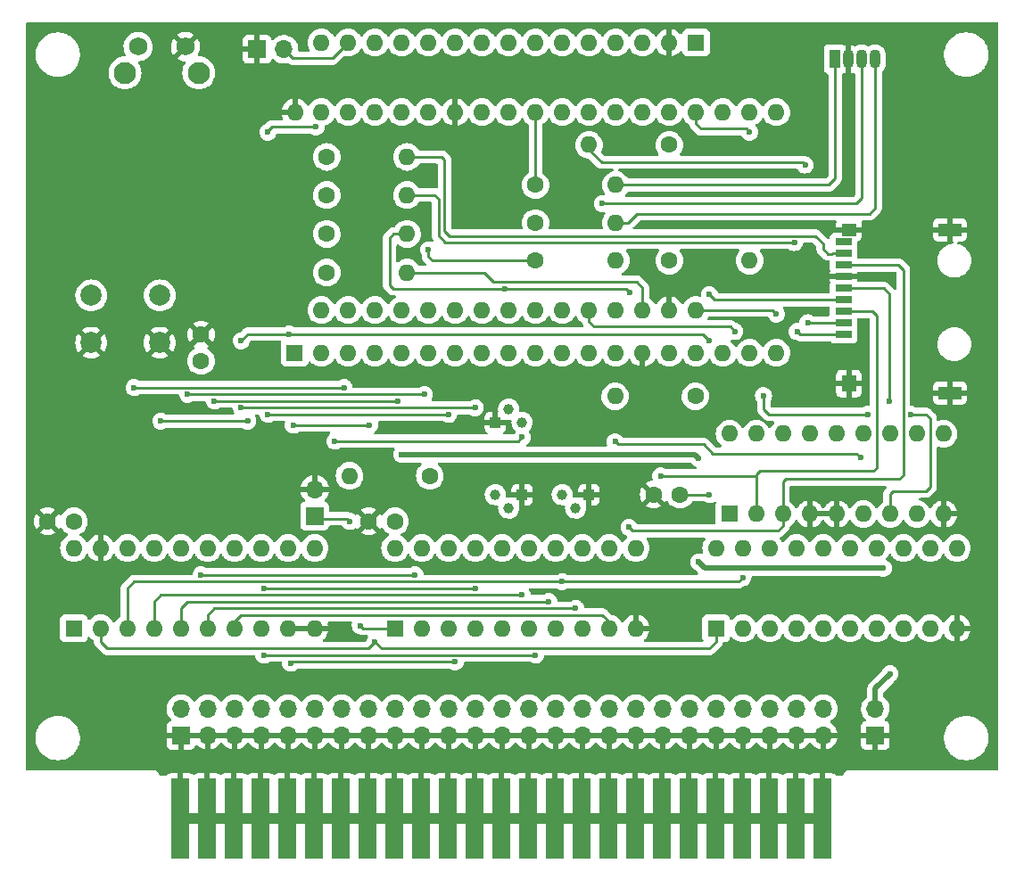
<source format=gbr>
G04 #@! TF.GenerationSoftware,KiCad,Pcbnew,(6.0.2-0)*
G04 #@! TF.CreationDate,2022-03-07T22:02:56-08:00*
G04 #@! TF.ProjectId,TRSIO,54525349-4f2e-46b6-9963-61645f706362,rev?*
G04 #@! TF.SameCoordinates,Original*
G04 #@! TF.FileFunction,Copper,L2,Bot*
G04 #@! TF.FilePolarity,Positive*
%FSLAX46Y46*%
G04 Gerber Fmt 4.6, Leading zero omitted, Abs format (unit mm)*
G04 Created by KiCad (PCBNEW (6.0.2-0)) date 2022-03-07 22:02:56*
%MOMM*%
%LPD*%
G01*
G04 APERTURE LIST*
G04 #@! TA.AperFunction,ComponentPad*
%ADD10C,1.600000*%
G04 #@! TD*
G04 #@! TA.AperFunction,ComponentPad*
%ADD11R,1.070000X1.800000*%
G04 #@! TD*
G04 #@! TA.AperFunction,ComponentPad*
%ADD12O,1.070000X1.800000*%
G04 #@! TD*
G04 #@! TA.AperFunction,ComponentPad*
%ADD13R,1.000000X1.000000*%
G04 #@! TD*
G04 #@! TA.AperFunction,ComponentPad*
%ADD14C,1.000000*%
G04 #@! TD*
G04 #@! TA.AperFunction,ComponentPad*
%ADD15O,1.600000X1.600000*%
G04 #@! TD*
G04 #@! TA.AperFunction,ComponentPad*
%ADD16C,2.000000*%
G04 #@! TD*
G04 #@! TA.AperFunction,ComponentPad*
%ADD17R,1.600000X1.600000*%
G04 #@! TD*
G04 #@! TA.AperFunction,ComponentPad*
%ADD18O,1.700000X1.700000*%
G04 #@! TD*
G04 #@! TA.AperFunction,ComponentPad*
%ADD19R,1.700000X1.700000*%
G04 #@! TD*
G04 #@! TA.AperFunction,ComponentPad*
%ADD20C,2.100000*%
G04 #@! TD*
G04 #@! TA.AperFunction,ComponentPad*
%ADD21C,1.750000*%
G04 #@! TD*
G04 #@! TA.AperFunction,ConnectorPad*
%ADD22R,1.778000X7.620000*%
G04 #@! TD*
G04 #@! TA.AperFunction,SMDPad,CuDef*
%ADD23R,1.600000X0.700000*%
G04 #@! TD*
G04 #@! TA.AperFunction,SMDPad,CuDef*
%ADD24R,1.400000X1.600000*%
G04 #@! TD*
G04 #@! TA.AperFunction,SMDPad,CuDef*
%ADD25R,2.200000X1.200000*%
G04 #@! TD*
G04 #@! TA.AperFunction,SMDPad,CuDef*
%ADD26R,1.400000X1.200000*%
G04 #@! TD*
G04 #@! TA.AperFunction,ViaPad*
%ADD27C,0.600000*%
G04 #@! TD*
G04 #@! TA.AperFunction,Conductor*
%ADD28C,0.250000*%
G04 #@! TD*
G04 #@! TA.AperFunction,Conductor*
%ADD29C,0.500000*%
G04 #@! TD*
G04 #@! TA.AperFunction,Conductor*
%ADD30C,1.000000*%
G04 #@! TD*
G04 APERTURE END LIST*
D10*
X130810000Y-116840000D03*
X128310000Y-116840000D03*
X161290000Y-116840000D03*
X158790000Y-116840000D03*
X188341000Y-114300000D03*
X185841000Y-114300000D03*
X142875000Y-101600000D03*
X142875000Y-99100000D03*
D11*
X203050000Y-72950000D03*
D12*
X204320000Y-72950000D03*
X205590000Y-72950000D03*
X206860000Y-72950000D03*
D13*
X170815000Y-107442000D03*
D14*
X172085000Y-106172000D03*
X173355000Y-107442000D03*
D13*
X173355000Y-114300000D03*
D14*
X172085000Y-115570000D03*
X170815000Y-114300000D03*
D13*
X179705000Y-114300000D03*
D14*
X178435000Y-115570000D03*
X177165000Y-114300000D03*
D10*
X174625000Y-88519000D03*
D15*
X182245000Y-88519000D03*
D16*
X138961000Y-95377000D03*
X132461000Y-95377000D03*
X138961000Y-99877000D03*
X132461000Y-99877000D03*
D17*
X191770000Y-127000000D03*
D15*
X194310000Y-127000000D03*
X196850000Y-127000000D03*
X199390000Y-127000000D03*
X201930000Y-127000000D03*
X204470000Y-127000000D03*
X207010000Y-127000000D03*
X209550000Y-127000000D03*
X212090000Y-127000000D03*
X214630000Y-127000000D03*
X214630000Y-119380000D03*
X212090000Y-119380000D03*
X209550000Y-119380000D03*
X207010000Y-119380000D03*
X204470000Y-119380000D03*
X201930000Y-119380000D03*
X199390000Y-119380000D03*
X196850000Y-119380000D03*
X194310000Y-119380000D03*
X191770000Y-119380000D03*
D17*
X161290000Y-127000000D03*
D15*
X163830000Y-127000000D03*
X166370000Y-127000000D03*
X168910000Y-127000000D03*
X171450000Y-127000000D03*
X173990000Y-127000000D03*
X176530000Y-127000000D03*
X179070000Y-127000000D03*
X181610000Y-127000000D03*
X184150000Y-127000000D03*
X184150000Y-119380000D03*
X181610000Y-119380000D03*
X179070000Y-119380000D03*
X176530000Y-119380000D03*
X173990000Y-119380000D03*
X171450000Y-119380000D03*
X168910000Y-119380000D03*
X166370000Y-119380000D03*
X163830000Y-119380000D03*
X161290000Y-119380000D03*
D17*
X130810000Y-127000000D03*
D15*
X133350000Y-127000000D03*
X135890000Y-127000000D03*
X138430000Y-127000000D03*
X140970000Y-127000000D03*
X143510000Y-127000000D03*
X146050000Y-127000000D03*
X148590000Y-127000000D03*
X151130000Y-127000000D03*
X153670000Y-127000000D03*
X153670000Y-119380000D03*
X151130000Y-119380000D03*
X148590000Y-119380000D03*
X146050000Y-119380000D03*
X143510000Y-119380000D03*
X140970000Y-119380000D03*
X138430000Y-119380000D03*
X135890000Y-119380000D03*
X133350000Y-119380000D03*
X130810000Y-119380000D03*
D18*
X201930000Y-134620000D03*
X201930000Y-137160000D03*
X199390000Y-134620000D03*
X199390000Y-137160000D03*
X196850000Y-134620000D03*
X196850000Y-137160000D03*
X194310000Y-134620000D03*
X194310000Y-137160000D03*
X191770000Y-134620000D03*
X191770000Y-137160000D03*
X189230000Y-134620000D03*
X189230000Y-137160000D03*
X186690000Y-134620000D03*
X186690000Y-137160000D03*
X184150000Y-134620000D03*
X184150000Y-137160000D03*
X181610000Y-134620000D03*
X181610000Y-137160000D03*
X179070000Y-134620000D03*
X179070000Y-137160000D03*
X176530000Y-134620000D03*
X176530000Y-137160000D03*
X173990000Y-134620000D03*
X173990000Y-137160000D03*
X171450000Y-134620000D03*
X171450000Y-137160000D03*
X168910000Y-134620000D03*
X168910000Y-137160000D03*
X166370000Y-134620000D03*
X166370000Y-137160000D03*
X163830000Y-134620000D03*
X163830000Y-137160000D03*
X161290000Y-134620000D03*
X161290000Y-137160000D03*
X158750000Y-134620000D03*
X158750000Y-137160000D03*
X156210000Y-134620000D03*
X156210000Y-137160000D03*
X153670000Y-134620000D03*
X153670000Y-137160000D03*
X151130000Y-134620000D03*
X151130000Y-137160000D03*
X148590000Y-134620000D03*
X148590000Y-137160000D03*
X146050000Y-134620000D03*
X146050000Y-137160000D03*
X143510000Y-134620000D03*
X143510000Y-137160000D03*
X140970000Y-134620000D03*
D19*
X140970000Y-137160000D03*
D17*
X189865000Y-71374000D03*
D15*
X187325000Y-71374000D03*
X184785000Y-71374000D03*
X182245000Y-71374000D03*
X179705000Y-71374000D03*
X177165000Y-71374000D03*
X174625000Y-71374000D03*
X172085000Y-71374000D03*
X169545000Y-71374000D03*
X167005000Y-71374000D03*
X164465000Y-71374000D03*
X161925000Y-71374000D03*
X159385000Y-71374000D03*
X156845000Y-71374000D03*
X154305000Y-71374000D03*
X154305000Y-96774000D03*
X156845000Y-96774000D03*
X159385000Y-96774000D03*
X161925000Y-96774000D03*
X164465000Y-96774000D03*
X167005000Y-96774000D03*
X169545000Y-96774000D03*
X172085000Y-96774000D03*
X174625000Y-96774000D03*
X177165000Y-96774000D03*
X179705000Y-96774000D03*
X182245000Y-96774000D03*
X184785000Y-96774000D03*
X187325000Y-96774000D03*
X189865000Y-96774000D03*
D17*
X151765000Y-100838000D03*
D15*
X154305000Y-100838000D03*
X156845000Y-100838000D03*
X159385000Y-100838000D03*
X161925000Y-100838000D03*
X164465000Y-100838000D03*
X167005000Y-100838000D03*
X169545000Y-100838000D03*
X172085000Y-100838000D03*
X174625000Y-100838000D03*
X177165000Y-100838000D03*
X179705000Y-100838000D03*
X182245000Y-100838000D03*
X184785000Y-100838000D03*
X187325000Y-100838000D03*
X189865000Y-100838000D03*
X192405000Y-100838000D03*
X194945000Y-100838000D03*
X197485000Y-100838000D03*
X197485000Y-77978000D03*
X194945000Y-77978000D03*
X192405000Y-77978000D03*
X189865000Y-77978000D03*
X187325000Y-77978000D03*
X184785000Y-77978000D03*
X182245000Y-77978000D03*
X179705000Y-77978000D03*
X177165000Y-77978000D03*
X174625000Y-77978000D03*
X172085000Y-77978000D03*
X169545000Y-77978000D03*
X167005000Y-77978000D03*
X164465000Y-77978000D03*
X161925000Y-77978000D03*
X159385000Y-77978000D03*
X156845000Y-77978000D03*
X154305000Y-77978000D03*
X151828500Y-77978000D03*
D19*
X206883000Y-137160000D03*
D18*
X206883000Y-134620000D03*
D19*
X148209000Y-72009000D03*
D18*
X150749000Y-72009000D03*
D20*
X135656000Y-74245000D03*
X142666000Y-74245000D03*
D21*
X136906000Y-71755000D03*
X141406000Y-71755000D03*
D19*
X153670000Y-116332000D03*
D18*
X153670000Y-113792000D03*
D10*
X164592000Y-112522000D03*
D15*
X156972000Y-112522000D03*
D22*
X201866500Y-145097500D03*
X199326500Y-145097500D03*
X196786500Y-145097500D03*
X194246500Y-145097500D03*
X191706500Y-145097500D03*
X189166500Y-145097500D03*
X186626500Y-145097500D03*
X184086500Y-145097500D03*
X181546500Y-145097500D03*
X179006500Y-145097500D03*
X176466500Y-145097500D03*
X173926500Y-145097500D03*
X171386500Y-145097500D03*
X168846500Y-145097500D03*
X166306500Y-145097500D03*
X163766500Y-145097500D03*
X161226500Y-145097500D03*
X158686500Y-145097500D03*
X156146500Y-145097500D03*
X153606500Y-145097500D03*
X151066500Y-145097500D03*
X148526500Y-145097500D03*
X145986500Y-145097500D03*
X143446500Y-145097500D03*
X140906500Y-145097500D03*
D10*
X189801500Y-104965500D03*
D15*
X182181500Y-104965500D03*
D10*
X154813000Y-89535000D03*
D15*
X162433000Y-89535000D03*
D10*
X154813000Y-93218000D03*
D15*
X162433000Y-93218000D03*
D10*
X187325000Y-92075000D03*
D15*
X194945000Y-92075000D03*
D10*
X154813000Y-85852000D03*
D15*
X162433000Y-85852000D03*
D10*
X154813000Y-82232500D03*
D15*
X162433000Y-82232500D03*
D17*
X193040000Y-116141500D03*
D15*
X195580000Y-116141500D03*
X198120000Y-116141500D03*
X200660000Y-116141500D03*
X203200000Y-116141500D03*
X205740000Y-116141500D03*
X208280000Y-116141500D03*
X210820000Y-116141500D03*
X213360000Y-116141500D03*
X213360000Y-108521500D03*
X210820000Y-108521500D03*
X208280000Y-108521500D03*
X205740000Y-108521500D03*
X203200000Y-108521500D03*
X200660000Y-108521500D03*
X198120000Y-108521500D03*
X195580000Y-108521500D03*
X193040000Y-108521500D03*
D10*
X187325000Y-81089500D03*
D15*
X179705000Y-81089500D03*
D10*
X174625000Y-92075000D03*
D15*
X182245000Y-92075000D03*
D10*
X174625000Y-84899500D03*
D15*
X182245000Y-84899500D03*
D23*
X203876000Y-99101000D03*
X203876000Y-98001000D03*
X203876000Y-96901000D03*
X203876000Y-95801000D03*
X203876000Y-94701000D03*
X203876000Y-93601000D03*
X203876000Y-92501000D03*
X203876000Y-91401000D03*
X203876000Y-90301000D03*
D24*
X204376000Y-103751000D03*
D25*
X213976000Y-104651000D03*
X213976000Y-89151000D03*
D26*
X204376000Y-89151000D03*
D27*
X146685000Y-99695000D03*
X191135000Y-95313500D03*
X191135000Y-99695000D03*
X191135000Y-114300000D03*
X151257000Y-99060000D03*
X156972000Y-131826000D03*
X201041000Y-90932000D03*
X201993500Y-89154000D03*
X156972000Y-127000000D03*
X178435000Y-125095000D03*
X175895000Y-124460000D03*
X173355000Y-123825000D03*
X157988000Y-126746000D03*
X156972000Y-116840000D03*
X164465000Y-91059000D03*
X161544000Y-105410000D03*
X144145000Y-105410000D03*
X164084000Y-104775000D03*
X141605000Y-104775000D03*
X166370000Y-106680000D03*
X149225000Y-106680000D03*
X168910000Y-106045000D03*
X146685000Y-106045000D03*
X136525000Y-104140000D03*
X156464000Y-104140000D03*
X190119000Y-110871000D03*
X188214000Y-110490000D03*
X208280000Y-131318000D03*
X190119000Y-120713500D03*
X197485000Y-97155000D03*
X161925000Y-110490000D03*
X207645000Y-121285000D03*
X151638000Y-107696000D03*
X158877000Y-107696000D03*
X163195000Y-121920000D03*
X142875000Y-121920000D03*
X174625000Y-129540000D03*
X148844000Y-129540000D03*
X151384000Y-130302000D03*
X167005000Y-130175000D03*
X155575000Y-109220000D03*
X173355000Y-108839000D03*
X159385000Y-128270000D03*
X199199500Y-90360500D03*
X199453500Y-98806000D03*
X200215500Y-82994500D03*
X200469500Y-97980500D03*
X186499500Y-112522000D03*
X208216500Y-105410000D03*
X193548000Y-98806000D03*
X183515000Y-117411500D03*
X183550000Y-95100000D03*
X171692000Y-94742000D03*
X182181500Y-109283500D03*
X205486000Y-110807500D03*
X210248500Y-106680000D03*
X196278500Y-104902000D03*
X194945000Y-79883000D03*
X206184500Y-106680000D03*
X149225000Y-79883000D03*
X147320000Y-107315000D03*
X153797000Y-79375000D03*
X139065000Y-107315000D03*
X194310000Y-122174000D03*
X177165000Y-122555000D03*
X168910000Y-123190000D03*
X148844000Y-123190000D03*
X180975000Y-86677500D03*
D28*
X146685000Y-99695000D02*
X147320000Y-99060000D01*
X147320000Y-99060000D02*
X151257000Y-99060000D01*
X190500000Y-99060000D02*
X191135000Y-99695000D01*
X151257000Y-99060000D02*
X190500000Y-99060000D01*
X191643000Y-95821500D02*
X191135000Y-95313500D01*
X202826000Y-95801000D02*
X202805500Y-95821500D01*
X188341000Y-114300000D02*
X191135000Y-114300000D01*
X202805500Y-95821500D02*
X191643000Y-95821500D01*
X203876000Y-95801000D02*
X202826000Y-95801000D01*
X201866500Y-145097500D02*
X201866500Y-137223500D01*
X201866500Y-137223500D02*
X201930000Y-137160000D01*
D29*
X203423000Y-89154000D02*
X201993500Y-89154000D01*
D28*
X204376000Y-89151000D02*
X203426000Y-89151000D01*
X153670000Y-127000000D02*
X156972000Y-127000000D01*
D30*
X201866500Y-145097500D02*
X140906500Y-145097500D01*
D28*
X203426000Y-89151000D02*
X203423000Y-89154000D01*
X140906500Y-137223500D02*
X140970000Y-137160000D01*
X146050000Y-126365000D02*
X146685000Y-125730000D01*
X146685000Y-125730000D02*
X180340000Y-125730000D01*
X180975000Y-125730000D02*
X181610000Y-126365000D01*
X181610000Y-126365000D02*
X181610000Y-127000000D01*
X180340000Y-125730000D02*
X180975000Y-125730000D01*
X146050000Y-127000000D02*
X146050000Y-126365000D01*
X178435000Y-125095000D02*
X144780000Y-125095000D01*
X143510000Y-126365000D02*
X143510000Y-127000000D01*
X144145000Y-125095000D02*
X143510000Y-125730000D01*
X143510000Y-125730000D02*
X143510000Y-127000000D01*
X144780000Y-125095000D02*
X144145000Y-125095000D01*
X175895000Y-124460000D02*
X142240000Y-124460000D01*
X140970000Y-127000000D02*
X140970000Y-125730000D01*
X141605000Y-124460000D02*
X140970000Y-125095000D01*
X140970000Y-125095000D02*
X140970000Y-125730000D01*
X142240000Y-124460000D02*
X141605000Y-124460000D01*
X173355000Y-123825000D02*
X139700000Y-123825000D01*
X138430000Y-127000000D02*
X138430000Y-125095000D01*
X139065000Y-123825000D02*
X138430000Y-124460000D01*
X138430000Y-124460000D02*
X138430000Y-125095000D01*
X139700000Y-123825000D02*
X139065000Y-123825000D01*
X158242000Y-127000000D02*
X157988000Y-126746000D01*
X156972000Y-116840000D02*
X156718000Y-116586000D01*
X156718000Y-116586000D02*
X153924000Y-116586000D01*
X153924000Y-116586000D02*
X153670000Y-116332000D01*
X161290000Y-127000000D02*
X158242000Y-127000000D01*
X174625000Y-84899500D02*
X174625000Y-77978000D01*
X164846000Y-92075000D02*
X164465000Y-91694000D01*
X174625000Y-92075000D02*
X164846000Y-92075000D01*
X164465000Y-91694000D02*
X164465000Y-91059000D01*
X144145000Y-105410000D02*
X156210000Y-105410000D01*
X156210000Y-105410000D02*
X161544000Y-105410000D01*
X141605000Y-104775000D02*
X158750000Y-104775000D01*
X164084000Y-104775000D02*
X164211000Y-104775000D01*
X158750000Y-104775000D02*
X164084000Y-104775000D01*
X149225000Y-106680000D02*
X161290000Y-106680000D01*
X166370000Y-106680000D02*
X161290000Y-106680000D01*
X146685000Y-106045000D02*
X163830000Y-106045000D01*
X168910000Y-106045000D02*
X163830000Y-106045000D01*
X136525000Y-104140000D02*
X151130000Y-104140000D01*
X151130000Y-104140000D02*
X156464000Y-104140000D01*
D29*
X161925000Y-110490000D02*
X188214000Y-110490000D01*
D28*
X197104000Y-96774000D02*
X197485000Y-97155000D01*
D29*
X198628000Y-121285000D02*
X207645000Y-121285000D01*
X206883000Y-132715000D02*
X208280000Y-131318000D01*
X190690500Y-121285000D02*
X190119000Y-120713500D01*
X206883000Y-134620000D02*
X206883000Y-132715000D01*
X189738000Y-110490000D02*
X188214000Y-110490000D01*
X190119000Y-110871000D02*
X189738000Y-110490000D01*
X198628000Y-121285000D02*
X192009998Y-121285000D01*
X192009998Y-121285000D02*
X190690500Y-121285000D01*
D28*
X189865000Y-96774000D02*
X197104000Y-96774000D01*
X150749000Y-72009000D02*
X151598999Y-72858999D01*
X151598999Y-72858999D02*
X155360001Y-72858999D01*
X155360001Y-72858999D02*
X156045001Y-72173999D01*
X156045001Y-72173999D02*
X156845000Y-71374000D01*
X151638000Y-107696000D02*
X158877000Y-107696000D01*
X142875000Y-121920000D02*
X163195000Y-121920000D01*
X150495000Y-129540000D02*
X150622000Y-129540000D01*
X150622000Y-129540000D02*
X174625000Y-129540000D01*
X150622000Y-129540000D02*
X148844000Y-129540000D01*
X153035000Y-130175000D02*
X153162000Y-130175000D01*
X153162000Y-130175000D02*
X167005000Y-130175000D01*
X151511000Y-130175000D02*
X151384000Y-130302000D01*
X153162000Y-130175000D02*
X151511000Y-130175000D01*
X155575000Y-109220000D02*
X167640000Y-109220000D01*
X172974000Y-109220000D02*
X173355000Y-108839000D01*
X167640000Y-109220000D02*
X172974000Y-109220000D01*
X133350000Y-128270000D02*
X133985000Y-128905000D01*
X133985000Y-128905000D02*
X158750000Y-128905000D01*
X191770000Y-128270000D02*
X191135000Y-128905000D01*
X191135000Y-128905000D02*
X160020000Y-128905000D01*
X133350000Y-128270000D02*
X133350000Y-127000000D01*
X159385000Y-128270000D02*
X160020000Y-128905000D01*
X191770000Y-128270000D02*
X191770000Y-127000000D01*
X159385000Y-128270000D02*
X158750000Y-128905000D01*
X165036500Y-85852000D02*
X163564370Y-85852000D01*
X165417500Y-86233000D02*
X165036500Y-85852000D01*
X199748500Y-99101000D02*
X199453500Y-98806000D01*
X199199500Y-90360500D02*
X166052500Y-90360500D01*
X166052500Y-90360500D02*
X165417500Y-89725500D01*
X203876000Y-99101000D02*
X199748500Y-99101000D01*
X163564370Y-85852000D02*
X162433000Y-85852000D01*
X165417500Y-89725500D02*
X165417500Y-86233000D01*
X199961500Y-82740500D02*
X200215500Y-82994500D01*
X203855500Y-97980500D02*
X203876000Y-98001000D01*
X200469500Y-97980500D02*
X203855500Y-97980500D01*
X179705000Y-81089500D02*
X179705000Y-81534000D01*
X180911500Y-82740500D02*
X199961500Y-82740500D01*
X179705000Y-81534000D02*
X180911500Y-82740500D01*
X169735500Y-93218000D02*
X162433000Y-93218000D01*
X184785000Y-94678500D02*
X184213500Y-94107000D01*
X186499500Y-112522000D02*
X189484000Y-112522000D01*
X207010000Y-97345500D02*
X207010000Y-111760000D01*
X195580000Y-112395000D02*
X195580000Y-112522000D01*
X203876000Y-96901000D02*
X206565500Y-96901000D01*
X207010000Y-111760000D02*
X206692500Y-112077500D01*
X206565500Y-96901000D02*
X207010000Y-97345500D01*
X189484000Y-112522000D02*
X195580000Y-112522000D01*
X195897500Y-112077500D02*
X195580000Y-112395000D01*
X170624500Y-94107000D02*
X169735500Y-93218000D01*
X184785000Y-96774000D02*
X184785000Y-94678500D01*
X206692500Y-112077500D02*
X195897500Y-112077500D01*
X195580000Y-112522000D02*
X195580000Y-116141500D01*
X184213500Y-94107000D02*
X170624500Y-94107000D01*
X193103500Y-98361500D02*
X193548000Y-98806000D01*
X208216500Y-105410000D02*
X208216500Y-95250000D01*
X207667500Y-94701000D02*
X203876000Y-94701000D01*
X208216500Y-95250000D02*
X207667500Y-94701000D01*
X180161130Y-98361500D02*
X193103500Y-98361500D01*
X179705000Y-96774000D02*
X179705000Y-97905370D01*
X179705000Y-97905370D02*
X180161130Y-98361500D01*
X183192000Y-94742000D02*
X183550000Y-95100000D01*
X209169000Y-112839500D02*
X198374000Y-112839500D01*
X198120000Y-117272870D02*
X197663870Y-117729000D01*
X171692000Y-94742000D02*
X161099500Y-94742000D01*
X161099500Y-94742000D02*
X160782000Y-94424500D01*
X160782000Y-94424500D02*
X160782000Y-89916000D01*
X181927500Y-94742000D02*
X183192000Y-94742000D01*
X160782000Y-89916000D02*
X161163000Y-89535000D01*
X198120000Y-116141500D02*
X198120000Y-117272870D01*
X209087000Y-92501000D02*
X209550000Y-92964000D01*
X209550000Y-92964000D02*
X209550000Y-112458500D01*
X181927500Y-94742000D02*
X171692000Y-94742000D01*
X203876000Y-92501000D02*
X209087000Y-92501000D01*
X198374000Y-112839500D02*
X198120000Y-113093500D01*
X209550000Y-112458500D02*
X209169000Y-112839500D01*
X198120000Y-113093500D02*
X198120000Y-116141500D01*
X161163000Y-89535000D02*
X162433000Y-89535000D01*
X197663870Y-117729000D02*
X183832500Y-117729000D01*
X183832500Y-117729000D02*
X183515000Y-117411500D01*
X202374500Y-91440000D02*
X201930000Y-90995500D01*
X165989000Y-89281000D02*
X165989000Y-82486500D01*
X201177999Y-89735499D02*
X166443499Y-89735499D01*
X166443499Y-89735499D02*
X165989000Y-89281000D01*
X202826000Y-91401000D02*
X202787000Y-91440000D01*
X201930000Y-90487500D02*
X201177999Y-89735499D01*
X165989000Y-82486500D02*
X165735000Y-82232500D01*
X165735000Y-82232500D02*
X162433000Y-82232500D01*
X201930000Y-90995500D02*
X201930000Y-90487500D01*
X202787000Y-91440000D02*
X202374500Y-91440000D01*
X203876000Y-91401000D02*
X202826000Y-91401000D01*
X191452500Y-110426500D02*
X190563500Y-109537500D01*
X205486000Y-110807500D02*
X205105000Y-110426500D01*
X190563500Y-109537500D02*
X182435500Y-109537500D01*
X205105000Y-110426500D02*
X191452500Y-110426500D01*
X182435500Y-109537500D02*
X182181500Y-109283500D01*
X212090000Y-113601500D02*
X212090000Y-107061000D01*
X194627500Y-79565500D02*
X194945000Y-79883000D01*
X208280000Y-115010130D02*
X208280000Y-114236500D01*
X208534000Y-113982500D02*
X211709000Y-113982500D01*
X208280000Y-116141500D02*
X208280000Y-115010130D01*
X196278500Y-104902000D02*
X196278500Y-105326264D01*
X208280000Y-114236500D02*
X208534000Y-113982500D01*
X196786500Y-106680000D02*
X206184500Y-106680000D01*
X211709000Y-106680000D02*
X212090000Y-107061000D01*
X189865000Y-79109370D02*
X190321130Y-79565500D01*
X210248500Y-106680000D02*
X211709000Y-106680000D01*
X189865000Y-77978000D02*
X189865000Y-79109370D01*
X196278500Y-105326264D02*
X196278500Y-106172000D01*
X196278500Y-106172000D02*
X196786500Y-106680000D01*
X211709000Y-113982500D02*
X212090000Y-113601500D01*
X190321130Y-79565500D02*
X194627500Y-79565500D01*
X147320000Y-107315000D02*
X139065000Y-107315000D01*
X153797000Y-79375000D02*
X149606000Y-79375000D01*
X149606000Y-79375000D02*
X149225000Y-79756000D01*
X149225000Y-79756000D02*
X149225000Y-79883000D01*
X177165000Y-122555000D02*
X136525000Y-122555000D01*
X136525000Y-122555000D02*
X135890000Y-123190000D01*
X135890000Y-123190000D02*
X135890000Y-127000000D01*
X193929000Y-122555000D02*
X194310000Y-122174000D01*
X177165000Y-122555000D02*
X193929000Y-122555000D01*
X168910000Y-123190000D02*
X148844000Y-123190000D01*
X182245000Y-88519000D02*
X183376370Y-88519000D01*
X206860000Y-87090000D02*
X206860000Y-72950000D01*
X184265370Y-87630000D02*
X206320000Y-87630000D01*
X183376370Y-88519000D02*
X184265370Y-87630000D01*
X206320000Y-87630000D02*
X206860000Y-87090000D01*
X205072500Y-86677500D02*
X205590000Y-86160000D01*
X205590000Y-86160000D02*
X205590000Y-72950000D01*
X180975000Y-86677500D02*
X205072500Y-86677500D01*
X182245000Y-84899500D02*
X202450500Y-84899500D01*
X202450500Y-84899500D02*
X203050000Y-84300000D01*
X203050000Y-84300000D02*
X203050000Y-72950000D01*
G04 #@! TA.AperFunction,Conductor*
G36*
X202882500Y-140792544D02*
G01*
X202873105Y-140789022D01*
X202857851Y-140785395D01*
X202806986Y-140779869D01*
X202800172Y-140779500D01*
X202138615Y-140779500D01*
X202123376Y-140783975D01*
X202122171Y-140785365D01*
X202120500Y-140793048D01*
X202120500Y-141478000D01*
X201612500Y-141478000D01*
X201612500Y-140797616D01*
X201608025Y-140782377D01*
X201606635Y-140781172D01*
X201598952Y-140779501D01*
X200932831Y-140779501D01*
X200926010Y-140779871D01*
X200875148Y-140785395D01*
X200859896Y-140789021D01*
X200739446Y-140834176D01*
X200723852Y-140842714D01*
X200672065Y-140881526D01*
X200605559Y-140906374D01*
X200536176Y-140891321D01*
X200520935Y-140881526D01*
X200469148Y-140842714D01*
X200453554Y-140834176D01*
X200333106Y-140789022D01*
X200317851Y-140785395D01*
X200266986Y-140779869D01*
X200260172Y-140779500D01*
X199598615Y-140779500D01*
X199583376Y-140783975D01*
X199582171Y-140785365D01*
X199580500Y-140793048D01*
X199580500Y-141478000D01*
X199072500Y-141478000D01*
X199072500Y-140797616D01*
X199068025Y-140782377D01*
X199066635Y-140781172D01*
X199058952Y-140779501D01*
X198392831Y-140779501D01*
X198386010Y-140779871D01*
X198335148Y-140785395D01*
X198319896Y-140789021D01*
X198199446Y-140834176D01*
X198183852Y-140842714D01*
X198132065Y-140881526D01*
X198065559Y-140906374D01*
X197996176Y-140891321D01*
X197980935Y-140881526D01*
X197929148Y-140842714D01*
X197913554Y-140834176D01*
X197793106Y-140789022D01*
X197777851Y-140785395D01*
X197726986Y-140779869D01*
X197720172Y-140779500D01*
X197058615Y-140779500D01*
X197043376Y-140783975D01*
X197042171Y-140785365D01*
X197040500Y-140793048D01*
X197040500Y-141478000D01*
X196532500Y-141478000D01*
X196532500Y-140797616D01*
X196528025Y-140782377D01*
X196526635Y-140781172D01*
X196518952Y-140779501D01*
X195852831Y-140779501D01*
X195846010Y-140779871D01*
X195795148Y-140785395D01*
X195779896Y-140789021D01*
X195659446Y-140834176D01*
X195643852Y-140842714D01*
X195592065Y-140881526D01*
X195525559Y-140906374D01*
X195456176Y-140891321D01*
X195440935Y-140881526D01*
X195389148Y-140842714D01*
X195373554Y-140834176D01*
X195253106Y-140789022D01*
X195237851Y-140785395D01*
X195186986Y-140779869D01*
X195180172Y-140779500D01*
X194518615Y-140779500D01*
X194503376Y-140783975D01*
X194502171Y-140785365D01*
X194500500Y-140793048D01*
X194500500Y-141478000D01*
X193992500Y-141478000D01*
X193992500Y-140797616D01*
X193988025Y-140782377D01*
X193986635Y-140781172D01*
X193978952Y-140779501D01*
X193312831Y-140779501D01*
X193306010Y-140779871D01*
X193255148Y-140785395D01*
X193239896Y-140789021D01*
X193119446Y-140834176D01*
X193103852Y-140842714D01*
X193052065Y-140881526D01*
X192985559Y-140906374D01*
X192916176Y-140891321D01*
X192900935Y-140881526D01*
X192849148Y-140842714D01*
X192833554Y-140834176D01*
X192713106Y-140789022D01*
X192697851Y-140785395D01*
X192646986Y-140779869D01*
X192640172Y-140779500D01*
X191978615Y-140779500D01*
X191963376Y-140783975D01*
X191962171Y-140785365D01*
X191960500Y-140793048D01*
X191960500Y-141478000D01*
X191452500Y-141478000D01*
X191452500Y-140797616D01*
X191448025Y-140782377D01*
X191446635Y-140781172D01*
X191438952Y-140779501D01*
X190772831Y-140779501D01*
X190766010Y-140779871D01*
X190715148Y-140785395D01*
X190699896Y-140789021D01*
X190579446Y-140834176D01*
X190563852Y-140842714D01*
X190512065Y-140881526D01*
X190445559Y-140906374D01*
X190376176Y-140891321D01*
X190360935Y-140881526D01*
X190309148Y-140842714D01*
X190293554Y-140834176D01*
X190173106Y-140789022D01*
X190157851Y-140785395D01*
X190106986Y-140779869D01*
X190100172Y-140779500D01*
X189438615Y-140779500D01*
X189423376Y-140783975D01*
X189422171Y-140785365D01*
X189420500Y-140793048D01*
X189420500Y-141478000D01*
X188912500Y-141478000D01*
X188912500Y-140797616D01*
X188908025Y-140782377D01*
X188906635Y-140781172D01*
X188898952Y-140779501D01*
X188232831Y-140779501D01*
X188226010Y-140779871D01*
X188175148Y-140785395D01*
X188159896Y-140789021D01*
X188039446Y-140834176D01*
X188023852Y-140842714D01*
X187972065Y-140881526D01*
X187905559Y-140906374D01*
X187836176Y-140891321D01*
X187820935Y-140881526D01*
X187769148Y-140842714D01*
X187753554Y-140834176D01*
X187633106Y-140789022D01*
X187617851Y-140785395D01*
X187566986Y-140779869D01*
X187560172Y-140779500D01*
X186898615Y-140779500D01*
X186883376Y-140783975D01*
X186882171Y-140785365D01*
X186880500Y-140793048D01*
X186880500Y-141478000D01*
X186372500Y-141478000D01*
X186372500Y-140797616D01*
X186368025Y-140782377D01*
X186366635Y-140781172D01*
X186358952Y-140779501D01*
X185692831Y-140779501D01*
X185686010Y-140779871D01*
X185635148Y-140785395D01*
X185619896Y-140789021D01*
X185499446Y-140834176D01*
X185483852Y-140842714D01*
X185432065Y-140881526D01*
X185365559Y-140906374D01*
X185296176Y-140891321D01*
X185280935Y-140881526D01*
X185229148Y-140842714D01*
X185213554Y-140834176D01*
X185093106Y-140789022D01*
X185077851Y-140785395D01*
X185026986Y-140779869D01*
X185020172Y-140779500D01*
X184358615Y-140779500D01*
X184343376Y-140783975D01*
X184342171Y-140785365D01*
X184340500Y-140793048D01*
X184340500Y-141478000D01*
X183832500Y-141478000D01*
X183832500Y-140797616D01*
X183828025Y-140782377D01*
X183826635Y-140781172D01*
X183818952Y-140779501D01*
X183152831Y-140779501D01*
X183146010Y-140779871D01*
X183095148Y-140785395D01*
X183079896Y-140789021D01*
X182959446Y-140834176D01*
X182943852Y-140842714D01*
X182892065Y-140881526D01*
X182825559Y-140906374D01*
X182756176Y-140891321D01*
X182740935Y-140881526D01*
X182689148Y-140842714D01*
X182673554Y-140834176D01*
X182553106Y-140789022D01*
X182537851Y-140785395D01*
X182486986Y-140779869D01*
X182480172Y-140779500D01*
X181818615Y-140779500D01*
X181803376Y-140783975D01*
X181802171Y-140785365D01*
X181800500Y-140793048D01*
X181800500Y-141478000D01*
X181292500Y-141478000D01*
X181292500Y-140797616D01*
X181288025Y-140782377D01*
X181286635Y-140781172D01*
X181278952Y-140779501D01*
X180612831Y-140779501D01*
X180606010Y-140779871D01*
X180555148Y-140785395D01*
X180539896Y-140789021D01*
X180419446Y-140834176D01*
X180403852Y-140842714D01*
X180352065Y-140881526D01*
X180285559Y-140906374D01*
X180216176Y-140891321D01*
X180200935Y-140881526D01*
X180149148Y-140842714D01*
X180133554Y-140834176D01*
X180013106Y-140789022D01*
X179997851Y-140785395D01*
X179946986Y-140779869D01*
X179940172Y-140779500D01*
X179278615Y-140779500D01*
X179263376Y-140783975D01*
X179262171Y-140785365D01*
X179260500Y-140793048D01*
X179260500Y-141478000D01*
X178752500Y-141478000D01*
X178752500Y-140797616D01*
X178748025Y-140782377D01*
X178746635Y-140781172D01*
X178738952Y-140779501D01*
X178072831Y-140779501D01*
X178066010Y-140779871D01*
X178015148Y-140785395D01*
X177999896Y-140789021D01*
X177879446Y-140834176D01*
X177863852Y-140842714D01*
X177812065Y-140881526D01*
X177745559Y-140906374D01*
X177676176Y-140891321D01*
X177660935Y-140881526D01*
X177609148Y-140842714D01*
X177593554Y-140834176D01*
X177473106Y-140789022D01*
X177457851Y-140785395D01*
X177406986Y-140779869D01*
X177400172Y-140779500D01*
X176738615Y-140779500D01*
X176723376Y-140783975D01*
X176722171Y-140785365D01*
X176720500Y-140793048D01*
X176720500Y-141478000D01*
X176212500Y-141478000D01*
X176212500Y-140797616D01*
X176208025Y-140782377D01*
X176206635Y-140781172D01*
X176198952Y-140779501D01*
X175532831Y-140779501D01*
X175526010Y-140779871D01*
X175475148Y-140785395D01*
X175459896Y-140789021D01*
X175339446Y-140834176D01*
X175323852Y-140842714D01*
X175272065Y-140881526D01*
X175205559Y-140906374D01*
X175136176Y-140891321D01*
X175120935Y-140881526D01*
X175069148Y-140842714D01*
X175053554Y-140834176D01*
X174933106Y-140789022D01*
X174917851Y-140785395D01*
X174866986Y-140779869D01*
X174860172Y-140779500D01*
X174198615Y-140779500D01*
X174183376Y-140783975D01*
X174182171Y-140785365D01*
X174180500Y-140793048D01*
X174180500Y-141478000D01*
X173672500Y-141478000D01*
X173672500Y-140797616D01*
X173668025Y-140782377D01*
X173666635Y-140781172D01*
X173658952Y-140779501D01*
X172992831Y-140779501D01*
X172986010Y-140779871D01*
X172935148Y-140785395D01*
X172919896Y-140789021D01*
X172799446Y-140834176D01*
X172783852Y-140842714D01*
X172732065Y-140881526D01*
X172665559Y-140906374D01*
X172596176Y-140891321D01*
X172580935Y-140881526D01*
X172529148Y-140842714D01*
X172513554Y-140834176D01*
X172393106Y-140789022D01*
X172377851Y-140785395D01*
X172326986Y-140779869D01*
X172320172Y-140779500D01*
X171658615Y-140779500D01*
X171643376Y-140783975D01*
X171642171Y-140785365D01*
X171640500Y-140793048D01*
X171640500Y-141478000D01*
X171132500Y-141478000D01*
X171132500Y-140797616D01*
X171128025Y-140782377D01*
X171126635Y-140781172D01*
X171118952Y-140779501D01*
X170452831Y-140779501D01*
X170446010Y-140779871D01*
X170395148Y-140785395D01*
X170379896Y-140789021D01*
X170259446Y-140834176D01*
X170243852Y-140842714D01*
X170192065Y-140881526D01*
X170125559Y-140906374D01*
X170056176Y-140891321D01*
X170040935Y-140881526D01*
X169989148Y-140842714D01*
X169973554Y-140834176D01*
X169853106Y-140789022D01*
X169837851Y-140785395D01*
X169786986Y-140779869D01*
X169780172Y-140779500D01*
X169118615Y-140779500D01*
X169103376Y-140783975D01*
X169102171Y-140785365D01*
X169100500Y-140793048D01*
X169100500Y-141478000D01*
X168592500Y-141478000D01*
X168592500Y-140797616D01*
X168588025Y-140782377D01*
X168586635Y-140781172D01*
X168578952Y-140779501D01*
X167912831Y-140779501D01*
X167906010Y-140779871D01*
X167855148Y-140785395D01*
X167839896Y-140789021D01*
X167719446Y-140834176D01*
X167703852Y-140842714D01*
X167652065Y-140881526D01*
X167585559Y-140906374D01*
X167516176Y-140891321D01*
X167500935Y-140881526D01*
X167449148Y-140842714D01*
X167433554Y-140834176D01*
X167313106Y-140789022D01*
X167297851Y-140785395D01*
X167246986Y-140779869D01*
X167240172Y-140779500D01*
X166578615Y-140779500D01*
X166563376Y-140783975D01*
X166562171Y-140785365D01*
X166560500Y-140793048D01*
X166560500Y-141478000D01*
X166052500Y-141478000D01*
X166052500Y-140797616D01*
X166048025Y-140782377D01*
X166046635Y-140781172D01*
X166038952Y-140779501D01*
X165372831Y-140779501D01*
X165366010Y-140779871D01*
X165315148Y-140785395D01*
X165299896Y-140789021D01*
X165179446Y-140834176D01*
X165163852Y-140842714D01*
X165112065Y-140881526D01*
X165045559Y-140906374D01*
X164976176Y-140891321D01*
X164960935Y-140881526D01*
X164909148Y-140842714D01*
X164893554Y-140834176D01*
X164773106Y-140789022D01*
X164757851Y-140785395D01*
X164706986Y-140779869D01*
X164700172Y-140779500D01*
X164038615Y-140779500D01*
X164023376Y-140783975D01*
X164022171Y-140785365D01*
X164020500Y-140793048D01*
X164020500Y-141478000D01*
X163512500Y-141478000D01*
X163512500Y-140797616D01*
X163508025Y-140782377D01*
X163506635Y-140781172D01*
X163498952Y-140779501D01*
X162832831Y-140779501D01*
X162826010Y-140779871D01*
X162775148Y-140785395D01*
X162759896Y-140789021D01*
X162639446Y-140834176D01*
X162623852Y-140842714D01*
X162572065Y-140881526D01*
X162505559Y-140906374D01*
X162436176Y-140891321D01*
X162420935Y-140881526D01*
X162369148Y-140842714D01*
X162353554Y-140834176D01*
X162233106Y-140789022D01*
X162217851Y-140785395D01*
X162166986Y-140779869D01*
X162160172Y-140779500D01*
X161498615Y-140779500D01*
X161483376Y-140783975D01*
X161482171Y-140785365D01*
X161480500Y-140793048D01*
X161480500Y-141478000D01*
X160972500Y-141478000D01*
X160972500Y-140797616D01*
X160968025Y-140782377D01*
X160966635Y-140781172D01*
X160958952Y-140779501D01*
X160292831Y-140779501D01*
X160286010Y-140779871D01*
X160235148Y-140785395D01*
X160219896Y-140789021D01*
X160099446Y-140834176D01*
X160083852Y-140842714D01*
X160032065Y-140881526D01*
X159965559Y-140906374D01*
X159896176Y-140891321D01*
X159880935Y-140881526D01*
X159829148Y-140842714D01*
X159813554Y-140834176D01*
X159693106Y-140789022D01*
X159677851Y-140785395D01*
X159626986Y-140779869D01*
X159620172Y-140779500D01*
X158958615Y-140779500D01*
X158943376Y-140783975D01*
X158942171Y-140785365D01*
X158940500Y-140793048D01*
X158940500Y-141478000D01*
X158432500Y-141478000D01*
X158432500Y-140797616D01*
X158428025Y-140782377D01*
X158426635Y-140781172D01*
X158418952Y-140779501D01*
X157752831Y-140779501D01*
X157746010Y-140779871D01*
X157695148Y-140785395D01*
X157679896Y-140789021D01*
X157559446Y-140834176D01*
X157543852Y-140842714D01*
X157492065Y-140881526D01*
X157425559Y-140906374D01*
X157356176Y-140891321D01*
X157340935Y-140881526D01*
X157289148Y-140842714D01*
X157273554Y-140834176D01*
X157153106Y-140789022D01*
X157137851Y-140785395D01*
X157086986Y-140779869D01*
X157080172Y-140779500D01*
X156418615Y-140779500D01*
X156403376Y-140783975D01*
X156402171Y-140785365D01*
X156400500Y-140793048D01*
X156400500Y-141478000D01*
X155892500Y-141478000D01*
X155892500Y-140797616D01*
X155888025Y-140782377D01*
X155886635Y-140781172D01*
X155878952Y-140779501D01*
X155212831Y-140779501D01*
X155206010Y-140779871D01*
X155155148Y-140785395D01*
X155139896Y-140789021D01*
X155019446Y-140834176D01*
X155003852Y-140842714D01*
X154952065Y-140881526D01*
X154885559Y-140906374D01*
X154816176Y-140891321D01*
X154800935Y-140881526D01*
X154749148Y-140842714D01*
X154733554Y-140834176D01*
X154613106Y-140789022D01*
X154597851Y-140785395D01*
X154546986Y-140779869D01*
X154540172Y-140779500D01*
X153878615Y-140779500D01*
X153863376Y-140783975D01*
X153862171Y-140785365D01*
X153860500Y-140793048D01*
X153860500Y-141478000D01*
X153352500Y-141478000D01*
X153352500Y-140797616D01*
X153348025Y-140782377D01*
X153346635Y-140781172D01*
X153338952Y-140779501D01*
X152672831Y-140779501D01*
X152666010Y-140779871D01*
X152615148Y-140785395D01*
X152599896Y-140789021D01*
X152479446Y-140834176D01*
X152463852Y-140842714D01*
X152412065Y-140881526D01*
X152345559Y-140906374D01*
X152276176Y-140891321D01*
X152260935Y-140881526D01*
X152209148Y-140842714D01*
X152193554Y-140834176D01*
X152073106Y-140789022D01*
X152057851Y-140785395D01*
X152006986Y-140779869D01*
X152000172Y-140779500D01*
X151338615Y-140779500D01*
X151323376Y-140783975D01*
X151322171Y-140785365D01*
X151320500Y-140793048D01*
X151320500Y-141478000D01*
X150812500Y-141478000D01*
X150812500Y-140797616D01*
X150808025Y-140782377D01*
X150806635Y-140781172D01*
X150798952Y-140779501D01*
X150132831Y-140779501D01*
X150126010Y-140779871D01*
X150075148Y-140785395D01*
X150059896Y-140789021D01*
X149939446Y-140834176D01*
X149923852Y-140842714D01*
X149872065Y-140881526D01*
X149805559Y-140906374D01*
X149736176Y-140891321D01*
X149720935Y-140881526D01*
X149669148Y-140842714D01*
X149653554Y-140834176D01*
X149533106Y-140789022D01*
X149517851Y-140785395D01*
X149466986Y-140779869D01*
X149460172Y-140779500D01*
X148798615Y-140779500D01*
X148783376Y-140783975D01*
X148782171Y-140785365D01*
X148780500Y-140793048D01*
X148780500Y-141478000D01*
X148272500Y-141478000D01*
X148272500Y-140797616D01*
X148268025Y-140782377D01*
X148266635Y-140781172D01*
X148258952Y-140779501D01*
X147592831Y-140779501D01*
X147586010Y-140779871D01*
X147535148Y-140785395D01*
X147519896Y-140789021D01*
X147399446Y-140834176D01*
X147383852Y-140842714D01*
X147332065Y-140881526D01*
X147265559Y-140906374D01*
X147196176Y-140891321D01*
X147180935Y-140881526D01*
X147129148Y-140842714D01*
X147113554Y-140834176D01*
X146993106Y-140789022D01*
X146977851Y-140785395D01*
X146926986Y-140779869D01*
X146920172Y-140779500D01*
X146258615Y-140779500D01*
X146243376Y-140783975D01*
X146242171Y-140785365D01*
X146240500Y-140793048D01*
X146240500Y-141478000D01*
X145732500Y-141478000D01*
X145732500Y-140797616D01*
X145728025Y-140782377D01*
X145726635Y-140781172D01*
X145718952Y-140779501D01*
X145052831Y-140779501D01*
X145046010Y-140779871D01*
X144995148Y-140785395D01*
X144979896Y-140789021D01*
X144859446Y-140834176D01*
X144843852Y-140842714D01*
X144792065Y-140881526D01*
X144725559Y-140906374D01*
X144656176Y-140891321D01*
X144640935Y-140881526D01*
X144589148Y-140842714D01*
X144573554Y-140834176D01*
X144453106Y-140789022D01*
X144437851Y-140785395D01*
X144386986Y-140779869D01*
X144380172Y-140779500D01*
X143718615Y-140779500D01*
X143703376Y-140783975D01*
X143702171Y-140785365D01*
X143700500Y-140793048D01*
X143700500Y-141478000D01*
X143192500Y-141478000D01*
X143192500Y-140797616D01*
X143188025Y-140782377D01*
X143186635Y-140781172D01*
X143178952Y-140779501D01*
X142512831Y-140779501D01*
X142506010Y-140779871D01*
X142455148Y-140785395D01*
X142439896Y-140789021D01*
X142319446Y-140834176D01*
X142303852Y-140842714D01*
X142252065Y-140881526D01*
X142185559Y-140906374D01*
X142116176Y-140891321D01*
X142100935Y-140881526D01*
X142049148Y-140842714D01*
X142033554Y-140834176D01*
X141913106Y-140789022D01*
X141897851Y-140785395D01*
X141846986Y-140779869D01*
X141840172Y-140779500D01*
X141178615Y-140779500D01*
X141163376Y-140783975D01*
X141162171Y-140785365D01*
X141160500Y-140793048D01*
X141160500Y-141478000D01*
X140652500Y-141478000D01*
X140652500Y-140797616D01*
X140648025Y-140782377D01*
X140646635Y-140781172D01*
X140638952Y-140779501D01*
X139972831Y-140779501D01*
X139966010Y-140779871D01*
X139954000Y-140781175D01*
X139954000Y-139890500D01*
X202882500Y-139890500D01*
X202882500Y-140792544D01*
G37*
G04 #@! TD.AperFunction*
G04 #@! TA.AperFunction,Conductor*
G36*
X218509121Y-69489002D02*
G01*
X218555614Y-69542658D01*
X218567000Y-69595000D01*
X218567000Y-140336000D01*
X218546998Y-140404121D01*
X218493342Y-140450614D01*
X218441000Y-140462000D01*
X204415202Y-140462000D01*
X204414432Y-140461998D01*
X204413578Y-140461993D01*
X204336848Y-140461524D01*
X204328219Y-140463990D01*
X204328214Y-140463991D01*
X204308452Y-140469639D01*
X204291691Y-140473217D01*
X204271348Y-140476130D01*
X204271338Y-140476133D01*
X204262455Y-140477405D01*
X204239105Y-140488021D01*
X204221593Y-140494464D01*
X204213557Y-140496761D01*
X204196935Y-140501512D01*
X204171952Y-140517274D01*
X204156886Y-140525404D01*
X204129990Y-140537633D01*
X204110561Y-140554374D01*
X204095553Y-140565479D01*
X204073869Y-140579160D01*
X204067927Y-140585888D01*
X204054319Y-140601296D01*
X204042127Y-140613340D01*
X204019753Y-140632619D01*
X204014874Y-140640147D01*
X204014871Y-140640150D01*
X204005804Y-140654139D01*
X203994514Y-140669013D01*
X203977544Y-140688228D01*
X203964990Y-140714966D01*
X203956676Y-140729935D01*
X203940607Y-140754727D01*
X203938035Y-140763327D01*
X203933261Y-140779290D01*
X203926599Y-140796736D01*
X203915701Y-140819948D01*
X203914320Y-140828820D01*
X203912052Y-140843385D01*
X203881808Y-140907617D01*
X203821638Y-140945302D01*
X203787552Y-140950000D01*
X203194199Y-140950000D01*
X203126078Y-140929998D01*
X203118770Y-140924108D01*
X203118404Y-140924596D01*
X203009149Y-140842714D01*
X202993554Y-140834176D01*
X202873106Y-140789022D01*
X202857851Y-140785395D01*
X202806986Y-140779869D01*
X202800172Y-140779500D01*
X202138615Y-140779500D01*
X202123376Y-140783975D01*
X202122171Y-140785365D01*
X202120500Y-140793048D01*
X202120500Y-140950000D01*
X201612500Y-140950000D01*
X201612500Y-140797616D01*
X201608025Y-140782377D01*
X201606635Y-140781172D01*
X201598952Y-140779501D01*
X200932831Y-140779501D01*
X200926010Y-140779871D01*
X200875148Y-140785395D01*
X200859896Y-140789021D01*
X200739446Y-140834176D01*
X200723852Y-140842714D01*
X200672065Y-140881526D01*
X200605559Y-140906374D01*
X200536176Y-140891321D01*
X200520935Y-140881526D01*
X200469148Y-140842714D01*
X200453554Y-140834176D01*
X200333106Y-140789022D01*
X200317851Y-140785395D01*
X200266986Y-140779869D01*
X200260172Y-140779500D01*
X199598615Y-140779500D01*
X199583376Y-140783975D01*
X199582171Y-140785365D01*
X199580500Y-140793048D01*
X199580500Y-140950000D01*
X199072500Y-140950000D01*
X199072500Y-140797616D01*
X199068025Y-140782377D01*
X199066635Y-140781172D01*
X199058952Y-140779501D01*
X198392831Y-140779501D01*
X198386010Y-140779871D01*
X198335148Y-140785395D01*
X198319896Y-140789021D01*
X198199446Y-140834176D01*
X198183852Y-140842714D01*
X198132065Y-140881526D01*
X198065559Y-140906374D01*
X197996176Y-140891321D01*
X197980935Y-140881526D01*
X197929148Y-140842714D01*
X197913554Y-140834176D01*
X197793106Y-140789022D01*
X197777851Y-140785395D01*
X197726986Y-140779869D01*
X197720172Y-140779500D01*
X197058615Y-140779500D01*
X197043376Y-140783975D01*
X197042171Y-140785365D01*
X197040500Y-140793048D01*
X197040500Y-140950000D01*
X196532500Y-140950000D01*
X196532500Y-140797616D01*
X196528025Y-140782377D01*
X196526635Y-140781172D01*
X196518952Y-140779501D01*
X195852831Y-140779501D01*
X195846010Y-140779871D01*
X195795148Y-140785395D01*
X195779896Y-140789021D01*
X195659446Y-140834176D01*
X195643852Y-140842714D01*
X195592065Y-140881526D01*
X195525559Y-140906374D01*
X195456176Y-140891321D01*
X195440935Y-140881526D01*
X195389148Y-140842714D01*
X195373554Y-140834176D01*
X195253106Y-140789022D01*
X195237851Y-140785395D01*
X195186986Y-140779869D01*
X195180172Y-140779500D01*
X194518615Y-140779500D01*
X194503376Y-140783975D01*
X194502171Y-140785365D01*
X194500500Y-140793048D01*
X194500500Y-140950000D01*
X193992500Y-140950000D01*
X193992500Y-140797616D01*
X193988025Y-140782377D01*
X193986635Y-140781172D01*
X193978952Y-140779501D01*
X193312831Y-140779501D01*
X193306010Y-140779871D01*
X193255148Y-140785395D01*
X193239896Y-140789021D01*
X193119446Y-140834176D01*
X193103852Y-140842714D01*
X193052065Y-140881526D01*
X192985559Y-140906374D01*
X192916176Y-140891321D01*
X192900935Y-140881526D01*
X192849148Y-140842714D01*
X192833554Y-140834176D01*
X192713106Y-140789022D01*
X192697851Y-140785395D01*
X192646986Y-140779869D01*
X192640172Y-140779500D01*
X191978615Y-140779500D01*
X191963376Y-140783975D01*
X191962171Y-140785365D01*
X191960500Y-140793048D01*
X191960500Y-140950000D01*
X191452500Y-140950000D01*
X191452500Y-140797616D01*
X191448025Y-140782377D01*
X191446635Y-140781172D01*
X191438952Y-140779501D01*
X190772831Y-140779501D01*
X190766010Y-140779871D01*
X190715148Y-140785395D01*
X190699896Y-140789021D01*
X190579446Y-140834176D01*
X190563852Y-140842714D01*
X190512065Y-140881526D01*
X190445559Y-140906374D01*
X190376176Y-140891321D01*
X190360935Y-140881526D01*
X190309148Y-140842714D01*
X190293554Y-140834176D01*
X190173106Y-140789022D01*
X190157851Y-140785395D01*
X190106986Y-140779869D01*
X190100172Y-140779500D01*
X189438615Y-140779500D01*
X189423376Y-140783975D01*
X189422171Y-140785365D01*
X189420500Y-140793048D01*
X189420500Y-140950000D01*
X188912500Y-140950000D01*
X188912500Y-140797616D01*
X188908025Y-140782377D01*
X188906635Y-140781172D01*
X188898952Y-140779501D01*
X188232831Y-140779501D01*
X188226010Y-140779871D01*
X188175148Y-140785395D01*
X188159896Y-140789021D01*
X188039446Y-140834176D01*
X188023852Y-140842714D01*
X187972065Y-140881526D01*
X187905559Y-140906374D01*
X187836176Y-140891321D01*
X187820935Y-140881526D01*
X187769148Y-140842714D01*
X187753554Y-140834176D01*
X187633106Y-140789022D01*
X187617851Y-140785395D01*
X187566986Y-140779869D01*
X187560172Y-140779500D01*
X186898615Y-140779500D01*
X186883376Y-140783975D01*
X186882171Y-140785365D01*
X186880500Y-140793048D01*
X186880500Y-140950000D01*
X186372500Y-140950000D01*
X186372500Y-140797616D01*
X186368025Y-140782377D01*
X186366635Y-140781172D01*
X186358952Y-140779501D01*
X185692831Y-140779501D01*
X185686010Y-140779871D01*
X185635148Y-140785395D01*
X185619896Y-140789021D01*
X185499446Y-140834176D01*
X185483852Y-140842714D01*
X185432065Y-140881526D01*
X185365559Y-140906374D01*
X185296176Y-140891321D01*
X185280935Y-140881526D01*
X185229148Y-140842714D01*
X185213554Y-140834176D01*
X185093106Y-140789022D01*
X185077851Y-140785395D01*
X185026986Y-140779869D01*
X185020172Y-140779500D01*
X184358615Y-140779500D01*
X184343376Y-140783975D01*
X184342171Y-140785365D01*
X184340500Y-140793048D01*
X184340500Y-140950000D01*
X183832500Y-140950000D01*
X183832500Y-140797616D01*
X183828025Y-140782377D01*
X183826635Y-140781172D01*
X183818952Y-140779501D01*
X183152831Y-140779501D01*
X183146010Y-140779871D01*
X183095148Y-140785395D01*
X183079896Y-140789021D01*
X182959446Y-140834176D01*
X182943852Y-140842714D01*
X182892065Y-140881526D01*
X182825559Y-140906374D01*
X182756176Y-140891321D01*
X182740935Y-140881526D01*
X182689148Y-140842714D01*
X182673554Y-140834176D01*
X182553106Y-140789022D01*
X182537851Y-140785395D01*
X182486986Y-140779869D01*
X182480172Y-140779500D01*
X181818615Y-140779500D01*
X181803376Y-140783975D01*
X181802171Y-140785365D01*
X181800500Y-140793048D01*
X181800500Y-140950000D01*
X181292500Y-140950000D01*
X181292500Y-140797616D01*
X181288025Y-140782377D01*
X181286635Y-140781172D01*
X181278952Y-140779501D01*
X180612831Y-140779501D01*
X180606010Y-140779871D01*
X180555148Y-140785395D01*
X180539896Y-140789021D01*
X180419446Y-140834176D01*
X180403852Y-140842714D01*
X180352065Y-140881526D01*
X180285559Y-140906374D01*
X180216176Y-140891321D01*
X180200935Y-140881526D01*
X180149148Y-140842714D01*
X180133554Y-140834176D01*
X180013106Y-140789022D01*
X179997851Y-140785395D01*
X179946986Y-140779869D01*
X179940172Y-140779500D01*
X179278615Y-140779500D01*
X179263376Y-140783975D01*
X179262171Y-140785365D01*
X179260500Y-140793048D01*
X179260500Y-140950000D01*
X178752500Y-140950000D01*
X178752500Y-140797616D01*
X178748025Y-140782377D01*
X178746635Y-140781172D01*
X178738952Y-140779501D01*
X178072831Y-140779501D01*
X178066010Y-140779871D01*
X178015148Y-140785395D01*
X177999896Y-140789021D01*
X177879446Y-140834176D01*
X177863852Y-140842714D01*
X177812065Y-140881526D01*
X177745559Y-140906374D01*
X177676176Y-140891321D01*
X177660935Y-140881526D01*
X177609148Y-140842714D01*
X177593554Y-140834176D01*
X177473106Y-140789022D01*
X177457851Y-140785395D01*
X177406986Y-140779869D01*
X177400172Y-140779500D01*
X176738615Y-140779500D01*
X176723376Y-140783975D01*
X176722171Y-140785365D01*
X176720500Y-140793048D01*
X176720500Y-140950000D01*
X176212500Y-140950000D01*
X176212500Y-140797616D01*
X176208025Y-140782377D01*
X176206635Y-140781172D01*
X176198952Y-140779501D01*
X175532831Y-140779501D01*
X175526010Y-140779871D01*
X175475148Y-140785395D01*
X175459896Y-140789021D01*
X175339446Y-140834176D01*
X175323852Y-140842714D01*
X175272065Y-140881526D01*
X175205559Y-140906374D01*
X175136176Y-140891321D01*
X175120935Y-140881526D01*
X175069148Y-140842714D01*
X175053554Y-140834176D01*
X174933106Y-140789022D01*
X174917851Y-140785395D01*
X174866986Y-140779869D01*
X174860172Y-140779500D01*
X174198615Y-140779500D01*
X174183376Y-140783975D01*
X174182171Y-140785365D01*
X174180500Y-140793048D01*
X174180500Y-140950000D01*
X173672500Y-140950000D01*
X173672500Y-140797616D01*
X173668025Y-140782377D01*
X173666635Y-140781172D01*
X173658952Y-140779501D01*
X172992831Y-140779501D01*
X172986010Y-140779871D01*
X172935148Y-140785395D01*
X172919896Y-140789021D01*
X172799446Y-140834176D01*
X172783852Y-140842714D01*
X172732065Y-140881526D01*
X172665559Y-140906374D01*
X172596176Y-140891321D01*
X172580935Y-140881526D01*
X172529148Y-140842714D01*
X172513554Y-140834176D01*
X172393106Y-140789022D01*
X172377851Y-140785395D01*
X172326986Y-140779869D01*
X172320172Y-140779500D01*
X171658615Y-140779500D01*
X171643376Y-140783975D01*
X171642171Y-140785365D01*
X171640500Y-140793048D01*
X171640500Y-140950000D01*
X171132500Y-140950000D01*
X171132500Y-140797616D01*
X171128025Y-140782377D01*
X171126635Y-140781172D01*
X171118952Y-140779501D01*
X170452831Y-140779501D01*
X170446010Y-140779871D01*
X170395148Y-140785395D01*
X170379896Y-140789021D01*
X170259446Y-140834176D01*
X170243852Y-140842714D01*
X170192065Y-140881526D01*
X170125559Y-140906374D01*
X170056176Y-140891321D01*
X170040935Y-140881526D01*
X169989148Y-140842714D01*
X169973554Y-140834176D01*
X169853106Y-140789022D01*
X169837851Y-140785395D01*
X169786986Y-140779869D01*
X169780172Y-140779500D01*
X169118615Y-140779500D01*
X169103376Y-140783975D01*
X169102171Y-140785365D01*
X169100500Y-140793048D01*
X169100500Y-140950000D01*
X168592500Y-140950000D01*
X168592500Y-140797616D01*
X168588025Y-140782377D01*
X168586635Y-140781172D01*
X168578952Y-140779501D01*
X167912831Y-140779501D01*
X167906010Y-140779871D01*
X167855148Y-140785395D01*
X167839896Y-140789021D01*
X167719446Y-140834176D01*
X167703852Y-140842714D01*
X167652065Y-140881526D01*
X167585559Y-140906374D01*
X167516176Y-140891321D01*
X167500935Y-140881526D01*
X167449148Y-140842714D01*
X167433554Y-140834176D01*
X167313106Y-140789022D01*
X167297851Y-140785395D01*
X167246986Y-140779869D01*
X167240172Y-140779500D01*
X166578615Y-140779500D01*
X166563376Y-140783975D01*
X166562171Y-140785365D01*
X166560500Y-140793048D01*
X166560500Y-140950000D01*
X166052500Y-140950000D01*
X166052500Y-140797616D01*
X166048025Y-140782377D01*
X166046635Y-140781172D01*
X166038952Y-140779501D01*
X165372831Y-140779501D01*
X165366010Y-140779871D01*
X165315148Y-140785395D01*
X165299896Y-140789021D01*
X165179446Y-140834176D01*
X165163852Y-140842714D01*
X165112065Y-140881526D01*
X165045559Y-140906374D01*
X164976176Y-140891321D01*
X164960935Y-140881526D01*
X164909148Y-140842714D01*
X164893554Y-140834176D01*
X164773106Y-140789022D01*
X164757851Y-140785395D01*
X164706986Y-140779869D01*
X164700172Y-140779500D01*
X164038615Y-140779500D01*
X164023376Y-140783975D01*
X164022171Y-140785365D01*
X164020500Y-140793048D01*
X164020500Y-140950000D01*
X163512500Y-140950000D01*
X163512500Y-140797616D01*
X163508025Y-140782377D01*
X163506635Y-140781172D01*
X163498952Y-140779501D01*
X162832831Y-140779501D01*
X162826010Y-140779871D01*
X162775148Y-140785395D01*
X162759896Y-140789021D01*
X162639446Y-140834176D01*
X162623852Y-140842714D01*
X162572065Y-140881526D01*
X162505559Y-140906374D01*
X162436176Y-140891321D01*
X162420935Y-140881526D01*
X162369148Y-140842714D01*
X162353554Y-140834176D01*
X162233106Y-140789022D01*
X162217851Y-140785395D01*
X162166986Y-140779869D01*
X162160172Y-140779500D01*
X161498615Y-140779500D01*
X161483376Y-140783975D01*
X161482171Y-140785365D01*
X161480500Y-140793048D01*
X161480500Y-140950000D01*
X160972500Y-140950000D01*
X160972500Y-140797616D01*
X160968025Y-140782377D01*
X160966635Y-140781172D01*
X160958952Y-140779501D01*
X160292831Y-140779501D01*
X160286010Y-140779871D01*
X160235148Y-140785395D01*
X160219896Y-140789021D01*
X160099446Y-140834176D01*
X160083852Y-140842714D01*
X160032065Y-140881526D01*
X159965559Y-140906374D01*
X159896176Y-140891321D01*
X159880935Y-140881526D01*
X159829148Y-140842714D01*
X159813554Y-140834176D01*
X159693106Y-140789022D01*
X159677851Y-140785395D01*
X159626986Y-140779869D01*
X159620172Y-140779500D01*
X158958615Y-140779500D01*
X158943376Y-140783975D01*
X158942171Y-140785365D01*
X158940500Y-140793048D01*
X158940500Y-140950000D01*
X158432500Y-140950000D01*
X158432500Y-140797616D01*
X158428025Y-140782377D01*
X158426635Y-140781172D01*
X158418952Y-140779501D01*
X157752831Y-140779501D01*
X157746010Y-140779871D01*
X157695148Y-140785395D01*
X157679896Y-140789021D01*
X157559446Y-140834176D01*
X157543852Y-140842714D01*
X157492065Y-140881526D01*
X157425559Y-140906374D01*
X157356176Y-140891321D01*
X157340935Y-140881526D01*
X157289148Y-140842714D01*
X157273554Y-140834176D01*
X157153106Y-140789022D01*
X157137851Y-140785395D01*
X157086986Y-140779869D01*
X157080172Y-140779500D01*
X156418615Y-140779500D01*
X156403376Y-140783975D01*
X156402171Y-140785365D01*
X156400500Y-140793048D01*
X156400500Y-140950000D01*
X155892500Y-140950000D01*
X155892500Y-140797616D01*
X155888025Y-140782377D01*
X155886635Y-140781172D01*
X155878952Y-140779501D01*
X155212831Y-140779501D01*
X155206010Y-140779871D01*
X155155148Y-140785395D01*
X155139896Y-140789021D01*
X155019446Y-140834176D01*
X155003852Y-140842714D01*
X154952065Y-140881526D01*
X154885559Y-140906374D01*
X154816176Y-140891321D01*
X154800935Y-140881526D01*
X154749148Y-140842714D01*
X154733554Y-140834176D01*
X154613106Y-140789022D01*
X154597851Y-140785395D01*
X154546986Y-140779869D01*
X154540172Y-140779500D01*
X153878615Y-140779500D01*
X153863376Y-140783975D01*
X153862171Y-140785365D01*
X153860500Y-140793048D01*
X153860500Y-140950000D01*
X153352500Y-140950000D01*
X153352500Y-140797616D01*
X153348025Y-140782377D01*
X153346635Y-140781172D01*
X153338952Y-140779501D01*
X152672831Y-140779501D01*
X152666010Y-140779871D01*
X152615148Y-140785395D01*
X152599896Y-140789021D01*
X152479446Y-140834176D01*
X152463852Y-140842714D01*
X152412065Y-140881526D01*
X152345559Y-140906374D01*
X152276176Y-140891321D01*
X152260935Y-140881526D01*
X152209148Y-140842714D01*
X152193554Y-140834176D01*
X152073106Y-140789022D01*
X152057851Y-140785395D01*
X152006986Y-140779869D01*
X152000172Y-140779500D01*
X151338615Y-140779500D01*
X151323376Y-140783975D01*
X151322171Y-140785365D01*
X151320500Y-140793048D01*
X151320500Y-140950000D01*
X150812500Y-140950000D01*
X150812500Y-140797616D01*
X150808025Y-140782377D01*
X150806635Y-140781172D01*
X150798952Y-140779501D01*
X150132831Y-140779501D01*
X150126010Y-140779871D01*
X150075148Y-140785395D01*
X150059896Y-140789021D01*
X149939446Y-140834176D01*
X149923852Y-140842714D01*
X149872065Y-140881526D01*
X149805559Y-140906374D01*
X149736176Y-140891321D01*
X149720935Y-140881526D01*
X149669148Y-140842714D01*
X149653554Y-140834176D01*
X149533106Y-140789022D01*
X149517851Y-140785395D01*
X149466986Y-140779869D01*
X149460172Y-140779500D01*
X148798615Y-140779500D01*
X148783376Y-140783975D01*
X148782171Y-140785365D01*
X148780500Y-140793048D01*
X148780500Y-140950000D01*
X148272500Y-140950000D01*
X148272500Y-140797616D01*
X148268025Y-140782377D01*
X148266635Y-140781172D01*
X148258952Y-140779501D01*
X147592831Y-140779501D01*
X147586010Y-140779871D01*
X147535148Y-140785395D01*
X147519896Y-140789021D01*
X147399446Y-140834176D01*
X147383852Y-140842714D01*
X147332065Y-140881526D01*
X147265559Y-140906374D01*
X147196176Y-140891321D01*
X147180935Y-140881526D01*
X147129148Y-140842714D01*
X147113554Y-140834176D01*
X146993106Y-140789022D01*
X146977851Y-140785395D01*
X146926986Y-140779869D01*
X146920172Y-140779500D01*
X146258615Y-140779500D01*
X146243376Y-140783975D01*
X146242171Y-140785365D01*
X146240500Y-140793048D01*
X146240500Y-140950000D01*
X145732500Y-140950000D01*
X145732500Y-140797616D01*
X145728025Y-140782377D01*
X145726635Y-140781172D01*
X145718952Y-140779501D01*
X145052831Y-140779501D01*
X145046010Y-140779871D01*
X144995148Y-140785395D01*
X144979896Y-140789021D01*
X144859446Y-140834176D01*
X144843852Y-140842714D01*
X144792065Y-140881526D01*
X144725559Y-140906374D01*
X144656176Y-140891321D01*
X144640935Y-140881526D01*
X144589148Y-140842714D01*
X144573554Y-140834176D01*
X144453106Y-140789022D01*
X144437851Y-140785395D01*
X144386986Y-140779869D01*
X144380172Y-140779500D01*
X143718615Y-140779500D01*
X143703376Y-140783975D01*
X143702171Y-140785365D01*
X143700500Y-140793048D01*
X143700500Y-140950000D01*
X143192500Y-140950000D01*
X143192500Y-140797616D01*
X143188025Y-140782377D01*
X143186635Y-140781172D01*
X143178952Y-140779501D01*
X142512831Y-140779501D01*
X142506010Y-140779871D01*
X142455148Y-140785395D01*
X142439896Y-140789021D01*
X142319446Y-140834176D01*
X142303852Y-140842714D01*
X142252065Y-140881526D01*
X142185559Y-140906374D01*
X142116176Y-140891321D01*
X142100935Y-140881526D01*
X142049148Y-140842714D01*
X142033554Y-140834176D01*
X141913106Y-140789022D01*
X141897851Y-140785395D01*
X141846986Y-140779869D01*
X141840172Y-140779500D01*
X141178615Y-140779500D01*
X141163376Y-140783975D01*
X141162171Y-140785365D01*
X141160500Y-140793048D01*
X141160500Y-140950000D01*
X140652500Y-140950000D01*
X140652500Y-140797616D01*
X140648025Y-140782377D01*
X140646635Y-140781172D01*
X140638952Y-140779501D01*
X139972831Y-140779501D01*
X139966010Y-140779871D01*
X139915148Y-140785395D01*
X139899896Y-140789021D01*
X139779446Y-140834176D01*
X139763851Y-140842714D01*
X139654596Y-140924596D01*
X139652342Y-140921588D01*
X139605584Y-140947121D01*
X139578801Y-140950000D01*
X138986101Y-140950000D01*
X138917980Y-140929998D01*
X138871487Y-140876342D01*
X138861373Y-140841862D01*
X138860368Y-140834842D01*
X138860367Y-140834840D01*
X138859095Y-140825955D01*
X138848479Y-140802605D01*
X138842036Y-140785093D01*
X138837454Y-140769063D01*
X138834988Y-140760435D01*
X138819226Y-140735452D01*
X138811096Y-140720386D01*
X138798867Y-140693490D01*
X138782126Y-140674061D01*
X138771021Y-140659053D01*
X138762130Y-140644961D01*
X138757340Y-140637369D01*
X138735203Y-140617818D01*
X138723159Y-140605626D01*
X138709739Y-140590051D01*
X138709737Y-140590050D01*
X138703881Y-140583253D01*
X138696353Y-140578374D01*
X138696350Y-140578371D01*
X138682361Y-140569304D01*
X138667487Y-140558014D01*
X138655002Y-140546988D01*
X138648272Y-140541044D01*
X138640146Y-140537229D01*
X138640145Y-140537228D01*
X138634479Y-140534568D01*
X138621534Y-140528490D01*
X138606565Y-140520176D01*
X138581773Y-140504107D01*
X138557209Y-140496761D01*
X138539764Y-140490099D01*
X138535327Y-140488016D01*
X138516552Y-140479201D01*
X138487370Y-140474657D01*
X138470651Y-140470874D01*
X138450964Y-140464986D01*
X138450961Y-140464985D01*
X138442359Y-140462413D01*
X138433384Y-140462358D01*
X138433383Y-140462358D01*
X138426690Y-140462317D01*
X138407944Y-140462203D01*
X138407172Y-140462170D01*
X138406077Y-140462000D01*
X138375202Y-140462000D01*
X138374432Y-140461998D01*
X138300784Y-140461548D01*
X138300783Y-140461548D01*
X138296848Y-140461524D01*
X138295504Y-140461908D01*
X138294159Y-140462000D01*
X126364000Y-140462000D01*
X126295879Y-140441998D01*
X126249386Y-140388342D01*
X126238000Y-140336000D01*
X126238000Y-137546703D01*
X127176743Y-137546703D01*
X127214268Y-137831734D01*
X127215401Y-137835874D01*
X127215401Y-137835876D01*
X127223650Y-137866028D01*
X127290129Y-138109036D01*
X127291813Y-138112984D01*
X127349426Y-138248054D01*
X127402923Y-138373476D01*
X127550561Y-138620161D01*
X127730313Y-138844528D01*
X127938851Y-139042423D01*
X128172317Y-139210186D01*
X128176112Y-139212195D01*
X128176113Y-139212196D01*
X128197869Y-139223715D01*
X128426392Y-139344712D01*
X128696373Y-139443511D01*
X128977264Y-139504755D01*
X129005841Y-139507004D01*
X129200282Y-139522307D01*
X129200291Y-139522307D01*
X129202739Y-139522500D01*
X129358271Y-139522500D01*
X129360407Y-139522354D01*
X129360418Y-139522354D01*
X129568548Y-139508165D01*
X129568554Y-139508164D01*
X129572825Y-139507873D01*
X129577020Y-139507004D01*
X129577022Y-139507004D01*
X129713584Y-139478723D01*
X129854342Y-139449574D01*
X130125343Y-139353607D01*
X130380812Y-139221750D01*
X130384313Y-139219289D01*
X130384317Y-139219287D01*
X130498417Y-139139096D01*
X130616023Y-139056441D01*
X130826622Y-138860740D01*
X131008713Y-138638268D01*
X131158927Y-138393142D01*
X131274483Y-138129898D01*
X131279482Y-138112351D01*
X131295913Y-138054669D01*
X139612001Y-138054669D01*
X139612371Y-138061490D01*
X139617895Y-138112352D01*
X139621521Y-138127604D01*
X139666676Y-138248054D01*
X139675214Y-138263649D01*
X139751715Y-138365724D01*
X139764276Y-138378285D01*
X139866351Y-138454786D01*
X139881946Y-138463324D01*
X140002394Y-138508478D01*
X140017649Y-138512105D01*
X140068514Y-138517631D01*
X140075328Y-138518000D01*
X140697885Y-138518000D01*
X140713124Y-138513525D01*
X140714329Y-138512135D01*
X140716000Y-138504452D01*
X140716000Y-138499884D01*
X141224000Y-138499884D01*
X141228475Y-138515123D01*
X141229865Y-138516328D01*
X141237548Y-138517999D01*
X141864669Y-138517999D01*
X141871490Y-138517629D01*
X141922352Y-138512105D01*
X141937604Y-138508479D01*
X142058054Y-138463324D01*
X142073649Y-138454786D01*
X142175724Y-138378285D01*
X142188285Y-138365724D01*
X142264786Y-138263649D01*
X142273325Y-138248052D01*
X142314425Y-138138418D01*
X142357066Y-138081653D01*
X142423628Y-138056953D01*
X142492977Y-138072160D01*
X142527645Y-138100150D01*
X142553219Y-138129674D01*
X142560580Y-138136883D01*
X142724434Y-138272916D01*
X142732881Y-138278831D01*
X142916756Y-138386279D01*
X142926042Y-138390729D01*
X143125001Y-138466703D01*
X143134899Y-138469579D01*
X143238250Y-138490606D01*
X143252299Y-138489410D01*
X143256000Y-138479065D01*
X143256000Y-138478517D01*
X143764000Y-138478517D01*
X143768064Y-138492359D01*
X143781478Y-138494393D01*
X143788184Y-138493534D01*
X143798262Y-138491392D01*
X144002255Y-138430191D01*
X144011842Y-138426433D01*
X144203095Y-138332739D01*
X144211945Y-138327464D01*
X144385328Y-138203792D01*
X144393200Y-138197139D01*
X144544052Y-138046812D01*
X144550730Y-138038965D01*
X144678022Y-137861819D01*
X144679147Y-137862627D01*
X144726669Y-137818876D01*
X144796607Y-137806661D01*
X144862046Y-137834197D01*
X144889870Y-137866028D01*
X144947690Y-137960383D01*
X144953777Y-137968699D01*
X145093213Y-138129667D01*
X145100580Y-138136883D01*
X145264434Y-138272916D01*
X145272881Y-138278831D01*
X145456756Y-138386279D01*
X145466042Y-138390729D01*
X145665001Y-138466703D01*
X145674899Y-138469579D01*
X145778250Y-138490606D01*
X145792299Y-138489410D01*
X145796000Y-138479065D01*
X145796000Y-138478517D01*
X146304000Y-138478517D01*
X146308064Y-138492359D01*
X146321478Y-138494393D01*
X146328184Y-138493534D01*
X146338262Y-138491392D01*
X146542255Y-138430191D01*
X146551842Y-138426433D01*
X146743095Y-138332739D01*
X146751945Y-138327464D01*
X146925328Y-138203792D01*
X146933200Y-138197139D01*
X147084052Y-138046812D01*
X147090730Y-138038965D01*
X147218022Y-137861819D01*
X147219147Y-137862627D01*
X147266669Y-137818876D01*
X147336607Y-137806661D01*
X147402046Y-137834197D01*
X147429870Y-137866028D01*
X147487690Y-137960383D01*
X147493777Y-137968699D01*
X147633213Y-138129667D01*
X147640580Y-138136883D01*
X147804434Y-138272916D01*
X147812881Y-138278831D01*
X147996756Y-138386279D01*
X148006042Y-138390729D01*
X148205001Y-138466703D01*
X148214899Y-138469579D01*
X148318250Y-138490606D01*
X148332299Y-138489410D01*
X148336000Y-138479065D01*
X148336000Y-138478517D01*
X148844000Y-138478517D01*
X148848064Y-138492359D01*
X148861478Y-138494393D01*
X148868184Y-138493534D01*
X148878262Y-138491392D01*
X149082255Y-138430191D01*
X149091842Y-138426433D01*
X149283095Y-138332739D01*
X149291945Y-138327464D01*
X149465328Y-138203792D01*
X149473200Y-138197139D01*
X149624052Y-138046812D01*
X149630730Y-138038965D01*
X149758022Y-137861819D01*
X149759147Y-137862627D01*
X149806669Y-137818876D01*
X149876607Y-137806661D01*
X149942046Y-137834197D01*
X149969870Y-137866028D01*
X150027690Y-137960383D01*
X150033777Y-137968699D01*
X150173213Y-138129667D01*
X150180580Y-138136883D01*
X150344434Y-138272916D01*
X150352881Y-138278831D01*
X150536756Y-138386279D01*
X150546042Y-138390729D01*
X150745001Y-138466703D01*
X150754899Y-138469579D01*
X150858250Y-138490606D01*
X150872299Y-138489410D01*
X150876000Y-138479065D01*
X150876000Y-138478517D01*
X151384000Y-138478517D01*
X151388064Y-138492359D01*
X151401478Y-138494393D01*
X151408184Y-138493534D01*
X151418262Y-138491392D01*
X151622255Y-138430191D01*
X151631842Y-138426433D01*
X151823095Y-138332739D01*
X151831945Y-138327464D01*
X152005328Y-138203792D01*
X152013200Y-138197139D01*
X152164052Y-138046812D01*
X152170730Y-138038965D01*
X152298022Y-137861819D01*
X152299147Y-137862627D01*
X152346669Y-137818876D01*
X152416607Y-137806661D01*
X152482046Y-137834197D01*
X152509870Y-137866028D01*
X152567690Y-137960383D01*
X152573777Y-137968699D01*
X152713213Y-138129667D01*
X152720580Y-138136883D01*
X152884434Y-138272916D01*
X152892881Y-138278831D01*
X153076756Y-138386279D01*
X153086042Y-138390729D01*
X153285001Y-138466703D01*
X153294899Y-138469579D01*
X153398250Y-138490606D01*
X153412299Y-138489410D01*
X153416000Y-138479065D01*
X153416000Y-138478517D01*
X153924000Y-138478517D01*
X153928064Y-138492359D01*
X153941478Y-138494393D01*
X153948184Y-138493534D01*
X153958262Y-138491392D01*
X154162255Y-138430191D01*
X154171842Y-138426433D01*
X154363095Y-138332739D01*
X154371945Y-138327464D01*
X154545328Y-138203792D01*
X154553200Y-138197139D01*
X154704052Y-138046812D01*
X154710730Y-138038965D01*
X154838022Y-137861819D01*
X154839147Y-137862627D01*
X154886669Y-137818876D01*
X154956607Y-137806661D01*
X155022046Y-137834197D01*
X155049870Y-137866028D01*
X155107690Y-137960383D01*
X155113777Y-137968699D01*
X155253213Y-138129667D01*
X155260580Y-138136883D01*
X155424434Y-138272916D01*
X155432881Y-138278831D01*
X155616756Y-138386279D01*
X155626042Y-138390729D01*
X155825001Y-138466703D01*
X155834899Y-138469579D01*
X155938250Y-138490606D01*
X155952299Y-138489410D01*
X155956000Y-138479065D01*
X155956000Y-138478517D01*
X156464000Y-138478517D01*
X156468064Y-138492359D01*
X156481478Y-138494393D01*
X156488184Y-138493534D01*
X156498262Y-138491392D01*
X156702255Y-138430191D01*
X156711842Y-138426433D01*
X156903095Y-138332739D01*
X156911945Y-138327464D01*
X157085328Y-138203792D01*
X157093200Y-138197139D01*
X157244052Y-138046812D01*
X157250730Y-138038965D01*
X157378022Y-137861819D01*
X157379147Y-137862627D01*
X157426669Y-137818876D01*
X157496607Y-137806661D01*
X157562046Y-137834197D01*
X157589870Y-137866028D01*
X157647690Y-137960383D01*
X157653777Y-137968699D01*
X157793213Y-138129667D01*
X157800580Y-138136883D01*
X157964434Y-138272916D01*
X157972881Y-138278831D01*
X158156756Y-138386279D01*
X158166042Y-138390729D01*
X158365001Y-138466703D01*
X158374899Y-138469579D01*
X158478250Y-138490606D01*
X158492299Y-138489410D01*
X158496000Y-138479065D01*
X158496000Y-138478517D01*
X159004000Y-138478517D01*
X159008064Y-138492359D01*
X159021478Y-138494393D01*
X159028184Y-138493534D01*
X159038262Y-138491392D01*
X159242255Y-138430191D01*
X159251842Y-138426433D01*
X159443095Y-138332739D01*
X159451945Y-138327464D01*
X159625328Y-138203792D01*
X159633200Y-138197139D01*
X159784052Y-138046812D01*
X159790730Y-138038965D01*
X159918022Y-137861819D01*
X159919147Y-137862627D01*
X159966669Y-137818876D01*
X160036607Y-137806661D01*
X160102046Y-137834197D01*
X160129870Y-137866028D01*
X160187690Y-137960383D01*
X160193777Y-137968699D01*
X160333213Y-138129667D01*
X160340580Y-138136883D01*
X160504434Y-138272916D01*
X160512881Y-138278831D01*
X160696756Y-138386279D01*
X160706042Y-138390729D01*
X160905001Y-138466703D01*
X160914899Y-138469579D01*
X161018250Y-138490606D01*
X161032299Y-138489410D01*
X161036000Y-138479065D01*
X161036000Y-138478517D01*
X161544000Y-138478517D01*
X161548064Y-138492359D01*
X161561478Y-138494393D01*
X161568184Y-138493534D01*
X161578262Y-138491392D01*
X161782255Y-138430191D01*
X161791842Y-138426433D01*
X161983095Y-138332739D01*
X161991945Y-138327464D01*
X162165328Y-138203792D01*
X162173200Y-138197139D01*
X162324052Y-138046812D01*
X162330730Y-138038965D01*
X162458022Y-137861819D01*
X162459147Y-137862627D01*
X162506669Y-137818876D01*
X162576607Y-137806661D01*
X162642046Y-137834197D01*
X162669870Y-137866028D01*
X162727690Y-137960383D01*
X162733777Y-137968699D01*
X162873213Y-138129667D01*
X162880580Y-138136883D01*
X163044434Y-138272916D01*
X163052881Y-138278831D01*
X163236756Y-138386279D01*
X163246042Y-138390729D01*
X163445001Y-138466703D01*
X163454899Y-138469579D01*
X163558250Y-138490606D01*
X163572299Y-138489410D01*
X163576000Y-138479065D01*
X163576000Y-138478517D01*
X164084000Y-138478517D01*
X164088064Y-138492359D01*
X164101478Y-138494393D01*
X164108184Y-138493534D01*
X164118262Y-138491392D01*
X164322255Y-138430191D01*
X164331842Y-138426433D01*
X164523095Y-138332739D01*
X164531945Y-138327464D01*
X164705328Y-138203792D01*
X164713200Y-138197139D01*
X164864052Y-138046812D01*
X164870730Y-138038965D01*
X164998022Y-137861819D01*
X164999147Y-137862627D01*
X165046669Y-137818876D01*
X165116607Y-137806661D01*
X165182046Y-137834197D01*
X165209870Y-137866028D01*
X165267690Y-137960383D01*
X165273777Y-137968699D01*
X165413213Y-138129667D01*
X165420580Y-138136883D01*
X165584434Y-138272916D01*
X165592881Y-138278831D01*
X165776756Y-138386279D01*
X165786042Y-138390729D01*
X165985001Y-138466703D01*
X165994899Y-138469579D01*
X166098250Y-138490606D01*
X166112299Y-138489410D01*
X166116000Y-138479065D01*
X166116000Y-138478517D01*
X166624000Y-138478517D01*
X166628064Y-138492359D01*
X166641478Y-138494393D01*
X166648184Y-138493534D01*
X166658262Y-138491392D01*
X166862255Y-138430191D01*
X166871842Y-138426433D01*
X167063095Y-138332739D01*
X167071945Y-138327464D01*
X167245328Y-138203792D01*
X167253200Y-138197139D01*
X167404052Y-138046812D01*
X167410730Y-138038965D01*
X167538022Y-137861819D01*
X167539147Y-137862627D01*
X167586669Y-137818876D01*
X167656607Y-137806661D01*
X167722046Y-137834197D01*
X167749870Y-137866028D01*
X167807690Y-137960383D01*
X167813777Y-137968699D01*
X167953213Y-138129667D01*
X167960580Y-138136883D01*
X168124434Y-138272916D01*
X168132881Y-138278831D01*
X168316756Y-138386279D01*
X168326042Y-138390729D01*
X168525001Y-138466703D01*
X168534899Y-138469579D01*
X168638250Y-138490606D01*
X168652299Y-138489410D01*
X168656000Y-138479065D01*
X168656000Y-138478517D01*
X169164000Y-138478517D01*
X169168064Y-138492359D01*
X169181478Y-138494393D01*
X169188184Y-138493534D01*
X169198262Y-138491392D01*
X169402255Y-138430191D01*
X169411842Y-138426433D01*
X169603095Y-138332739D01*
X169611945Y-138327464D01*
X169785328Y-138203792D01*
X169793200Y-138197139D01*
X169944052Y-138046812D01*
X169950730Y-138038965D01*
X170078022Y-137861819D01*
X170079147Y-137862627D01*
X170126669Y-137818876D01*
X170196607Y-137806661D01*
X170262046Y-137834197D01*
X170289870Y-137866028D01*
X170347690Y-137960383D01*
X170353777Y-137968699D01*
X170493213Y-138129667D01*
X170500580Y-138136883D01*
X170664434Y-138272916D01*
X170672881Y-138278831D01*
X170856756Y-138386279D01*
X170866042Y-138390729D01*
X171065001Y-138466703D01*
X171074899Y-138469579D01*
X171178250Y-138490606D01*
X171192299Y-138489410D01*
X171196000Y-138479065D01*
X171196000Y-138478517D01*
X171704000Y-138478517D01*
X171708064Y-138492359D01*
X171721478Y-138494393D01*
X171728184Y-138493534D01*
X171738262Y-138491392D01*
X171942255Y-138430191D01*
X171951842Y-138426433D01*
X172143095Y-138332739D01*
X172151945Y-138327464D01*
X172325328Y-138203792D01*
X172333200Y-138197139D01*
X172484052Y-138046812D01*
X172490730Y-138038965D01*
X172618022Y-137861819D01*
X172619147Y-137862627D01*
X172666669Y-137818876D01*
X172736607Y-137806661D01*
X172802046Y-137834197D01*
X172829870Y-137866028D01*
X172887690Y-137960383D01*
X172893777Y-137968699D01*
X173033213Y-138129667D01*
X173040580Y-138136883D01*
X173204434Y-138272916D01*
X173212881Y-138278831D01*
X173396756Y-138386279D01*
X173406042Y-138390729D01*
X173605001Y-138466703D01*
X173614899Y-138469579D01*
X173718250Y-138490606D01*
X173732299Y-138489410D01*
X173736000Y-138479065D01*
X173736000Y-138478517D01*
X174244000Y-138478517D01*
X174248064Y-138492359D01*
X174261478Y-138494393D01*
X174268184Y-138493534D01*
X174278262Y-138491392D01*
X174482255Y-138430191D01*
X174491842Y-138426433D01*
X174683095Y-138332739D01*
X174691945Y-138327464D01*
X174865328Y-138203792D01*
X174873200Y-138197139D01*
X175024052Y-138046812D01*
X175030730Y-138038965D01*
X175158022Y-137861819D01*
X175159147Y-137862627D01*
X175206669Y-137818876D01*
X175276607Y-137806661D01*
X175342046Y-137834197D01*
X175369870Y-137866028D01*
X175427690Y-137960383D01*
X175433777Y-137968699D01*
X175573213Y-138129667D01*
X175580580Y-138136883D01*
X175744434Y-138272916D01*
X175752881Y-138278831D01*
X175936756Y-138386279D01*
X175946042Y-138390729D01*
X176145001Y-138466703D01*
X176154899Y-138469579D01*
X176258250Y-138490606D01*
X176272299Y-138489410D01*
X176276000Y-138479065D01*
X176276000Y-138478517D01*
X176784000Y-138478517D01*
X176788064Y-138492359D01*
X176801478Y-138494393D01*
X176808184Y-138493534D01*
X176818262Y-138491392D01*
X177022255Y-138430191D01*
X177031842Y-138426433D01*
X177223095Y-138332739D01*
X177231945Y-138327464D01*
X177405328Y-138203792D01*
X177413200Y-138197139D01*
X177564052Y-138046812D01*
X177570730Y-138038965D01*
X177698022Y-137861819D01*
X177699147Y-137862627D01*
X177746669Y-137818876D01*
X177816607Y-137806661D01*
X177882046Y-137834197D01*
X177909870Y-137866028D01*
X177967690Y-137960383D01*
X177973777Y-137968699D01*
X178113213Y-138129667D01*
X178120580Y-138136883D01*
X178284434Y-138272916D01*
X178292881Y-138278831D01*
X178476756Y-138386279D01*
X178486042Y-138390729D01*
X178685001Y-138466703D01*
X178694899Y-138469579D01*
X178798250Y-138490606D01*
X178812299Y-138489410D01*
X178816000Y-138479065D01*
X178816000Y-138478517D01*
X179324000Y-138478517D01*
X179328064Y-138492359D01*
X179341478Y-138494393D01*
X179348184Y-138493534D01*
X179358262Y-138491392D01*
X179562255Y-138430191D01*
X179571842Y-138426433D01*
X179763095Y-138332739D01*
X179771945Y-138327464D01*
X179945328Y-138203792D01*
X179953200Y-138197139D01*
X180104052Y-138046812D01*
X180110730Y-138038965D01*
X180238022Y-137861819D01*
X180239147Y-137862627D01*
X180286669Y-137818876D01*
X180356607Y-137806661D01*
X180422046Y-137834197D01*
X180449870Y-137866028D01*
X180507690Y-137960383D01*
X180513777Y-137968699D01*
X180653213Y-138129667D01*
X180660580Y-138136883D01*
X180824434Y-138272916D01*
X180832881Y-138278831D01*
X181016756Y-138386279D01*
X181026042Y-138390729D01*
X181225001Y-138466703D01*
X181234899Y-138469579D01*
X181338250Y-138490606D01*
X181352299Y-138489410D01*
X181356000Y-138479065D01*
X181356000Y-138478517D01*
X181864000Y-138478517D01*
X181868064Y-138492359D01*
X181881478Y-138494393D01*
X181888184Y-138493534D01*
X181898262Y-138491392D01*
X182102255Y-138430191D01*
X182111842Y-138426433D01*
X182303095Y-138332739D01*
X182311945Y-138327464D01*
X182485328Y-138203792D01*
X182493200Y-138197139D01*
X182644052Y-138046812D01*
X182650730Y-138038965D01*
X182778022Y-137861819D01*
X182779147Y-137862627D01*
X182826669Y-137818876D01*
X182896607Y-137806661D01*
X182962046Y-137834197D01*
X182989870Y-137866028D01*
X183047690Y-137960383D01*
X183053777Y-137968699D01*
X183193213Y-138129667D01*
X183200580Y-138136883D01*
X183364434Y-138272916D01*
X183372881Y-138278831D01*
X183556756Y-138386279D01*
X183566042Y-138390729D01*
X183765001Y-138466703D01*
X183774899Y-138469579D01*
X183878250Y-138490606D01*
X183892299Y-138489410D01*
X183896000Y-138479065D01*
X183896000Y-138478517D01*
X184404000Y-138478517D01*
X184408064Y-138492359D01*
X184421478Y-138494393D01*
X184428184Y-138493534D01*
X184438262Y-138491392D01*
X184642255Y-138430191D01*
X184651842Y-138426433D01*
X184843095Y-138332739D01*
X184851945Y-138327464D01*
X185025328Y-138203792D01*
X185033200Y-138197139D01*
X185184052Y-138046812D01*
X185190730Y-138038965D01*
X185318022Y-137861819D01*
X185319147Y-137862627D01*
X185366669Y-137818876D01*
X185436607Y-137806661D01*
X185502046Y-137834197D01*
X185529870Y-137866028D01*
X185587690Y-137960383D01*
X185593777Y-137968699D01*
X185733213Y-138129667D01*
X185740580Y-138136883D01*
X185904434Y-138272916D01*
X185912881Y-138278831D01*
X186096756Y-138386279D01*
X186106042Y-138390729D01*
X186305001Y-138466703D01*
X186314899Y-138469579D01*
X186418250Y-138490606D01*
X186432299Y-138489410D01*
X186436000Y-138479065D01*
X186436000Y-138478517D01*
X186944000Y-138478517D01*
X186948064Y-138492359D01*
X186961478Y-138494393D01*
X186968184Y-138493534D01*
X186978262Y-138491392D01*
X187182255Y-138430191D01*
X187191842Y-138426433D01*
X187383095Y-138332739D01*
X187391945Y-138327464D01*
X187565328Y-138203792D01*
X187573200Y-138197139D01*
X187724052Y-138046812D01*
X187730730Y-138038965D01*
X187858022Y-137861819D01*
X187859147Y-137862627D01*
X187906669Y-137818876D01*
X187976607Y-137806661D01*
X188042046Y-137834197D01*
X188069870Y-137866028D01*
X188127690Y-137960383D01*
X188133777Y-137968699D01*
X188273213Y-138129667D01*
X188280580Y-138136883D01*
X188444434Y-138272916D01*
X188452881Y-138278831D01*
X188636756Y-138386279D01*
X188646042Y-138390729D01*
X188845001Y-138466703D01*
X188854899Y-138469579D01*
X188958250Y-138490606D01*
X188972299Y-138489410D01*
X188976000Y-138479065D01*
X188976000Y-138478517D01*
X189484000Y-138478517D01*
X189488064Y-138492359D01*
X189501478Y-138494393D01*
X189508184Y-138493534D01*
X189518262Y-138491392D01*
X189722255Y-138430191D01*
X189731842Y-138426433D01*
X189923095Y-138332739D01*
X189931945Y-138327464D01*
X190105328Y-138203792D01*
X190113200Y-138197139D01*
X190264052Y-138046812D01*
X190270730Y-138038965D01*
X190398022Y-137861819D01*
X190399147Y-137862627D01*
X190446669Y-137818876D01*
X190516607Y-137806661D01*
X190582046Y-137834197D01*
X190609870Y-137866028D01*
X190667690Y-137960383D01*
X190673777Y-137968699D01*
X190813213Y-138129667D01*
X190820580Y-138136883D01*
X190984434Y-138272916D01*
X190992881Y-138278831D01*
X191176756Y-138386279D01*
X191186042Y-138390729D01*
X191385001Y-138466703D01*
X191394899Y-138469579D01*
X191498250Y-138490606D01*
X191512299Y-138489410D01*
X191516000Y-138479065D01*
X191516000Y-138478517D01*
X192024000Y-138478517D01*
X192028064Y-138492359D01*
X192041478Y-138494393D01*
X192048184Y-138493534D01*
X192058262Y-138491392D01*
X192262255Y-138430191D01*
X192271842Y-138426433D01*
X192463095Y-138332739D01*
X192471945Y-138327464D01*
X192645328Y-138203792D01*
X192653200Y-138197139D01*
X192804052Y-138046812D01*
X192810730Y-138038965D01*
X192938022Y-137861819D01*
X192939147Y-137862627D01*
X192986669Y-137818876D01*
X193056607Y-137806661D01*
X193122046Y-137834197D01*
X193149870Y-137866028D01*
X193207690Y-137960383D01*
X193213777Y-137968699D01*
X193353213Y-138129667D01*
X193360580Y-138136883D01*
X193524434Y-138272916D01*
X193532881Y-138278831D01*
X193716756Y-138386279D01*
X193726042Y-138390729D01*
X193925001Y-138466703D01*
X193934899Y-138469579D01*
X194038250Y-138490606D01*
X194052299Y-138489410D01*
X194056000Y-138479065D01*
X194056000Y-138478517D01*
X194564000Y-138478517D01*
X194568064Y-138492359D01*
X194581478Y-138494393D01*
X194588184Y-138493534D01*
X194598262Y-138491392D01*
X194802255Y-138430191D01*
X194811842Y-138426433D01*
X195003095Y-138332739D01*
X195011945Y-138327464D01*
X195185328Y-138203792D01*
X195193200Y-138197139D01*
X195344052Y-138046812D01*
X195350730Y-138038965D01*
X195478022Y-137861819D01*
X195479147Y-137862627D01*
X195526669Y-137818876D01*
X195596607Y-137806661D01*
X195662046Y-137834197D01*
X195689870Y-137866028D01*
X195747690Y-137960383D01*
X195753777Y-137968699D01*
X195893213Y-138129667D01*
X195900580Y-138136883D01*
X196064434Y-138272916D01*
X196072881Y-138278831D01*
X196256756Y-138386279D01*
X196266042Y-138390729D01*
X196465001Y-138466703D01*
X196474899Y-138469579D01*
X196578250Y-138490606D01*
X196592299Y-138489410D01*
X196596000Y-138479065D01*
X196596000Y-138478517D01*
X197104000Y-138478517D01*
X197108064Y-138492359D01*
X197121478Y-138494393D01*
X197128184Y-138493534D01*
X197138262Y-138491392D01*
X197342255Y-138430191D01*
X197351842Y-138426433D01*
X197543095Y-138332739D01*
X197551945Y-138327464D01*
X197725328Y-138203792D01*
X197733200Y-138197139D01*
X197884052Y-138046812D01*
X197890730Y-138038965D01*
X198018022Y-137861819D01*
X198019147Y-137862627D01*
X198066669Y-137818876D01*
X198136607Y-137806661D01*
X198202046Y-137834197D01*
X198229870Y-137866028D01*
X198287690Y-137960383D01*
X198293777Y-137968699D01*
X198433213Y-138129667D01*
X198440580Y-138136883D01*
X198604434Y-138272916D01*
X198612881Y-138278831D01*
X198796756Y-138386279D01*
X198806042Y-138390729D01*
X199005001Y-138466703D01*
X199014899Y-138469579D01*
X199118250Y-138490606D01*
X199132299Y-138489410D01*
X199136000Y-138479065D01*
X199136000Y-138478517D01*
X199644000Y-138478517D01*
X199648064Y-138492359D01*
X199661478Y-138494393D01*
X199668184Y-138493534D01*
X199678262Y-138491392D01*
X199882255Y-138430191D01*
X199891842Y-138426433D01*
X200083095Y-138332739D01*
X200091945Y-138327464D01*
X200265328Y-138203792D01*
X200273200Y-138197139D01*
X200424052Y-138046812D01*
X200430730Y-138038965D01*
X200558022Y-137861819D01*
X200559147Y-137862627D01*
X200606669Y-137818876D01*
X200676607Y-137806661D01*
X200742046Y-137834197D01*
X200769870Y-137866028D01*
X200827690Y-137960383D01*
X200833777Y-137968699D01*
X200973213Y-138129667D01*
X200980580Y-138136883D01*
X201144434Y-138272916D01*
X201152881Y-138278831D01*
X201336756Y-138386279D01*
X201346042Y-138390729D01*
X201545001Y-138466703D01*
X201554899Y-138469579D01*
X201658250Y-138490606D01*
X201672299Y-138489410D01*
X201676000Y-138479065D01*
X201676000Y-138478517D01*
X202184000Y-138478517D01*
X202188064Y-138492359D01*
X202201478Y-138494393D01*
X202208184Y-138493534D01*
X202218262Y-138491392D01*
X202422255Y-138430191D01*
X202431842Y-138426433D01*
X202623095Y-138332739D01*
X202631945Y-138327464D01*
X202805328Y-138203792D01*
X202813200Y-138197139D01*
X202956168Y-138054669D01*
X205525001Y-138054669D01*
X205525371Y-138061490D01*
X205530895Y-138112352D01*
X205534521Y-138127604D01*
X205579676Y-138248054D01*
X205588214Y-138263649D01*
X205664715Y-138365724D01*
X205677276Y-138378285D01*
X205779351Y-138454786D01*
X205794946Y-138463324D01*
X205915394Y-138508478D01*
X205930649Y-138512105D01*
X205981514Y-138517631D01*
X205988328Y-138518000D01*
X206610885Y-138518000D01*
X206626124Y-138513525D01*
X206627329Y-138512135D01*
X206629000Y-138504452D01*
X206629000Y-138499884D01*
X207137000Y-138499884D01*
X207141475Y-138515123D01*
X207142865Y-138516328D01*
X207150548Y-138517999D01*
X207777669Y-138517999D01*
X207784490Y-138517629D01*
X207835352Y-138512105D01*
X207850604Y-138508479D01*
X207971054Y-138463324D01*
X207986649Y-138454786D01*
X208088724Y-138378285D01*
X208101285Y-138365724D01*
X208177786Y-138263649D01*
X208186324Y-138248054D01*
X208231478Y-138127606D01*
X208235105Y-138112351D01*
X208240631Y-138061486D01*
X208241000Y-138054672D01*
X208241000Y-137546703D01*
X213409743Y-137546703D01*
X213447268Y-137831734D01*
X213448401Y-137835874D01*
X213448401Y-137835876D01*
X213456650Y-137866028D01*
X213523129Y-138109036D01*
X213524813Y-138112984D01*
X213582426Y-138248054D01*
X213635923Y-138373476D01*
X213783561Y-138620161D01*
X213963313Y-138844528D01*
X214171851Y-139042423D01*
X214405317Y-139210186D01*
X214409112Y-139212195D01*
X214409113Y-139212196D01*
X214430869Y-139223715D01*
X214659392Y-139344712D01*
X214929373Y-139443511D01*
X215210264Y-139504755D01*
X215238841Y-139507004D01*
X215433282Y-139522307D01*
X215433291Y-139522307D01*
X215435739Y-139522500D01*
X215591271Y-139522500D01*
X215593407Y-139522354D01*
X215593418Y-139522354D01*
X215801548Y-139508165D01*
X215801554Y-139508164D01*
X215805825Y-139507873D01*
X215810020Y-139507004D01*
X215810022Y-139507004D01*
X215946584Y-139478723D01*
X216087342Y-139449574D01*
X216358343Y-139353607D01*
X216613812Y-139221750D01*
X216617313Y-139219289D01*
X216617317Y-139219287D01*
X216731417Y-139139096D01*
X216849023Y-139056441D01*
X217059622Y-138860740D01*
X217241713Y-138638268D01*
X217391927Y-138393142D01*
X217507483Y-138129898D01*
X217512482Y-138112351D01*
X217555771Y-137960383D01*
X217586244Y-137853406D01*
X217626751Y-137568784D01*
X217626845Y-137550951D01*
X217628235Y-137285583D01*
X217628235Y-137285576D01*
X217628257Y-137281297D01*
X217590732Y-136996266D01*
X217514871Y-136718964D01*
X217504295Y-136694170D01*
X217403763Y-136458476D01*
X217403761Y-136458472D01*
X217402077Y-136454524D01*
X217288847Y-136265331D01*
X217256643Y-136211521D01*
X217256640Y-136211517D01*
X217254439Y-136207839D01*
X217074687Y-135983472D01*
X216897521Y-135815348D01*
X216869258Y-135788527D01*
X216869255Y-135788525D01*
X216866149Y-135785577D01*
X216632683Y-135617814D01*
X216610843Y-135606250D01*
X216580210Y-135590031D01*
X216378608Y-135483288D01*
X216207548Y-135420689D01*
X216112658Y-135385964D01*
X216112656Y-135385963D01*
X216108627Y-135384489D01*
X215827736Y-135323245D01*
X215796685Y-135320801D01*
X215604718Y-135305693D01*
X215604709Y-135305693D01*
X215602261Y-135305500D01*
X215446729Y-135305500D01*
X215444593Y-135305646D01*
X215444582Y-135305646D01*
X215236452Y-135319835D01*
X215236446Y-135319836D01*
X215232175Y-135320127D01*
X215227980Y-135320996D01*
X215227978Y-135320996D01*
X215199015Y-135326994D01*
X214950658Y-135378426D01*
X214679657Y-135474393D01*
X214675848Y-135476359D01*
X214441645Y-135597240D01*
X214424188Y-135606250D01*
X214420687Y-135608711D01*
X214420683Y-135608713D01*
X214410594Y-135615804D01*
X214188977Y-135771559D01*
X214173892Y-135785577D01*
X213993328Y-135953368D01*
X213978378Y-135967260D01*
X213796287Y-136189732D01*
X213646073Y-136434858D01*
X213644347Y-136438791D01*
X213644346Y-136438792D01*
X213615053Y-136505524D01*
X213530517Y-136698102D01*
X213451756Y-136974594D01*
X213411249Y-137259216D01*
X213411227Y-137263505D01*
X213411226Y-137263512D01*
X213410407Y-137419865D01*
X213409743Y-137546703D01*
X208241000Y-137546703D01*
X208241000Y-137432115D01*
X208236525Y-137416876D01*
X208235135Y-137415671D01*
X208227452Y-137414000D01*
X207155115Y-137414000D01*
X207139876Y-137418475D01*
X207138671Y-137419865D01*
X207137000Y-137427548D01*
X207137000Y-138499884D01*
X206629000Y-138499884D01*
X206629000Y-137432115D01*
X206624525Y-137416876D01*
X206623135Y-137415671D01*
X206615452Y-137414000D01*
X205543116Y-137414000D01*
X205527877Y-137418475D01*
X205526672Y-137419865D01*
X205525001Y-137427548D01*
X205525001Y-138054669D01*
X202956168Y-138054669D01*
X202964052Y-138046812D01*
X202970730Y-138038965D01*
X203095003Y-137866020D01*
X203100313Y-137857183D01*
X203194670Y-137666267D01*
X203198469Y-137656672D01*
X203260377Y-137452910D01*
X203262555Y-137442837D01*
X203263986Y-137431962D01*
X203261775Y-137417778D01*
X203248617Y-137414000D01*
X202202115Y-137414000D01*
X202186876Y-137418475D01*
X202185671Y-137419865D01*
X202184000Y-137427548D01*
X202184000Y-138478517D01*
X201676000Y-138478517D01*
X201676000Y-137432115D01*
X201671525Y-137416876D01*
X201670135Y-137415671D01*
X201662452Y-137414000D01*
X199662115Y-137414000D01*
X199646876Y-137418475D01*
X199645671Y-137419865D01*
X199644000Y-137427548D01*
X199644000Y-138478517D01*
X199136000Y-138478517D01*
X199136000Y-137432115D01*
X199131525Y-137416876D01*
X199130135Y-137415671D01*
X199122452Y-137414000D01*
X197122115Y-137414000D01*
X197106876Y-137418475D01*
X197105671Y-137419865D01*
X197104000Y-137427548D01*
X197104000Y-138478517D01*
X196596000Y-138478517D01*
X196596000Y-137432115D01*
X196591525Y-137416876D01*
X196590135Y-137415671D01*
X196582452Y-137414000D01*
X194582115Y-137414000D01*
X194566876Y-137418475D01*
X194565671Y-137419865D01*
X194564000Y-137427548D01*
X194564000Y-138478517D01*
X194056000Y-138478517D01*
X194056000Y-137432115D01*
X194051525Y-137416876D01*
X194050135Y-137415671D01*
X194042452Y-137414000D01*
X192042115Y-137414000D01*
X192026876Y-137418475D01*
X192025671Y-137419865D01*
X192024000Y-137427548D01*
X192024000Y-138478517D01*
X191516000Y-138478517D01*
X191516000Y-137432115D01*
X191511525Y-137416876D01*
X191510135Y-137415671D01*
X191502452Y-137414000D01*
X189502115Y-137414000D01*
X189486876Y-137418475D01*
X189485671Y-137419865D01*
X189484000Y-137427548D01*
X189484000Y-138478517D01*
X188976000Y-138478517D01*
X188976000Y-137432115D01*
X188971525Y-137416876D01*
X188970135Y-137415671D01*
X188962452Y-137414000D01*
X186962115Y-137414000D01*
X186946876Y-137418475D01*
X186945671Y-137419865D01*
X186944000Y-137427548D01*
X186944000Y-138478517D01*
X186436000Y-138478517D01*
X186436000Y-137432115D01*
X186431525Y-137416876D01*
X186430135Y-137415671D01*
X186422452Y-137414000D01*
X184422115Y-137414000D01*
X184406876Y-137418475D01*
X184405671Y-137419865D01*
X184404000Y-137427548D01*
X184404000Y-138478517D01*
X183896000Y-138478517D01*
X183896000Y-137432115D01*
X183891525Y-137416876D01*
X183890135Y-137415671D01*
X183882452Y-137414000D01*
X181882115Y-137414000D01*
X181866876Y-137418475D01*
X181865671Y-137419865D01*
X181864000Y-137427548D01*
X181864000Y-138478517D01*
X181356000Y-138478517D01*
X181356000Y-137432115D01*
X181351525Y-137416876D01*
X181350135Y-137415671D01*
X181342452Y-137414000D01*
X179342115Y-137414000D01*
X179326876Y-137418475D01*
X179325671Y-137419865D01*
X179324000Y-137427548D01*
X179324000Y-138478517D01*
X178816000Y-138478517D01*
X178816000Y-137432115D01*
X178811525Y-137416876D01*
X178810135Y-137415671D01*
X178802452Y-137414000D01*
X176802115Y-137414000D01*
X176786876Y-137418475D01*
X176785671Y-137419865D01*
X176784000Y-137427548D01*
X176784000Y-138478517D01*
X176276000Y-138478517D01*
X176276000Y-137432115D01*
X176271525Y-137416876D01*
X176270135Y-137415671D01*
X176262452Y-137414000D01*
X174262115Y-137414000D01*
X174246876Y-137418475D01*
X174245671Y-137419865D01*
X174244000Y-137427548D01*
X174244000Y-138478517D01*
X173736000Y-138478517D01*
X173736000Y-137432115D01*
X173731525Y-137416876D01*
X173730135Y-137415671D01*
X173722452Y-137414000D01*
X171722115Y-137414000D01*
X171706876Y-137418475D01*
X171705671Y-137419865D01*
X171704000Y-137427548D01*
X171704000Y-138478517D01*
X171196000Y-138478517D01*
X171196000Y-137432115D01*
X171191525Y-137416876D01*
X171190135Y-137415671D01*
X171182452Y-137414000D01*
X169182115Y-137414000D01*
X169166876Y-137418475D01*
X169165671Y-137419865D01*
X169164000Y-137427548D01*
X169164000Y-138478517D01*
X168656000Y-138478517D01*
X168656000Y-137432115D01*
X168651525Y-137416876D01*
X168650135Y-137415671D01*
X168642452Y-137414000D01*
X166642115Y-137414000D01*
X166626876Y-137418475D01*
X166625671Y-137419865D01*
X166624000Y-137427548D01*
X166624000Y-138478517D01*
X166116000Y-138478517D01*
X166116000Y-137432115D01*
X166111525Y-137416876D01*
X166110135Y-137415671D01*
X166102452Y-137414000D01*
X164102115Y-137414000D01*
X164086876Y-137418475D01*
X164085671Y-137419865D01*
X164084000Y-137427548D01*
X164084000Y-138478517D01*
X163576000Y-138478517D01*
X163576000Y-137432115D01*
X163571525Y-137416876D01*
X163570135Y-137415671D01*
X163562452Y-137414000D01*
X161562115Y-137414000D01*
X161546876Y-137418475D01*
X161545671Y-137419865D01*
X161544000Y-137427548D01*
X161544000Y-138478517D01*
X161036000Y-138478517D01*
X161036000Y-137432115D01*
X161031525Y-137416876D01*
X161030135Y-137415671D01*
X161022452Y-137414000D01*
X159022115Y-137414000D01*
X159006876Y-137418475D01*
X159005671Y-137419865D01*
X159004000Y-137427548D01*
X159004000Y-138478517D01*
X158496000Y-138478517D01*
X158496000Y-137432115D01*
X158491525Y-137416876D01*
X158490135Y-137415671D01*
X158482452Y-137414000D01*
X156482115Y-137414000D01*
X156466876Y-137418475D01*
X156465671Y-137419865D01*
X156464000Y-137427548D01*
X156464000Y-138478517D01*
X155956000Y-138478517D01*
X155956000Y-137432115D01*
X155951525Y-137416876D01*
X155950135Y-137415671D01*
X155942452Y-137414000D01*
X153942115Y-137414000D01*
X153926876Y-137418475D01*
X153925671Y-137419865D01*
X153924000Y-137427548D01*
X153924000Y-138478517D01*
X153416000Y-138478517D01*
X153416000Y-137432115D01*
X153411525Y-137416876D01*
X153410135Y-137415671D01*
X153402452Y-137414000D01*
X151402115Y-137414000D01*
X151386876Y-137418475D01*
X151385671Y-137419865D01*
X151384000Y-137427548D01*
X151384000Y-138478517D01*
X150876000Y-138478517D01*
X150876000Y-137432115D01*
X150871525Y-137416876D01*
X150870135Y-137415671D01*
X150862452Y-137414000D01*
X148862115Y-137414000D01*
X148846876Y-137418475D01*
X148845671Y-137419865D01*
X148844000Y-137427548D01*
X148844000Y-138478517D01*
X148336000Y-138478517D01*
X148336000Y-137432115D01*
X148331525Y-137416876D01*
X148330135Y-137415671D01*
X148322452Y-137414000D01*
X146322115Y-137414000D01*
X146306876Y-137418475D01*
X146305671Y-137419865D01*
X146304000Y-137427548D01*
X146304000Y-138478517D01*
X145796000Y-138478517D01*
X145796000Y-137432115D01*
X145791525Y-137416876D01*
X145790135Y-137415671D01*
X145782452Y-137414000D01*
X143782115Y-137414000D01*
X143766876Y-137418475D01*
X143765671Y-137419865D01*
X143764000Y-137427548D01*
X143764000Y-138478517D01*
X143256000Y-138478517D01*
X143256000Y-137432115D01*
X143251525Y-137416876D01*
X143250135Y-137415671D01*
X143242452Y-137414000D01*
X141242115Y-137414000D01*
X141226876Y-137418475D01*
X141225671Y-137419865D01*
X141224000Y-137427548D01*
X141224000Y-138499884D01*
X140716000Y-138499884D01*
X140716000Y-137432115D01*
X140711525Y-137416876D01*
X140710135Y-137415671D01*
X140702452Y-137414000D01*
X139630116Y-137414000D01*
X139614877Y-137418475D01*
X139613672Y-137419865D01*
X139612001Y-137427548D01*
X139612001Y-138054669D01*
X131295913Y-138054669D01*
X131322771Y-137960383D01*
X131353244Y-137853406D01*
X131393751Y-137568784D01*
X131393845Y-137550951D01*
X131395235Y-137285583D01*
X131395235Y-137285576D01*
X131395257Y-137281297D01*
X131357732Y-136996266D01*
X131281871Y-136718964D01*
X131271295Y-136694170D01*
X131170763Y-136458476D01*
X131170761Y-136458472D01*
X131169077Y-136454524D01*
X131055847Y-136265331D01*
X131023643Y-136211521D01*
X131023640Y-136211517D01*
X131021439Y-136207839D01*
X130841687Y-135983472D01*
X130664521Y-135815348D01*
X130636258Y-135788527D01*
X130636255Y-135788525D01*
X130633149Y-135785577D01*
X130399683Y-135617814D01*
X130377843Y-135606250D01*
X130347210Y-135590031D01*
X130145608Y-135483288D01*
X129974548Y-135420689D01*
X129879658Y-135385964D01*
X129879656Y-135385963D01*
X129875627Y-135384489D01*
X129594736Y-135323245D01*
X129563685Y-135320801D01*
X129371718Y-135305693D01*
X129371709Y-135305693D01*
X129369261Y-135305500D01*
X129213729Y-135305500D01*
X129211593Y-135305646D01*
X129211582Y-135305646D01*
X129003452Y-135319835D01*
X129003446Y-135319836D01*
X128999175Y-135320127D01*
X128994980Y-135320996D01*
X128994978Y-135320996D01*
X128966015Y-135326994D01*
X128717658Y-135378426D01*
X128446657Y-135474393D01*
X128442848Y-135476359D01*
X128208645Y-135597240D01*
X128191188Y-135606250D01*
X128187687Y-135608711D01*
X128187683Y-135608713D01*
X128177594Y-135615804D01*
X127955977Y-135771559D01*
X127940892Y-135785577D01*
X127760328Y-135953368D01*
X127745378Y-135967260D01*
X127563287Y-136189732D01*
X127413073Y-136434858D01*
X127411347Y-136438791D01*
X127411346Y-136438792D01*
X127382053Y-136505524D01*
X127297517Y-136698102D01*
X127218756Y-136974594D01*
X127178249Y-137259216D01*
X127178227Y-137263505D01*
X127178226Y-137263512D01*
X127177407Y-137419865D01*
X127176743Y-137546703D01*
X126238000Y-137546703D01*
X126238000Y-134586695D01*
X139607251Y-134586695D01*
X139607548Y-134591848D01*
X139607548Y-134591851D01*
X139613011Y-134686590D01*
X139620110Y-134809715D01*
X139621247Y-134814761D01*
X139621248Y-134814767D01*
X139641119Y-134902939D01*
X139669222Y-135027639D01*
X139753266Y-135234616D01*
X139796704Y-135305500D01*
X139867291Y-135420688D01*
X139869987Y-135425088D01*
X140016250Y-135593938D01*
X140020225Y-135597238D01*
X140020231Y-135597244D01*
X140025425Y-135601556D01*
X140065059Y-135660460D01*
X140066555Y-135731441D01*
X140029439Y-135791962D01*
X139989168Y-135816480D01*
X139881946Y-135856676D01*
X139866351Y-135865214D01*
X139764276Y-135941715D01*
X139751715Y-135954276D01*
X139675214Y-136056351D01*
X139666676Y-136071946D01*
X139621522Y-136192394D01*
X139617895Y-136207649D01*
X139612369Y-136258514D01*
X139612000Y-136265328D01*
X139612000Y-136887885D01*
X139616475Y-136903124D01*
X139617865Y-136904329D01*
X139625548Y-136906000D01*
X203248344Y-136906000D01*
X203261875Y-136902027D01*
X203263180Y-136892947D01*
X203221214Y-136725875D01*
X203217894Y-136716124D01*
X203132972Y-136520814D01*
X203128105Y-136511739D01*
X203012426Y-136332926D01*
X203006136Y-136324757D01*
X202862806Y-136167240D01*
X202855273Y-136160215D01*
X202688139Y-136028222D01*
X202679556Y-136022520D01*
X202642602Y-136002120D01*
X202592631Y-135951687D01*
X202577859Y-135882245D01*
X202602975Y-135815839D01*
X202630327Y-135789232D01*
X202658557Y-135769096D01*
X202809860Y-135661173D01*
X202834323Y-135636796D01*
X202964435Y-135507137D01*
X202968096Y-135503489D01*
X202989004Y-135474393D01*
X203095435Y-135326277D01*
X203098453Y-135322077D01*
X203106551Y-135305693D01*
X203195136Y-135126453D01*
X203195137Y-135126451D01*
X203197430Y-135121811D01*
X203262370Y-134908069D01*
X203291529Y-134686590D01*
X203293156Y-134620000D01*
X203290418Y-134586695D01*
X205520251Y-134586695D01*
X205520548Y-134591848D01*
X205520548Y-134591851D01*
X205526011Y-134686590D01*
X205533110Y-134809715D01*
X205534247Y-134814761D01*
X205534248Y-134814767D01*
X205554119Y-134902939D01*
X205582222Y-135027639D01*
X205666266Y-135234616D01*
X205709704Y-135305500D01*
X205780291Y-135420688D01*
X205782987Y-135425088D01*
X205929250Y-135593938D01*
X205933225Y-135597238D01*
X205933231Y-135597244D01*
X205938425Y-135601556D01*
X205978059Y-135660460D01*
X205979555Y-135731441D01*
X205942439Y-135791962D01*
X205902168Y-135816480D01*
X205794946Y-135856676D01*
X205779351Y-135865214D01*
X205677276Y-135941715D01*
X205664715Y-135954276D01*
X205588214Y-136056351D01*
X205579676Y-136071946D01*
X205534522Y-136192394D01*
X205530895Y-136207649D01*
X205525369Y-136258514D01*
X205525000Y-136265328D01*
X205525000Y-136887885D01*
X205529475Y-136903124D01*
X205530865Y-136904329D01*
X205538548Y-136906000D01*
X208222884Y-136906000D01*
X208238123Y-136901525D01*
X208239328Y-136900135D01*
X208240999Y-136892452D01*
X208240999Y-136265331D01*
X208240629Y-136258510D01*
X208235105Y-136207648D01*
X208231479Y-136192396D01*
X208186324Y-136071946D01*
X208177786Y-136056351D01*
X208101285Y-135954276D01*
X208088724Y-135941715D01*
X207986649Y-135865214D01*
X207971054Y-135856676D01*
X207860813Y-135815348D01*
X207804049Y-135772706D01*
X207779349Y-135706145D01*
X207794557Y-135636796D01*
X207816104Y-135608115D01*
X207917430Y-135507144D01*
X207917440Y-135507132D01*
X207921096Y-135503489D01*
X207942004Y-135474393D01*
X208048435Y-135326277D01*
X208051453Y-135322077D01*
X208059551Y-135305693D01*
X208148136Y-135126453D01*
X208148137Y-135126451D01*
X208150430Y-135121811D01*
X208215370Y-134908069D01*
X208244529Y-134686590D01*
X208246156Y-134620000D01*
X208227852Y-134397361D01*
X208173431Y-134180702D01*
X208084354Y-133975840D01*
X207963014Y-133788277D01*
X207812670Y-133623051D01*
X207808615Y-133619848D01*
X207689407Y-133525703D01*
X207648345Y-133467785D01*
X207641500Y-133426821D01*
X207641500Y-133081371D01*
X207661502Y-133013250D01*
X207678405Y-132992276D01*
X208594179Y-132076502D01*
X208618753Y-132057370D01*
X208771912Y-131966069D01*
X208903266Y-131840982D01*
X209003643Y-131689902D01*
X209068055Y-131520338D01*
X209093299Y-131340717D01*
X209093616Y-131318000D01*
X209073397Y-131137745D01*
X209065305Y-131114507D01*
X209016064Y-130973106D01*
X209016062Y-130973103D01*
X209013745Y-130966448D01*
X208917626Y-130812624D01*
X208897544Y-130792401D01*
X208794778Y-130688915D01*
X208794774Y-130688912D01*
X208789815Y-130683918D01*
X208778697Y-130676862D01*
X208730538Y-130646300D01*
X208636666Y-130586727D01*
X208607463Y-130576328D01*
X208472425Y-130528243D01*
X208472420Y-130528242D01*
X208465790Y-130525881D01*
X208458802Y-130525048D01*
X208458799Y-130525047D01*
X208335698Y-130510368D01*
X208285680Y-130504404D01*
X208278677Y-130505140D01*
X208278676Y-130505140D01*
X208112288Y-130522628D01*
X208112286Y-130522629D01*
X208105288Y-130523364D01*
X207933579Y-130581818D01*
X207927575Y-130585512D01*
X207785095Y-130673166D01*
X207785092Y-130673168D01*
X207779088Y-130676862D01*
X207774053Y-130681793D01*
X207774050Y-130681795D01*
X207654953Y-130798424D01*
X207649493Y-130803771D01*
X207551235Y-130956238D01*
X207548825Y-130962860D01*
X207545692Y-130969170D01*
X207544021Y-130968340D01*
X207521269Y-131004050D01*
X206394089Y-132131230D01*
X206379677Y-132143616D01*
X206368082Y-132152149D01*
X206368077Y-132152154D01*
X206362182Y-132156492D01*
X206357443Y-132162070D01*
X206357440Y-132162073D01*
X206327965Y-132196768D01*
X206321035Y-132204284D01*
X206315340Y-132209979D01*
X206313060Y-132212861D01*
X206297719Y-132232251D01*
X206294928Y-132235655D01*
X206252409Y-132285703D01*
X206247667Y-132291285D01*
X206244339Y-132297801D01*
X206240972Y-132302850D01*
X206237805Y-132307979D01*
X206233266Y-132313716D01*
X206202345Y-132379875D01*
X206200442Y-132383769D01*
X206167231Y-132448808D01*
X206165492Y-132455916D01*
X206163393Y-132461559D01*
X206161476Y-132467322D01*
X206158378Y-132473950D01*
X206156888Y-132481112D01*
X206156888Y-132481113D01*
X206143514Y-132545412D01*
X206142544Y-132549696D01*
X206125192Y-132620610D01*
X206124500Y-132631764D01*
X206124464Y-132631762D01*
X206124225Y-132635755D01*
X206123851Y-132639947D01*
X206122360Y-132647115D01*
X206122558Y-132654432D01*
X206124454Y-132724521D01*
X206124500Y-132727928D01*
X206124500Y-133427655D01*
X206104498Y-133495776D01*
X206074153Y-133528415D01*
X205982100Y-133597530D01*
X205977965Y-133600635D01*
X205823629Y-133762138D01*
X205697743Y-133946680D01*
X205603688Y-134149305D01*
X205543989Y-134364570D01*
X205520251Y-134586695D01*
X203290418Y-134586695D01*
X203274852Y-134397361D01*
X203220431Y-134180702D01*
X203131354Y-133975840D01*
X203010014Y-133788277D01*
X202859670Y-133623051D01*
X202855619Y-133619852D01*
X202855615Y-133619848D01*
X202688414Y-133487800D01*
X202688410Y-133487798D01*
X202684359Y-133484598D01*
X202488789Y-133376638D01*
X202483920Y-133374914D01*
X202483916Y-133374912D01*
X202283087Y-133303795D01*
X202283083Y-133303794D01*
X202278212Y-133302069D01*
X202273119Y-133301162D01*
X202273116Y-133301161D01*
X202063373Y-133263800D01*
X202063367Y-133263799D01*
X202058284Y-133262894D01*
X201984452Y-133261992D01*
X201840081Y-133260228D01*
X201840079Y-133260228D01*
X201834911Y-133260165D01*
X201614091Y-133293955D01*
X201401756Y-133363357D01*
X201203607Y-133466507D01*
X201199474Y-133469610D01*
X201199471Y-133469612D01*
X201171499Y-133490614D01*
X201024965Y-133600635D01*
X200870629Y-133762138D01*
X200763201Y-133919621D01*
X200708293Y-133964621D01*
X200637768Y-133972792D01*
X200574021Y-133941538D01*
X200553324Y-133917054D01*
X200472822Y-133792617D01*
X200472820Y-133792614D01*
X200470014Y-133788277D01*
X200319670Y-133623051D01*
X200315619Y-133619852D01*
X200315615Y-133619848D01*
X200148414Y-133487800D01*
X200148410Y-133487798D01*
X200144359Y-133484598D01*
X199948789Y-133376638D01*
X199943920Y-133374914D01*
X199943916Y-133374912D01*
X199743087Y-133303795D01*
X199743083Y-133303794D01*
X199738212Y-133302069D01*
X199733119Y-133301162D01*
X199733116Y-133301161D01*
X199523373Y-133263800D01*
X199523367Y-133263799D01*
X199518284Y-133262894D01*
X199444452Y-133261992D01*
X199300081Y-133260228D01*
X199300079Y-133260228D01*
X199294911Y-133260165D01*
X199074091Y-133293955D01*
X198861756Y-133363357D01*
X198663607Y-133466507D01*
X198659474Y-133469610D01*
X198659471Y-133469612D01*
X198631499Y-133490614D01*
X198484965Y-133600635D01*
X198330629Y-133762138D01*
X198223201Y-133919621D01*
X198168293Y-133964621D01*
X198097768Y-133972792D01*
X198034021Y-133941538D01*
X198013324Y-133917054D01*
X197932822Y-133792617D01*
X197932820Y-133792614D01*
X197930014Y-133788277D01*
X197779670Y-133623051D01*
X197775619Y-133619852D01*
X197775615Y-133619848D01*
X197608414Y-133487800D01*
X197608410Y-133487798D01*
X197604359Y-133484598D01*
X197408789Y-133376638D01*
X197403920Y-133374914D01*
X197403916Y-133374912D01*
X197203087Y-133303795D01*
X197203083Y-133303794D01*
X197198212Y-133302069D01*
X197193119Y-133301162D01*
X197193116Y-133301161D01*
X196983373Y-133263800D01*
X196983367Y-133263799D01*
X196978284Y-133262894D01*
X196904452Y-133261992D01*
X196760081Y-133260228D01*
X196760079Y-133260228D01*
X196754911Y-133260165D01*
X196534091Y-133293955D01*
X196321756Y-133363357D01*
X196123607Y-133466507D01*
X196119474Y-133469610D01*
X196119471Y-133469612D01*
X196091499Y-133490614D01*
X195944965Y-133600635D01*
X195790629Y-133762138D01*
X195683201Y-133919621D01*
X195628293Y-133964621D01*
X195557768Y-133972792D01*
X195494021Y-133941538D01*
X195473324Y-133917054D01*
X195392822Y-133792617D01*
X195392820Y-133792614D01*
X195390014Y-133788277D01*
X195239670Y-133623051D01*
X195235619Y-133619852D01*
X195235615Y-133619848D01*
X195068414Y-133487800D01*
X195068410Y-133487798D01*
X195064359Y-133484598D01*
X194868789Y-133376638D01*
X194863920Y-133374914D01*
X194863916Y-133374912D01*
X194663087Y-133303795D01*
X194663083Y-133303794D01*
X194658212Y-133302069D01*
X194653119Y-133301162D01*
X194653116Y-133301161D01*
X194443373Y-133263800D01*
X194443367Y-133263799D01*
X194438284Y-133262894D01*
X194364452Y-133261992D01*
X194220081Y-133260228D01*
X194220079Y-133260228D01*
X194214911Y-133260165D01*
X193994091Y-133293955D01*
X193781756Y-133363357D01*
X193583607Y-133466507D01*
X193579474Y-133469610D01*
X193579471Y-133469612D01*
X193551499Y-133490614D01*
X193404965Y-133600635D01*
X193250629Y-133762138D01*
X193143201Y-133919621D01*
X193088293Y-133964621D01*
X193017768Y-133972792D01*
X192954021Y-133941538D01*
X192933324Y-133917054D01*
X192852822Y-133792617D01*
X192852820Y-133792614D01*
X192850014Y-133788277D01*
X192699670Y-133623051D01*
X192695619Y-133619852D01*
X192695615Y-133619848D01*
X192528414Y-133487800D01*
X192528410Y-133487798D01*
X192524359Y-133484598D01*
X192328789Y-133376638D01*
X192323920Y-133374914D01*
X192323916Y-133374912D01*
X192123087Y-133303795D01*
X192123083Y-133303794D01*
X192118212Y-133302069D01*
X192113119Y-133301162D01*
X192113116Y-133301161D01*
X191903373Y-133263800D01*
X191903367Y-133263799D01*
X191898284Y-133262894D01*
X191824452Y-133261992D01*
X191680081Y-133260228D01*
X191680079Y-133260228D01*
X191674911Y-133260165D01*
X191454091Y-133293955D01*
X191241756Y-133363357D01*
X191043607Y-133466507D01*
X191039474Y-133469610D01*
X191039471Y-133469612D01*
X191011499Y-133490614D01*
X190864965Y-133600635D01*
X190710629Y-133762138D01*
X190603201Y-133919621D01*
X190548293Y-133964621D01*
X190477768Y-133972792D01*
X190414021Y-133941538D01*
X190393324Y-133917054D01*
X190312822Y-133792617D01*
X190312820Y-133792614D01*
X190310014Y-133788277D01*
X190159670Y-133623051D01*
X190155619Y-133619852D01*
X190155615Y-133619848D01*
X189988414Y-133487800D01*
X189988410Y-133487798D01*
X189984359Y-133484598D01*
X189788789Y-133376638D01*
X189783920Y-133374914D01*
X189783916Y-133374912D01*
X189583087Y-133303795D01*
X189583083Y-133303794D01*
X189578212Y-133302069D01*
X189573119Y-133301162D01*
X189573116Y-133301161D01*
X189363373Y-133263800D01*
X189363367Y-133263799D01*
X189358284Y-133262894D01*
X189284452Y-133261992D01*
X189140081Y-133260228D01*
X189140079Y-133260228D01*
X189134911Y-133260165D01*
X188914091Y-133293955D01*
X188701756Y-133363357D01*
X188503607Y-133466507D01*
X188499474Y-133469610D01*
X188499471Y-133469612D01*
X188471499Y-133490614D01*
X188324965Y-133600635D01*
X188170629Y-133762138D01*
X188063201Y-133919621D01*
X188008293Y-133964621D01*
X187937768Y-133972792D01*
X187874021Y-133941538D01*
X187853324Y-133917054D01*
X187772822Y-133792617D01*
X187772820Y-133792614D01*
X187770014Y-133788277D01*
X187619670Y-133623051D01*
X187615619Y-133619852D01*
X187615615Y-133619848D01*
X187448414Y-133487800D01*
X187448410Y-133487798D01*
X187444359Y-133484598D01*
X187248789Y-133376638D01*
X187243920Y-133374914D01*
X187243916Y-133374912D01*
X187043087Y-133303795D01*
X187043083Y-133303794D01*
X187038212Y-133302069D01*
X187033119Y-133301162D01*
X187033116Y-133301161D01*
X186823373Y-133263800D01*
X186823367Y-133263799D01*
X186818284Y-133262894D01*
X186744452Y-133261992D01*
X186600081Y-133260228D01*
X186600079Y-133260228D01*
X186594911Y-133260165D01*
X186374091Y-133293955D01*
X186161756Y-133363357D01*
X185963607Y-133466507D01*
X185959474Y-133469610D01*
X185959471Y-133469612D01*
X185931499Y-133490614D01*
X185784965Y-133600635D01*
X185630629Y-133762138D01*
X185523201Y-133919621D01*
X185468293Y-133964621D01*
X185397768Y-133972792D01*
X185334021Y-133941538D01*
X185313324Y-133917054D01*
X185232822Y-133792617D01*
X185232820Y-133792614D01*
X185230014Y-133788277D01*
X185079670Y-133623051D01*
X185075619Y-133619852D01*
X185075615Y-133619848D01*
X184908414Y-133487800D01*
X184908410Y-133487798D01*
X184904359Y-133484598D01*
X184708789Y-133376638D01*
X184703920Y-133374914D01*
X184703916Y-133374912D01*
X184503087Y-133303795D01*
X184503083Y-133303794D01*
X184498212Y-133302069D01*
X184493119Y-133301162D01*
X184493116Y-133301161D01*
X184283373Y-133263800D01*
X184283367Y-133263799D01*
X184278284Y-133262894D01*
X184204452Y-133261992D01*
X184060081Y-133260228D01*
X184060079Y-133260228D01*
X184054911Y-133260165D01*
X183834091Y-133293955D01*
X183621756Y-133363357D01*
X183423607Y-133466507D01*
X183419474Y-133469610D01*
X183419471Y-133469612D01*
X183391499Y-133490614D01*
X183244965Y-133600635D01*
X183090629Y-133762138D01*
X182983201Y-133919621D01*
X182928293Y-133964621D01*
X182857768Y-133972792D01*
X182794021Y-133941538D01*
X182773324Y-133917054D01*
X182692822Y-133792617D01*
X182692820Y-133792614D01*
X182690014Y-133788277D01*
X182539670Y-133623051D01*
X182535619Y-133619852D01*
X182535615Y-133619848D01*
X182368414Y-133487800D01*
X182368410Y-133487798D01*
X182364359Y-133484598D01*
X182168789Y-133376638D01*
X182163920Y-133374914D01*
X182163916Y-133374912D01*
X181963087Y-133303795D01*
X181963083Y-133303794D01*
X181958212Y-133302069D01*
X181953119Y-133301162D01*
X181953116Y-133301161D01*
X181743373Y-133263800D01*
X181743367Y-133263799D01*
X181738284Y-133262894D01*
X181664452Y-133261992D01*
X181520081Y-133260228D01*
X181520079Y-133260228D01*
X181514911Y-133260165D01*
X181294091Y-133293955D01*
X181081756Y-133363357D01*
X180883607Y-133466507D01*
X180879474Y-133469610D01*
X180879471Y-133469612D01*
X180851499Y-133490614D01*
X180704965Y-133600635D01*
X180550629Y-133762138D01*
X180443201Y-133919621D01*
X180388293Y-133964621D01*
X180317768Y-133972792D01*
X180254021Y-133941538D01*
X180233324Y-133917054D01*
X180152822Y-133792617D01*
X180152820Y-133792614D01*
X180150014Y-133788277D01*
X179999670Y-133623051D01*
X179995619Y-133619852D01*
X179995615Y-133619848D01*
X179828414Y-133487800D01*
X179828410Y-133487798D01*
X179824359Y-133484598D01*
X179628789Y-133376638D01*
X179623920Y-133374914D01*
X179623916Y-133374912D01*
X179423087Y-133303795D01*
X179423083Y-133303794D01*
X179418212Y-133302069D01*
X179413119Y-133301162D01*
X179413116Y-133301161D01*
X179203373Y-133263800D01*
X179203367Y-133263799D01*
X179198284Y-133262894D01*
X179124452Y-133261992D01*
X178980081Y-133260228D01*
X178980079Y-133260228D01*
X178974911Y-133260165D01*
X178754091Y-133293955D01*
X178541756Y-133363357D01*
X178343607Y-133466507D01*
X178339474Y-133469610D01*
X178339471Y-133469612D01*
X178311499Y-133490614D01*
X178164965Y-133600635D01*
X178010629Y-133762138D01*
X177903201Y-133919621D01*
X177848293Y-133964621D01*
X177777768Y-133972792D01*
X177714021Y-133941538D01*
X177693324Y-133917054D01*
X177612822Y-133792617D01*
X177612820Y-133792614D01*
X177610014Y-133788277D01*
X177459670Y-133623051D01*
X177455619Y-133619852D01*
X177455615Y-133619848D01*
X177288414Y-133487800D01*
X177288410Y-133487798D01*
X177284359Y-133484598D01*
X177088789Y-133376638D01*
X177083920Y-133374914D01*
X177083916Y-133374912D01*
X176883087Y-133303795D01*
X176883083Y-133303794D01*
X176878212Y-133302069D01*
X176873119Y-133301162D01*
X176873116Y-133301161D01*
X176663373Y-133263800D01*
X176663367Y-133263799D01*
X176658284Y-133262894D01*
X176584452Y-133261992D01*
X176440081Y-133260228D01*
X176440079Y-133260228D01*
X176434911Y-133260165D01*
X176214091Y-133293955D01*
X176001756Y-133363357D01*
X175803607Y-133466507D01*
X175799474Y-133469610D01*
X175799471Y-133469612D01*
X175771499Y-133490614D01*
X175624965Y-133600635D01*
X175470629Y-133762138D01*
X175363201Y-133919621D01*
X175308293Y-133964621D01*
X175237768Y-133972792D01*
X175174021Y-133941538D01*
X175153324Y-133917054D01*
X175072822Y-133792617D01*
X175072820Y-133792614D01*
X175070014Y-133788277D01*
X174919670Y-133623051D01*
X174915619Y-133619852D01*
X174915615Y-133619848D01*
X174748414Y-133487800D01*
X174748410Y-133487798D01*
X174744359Y-133484598D01*
X174548789Y-133376638D01*
X174543920Y-133374914D01*
X174543916Y-133374912D01*
X174343087Y-133303795D01*
X174343083Y-133303794D01*
X174338212Y-133302069D01*
X174333119Y-133301162D01*
X174333116Y-133301161D01*
X174123373Y-133263800D01*
X174123367Y-133263799D01*
X174118284Y-133262894D01*
X174044452Y-133261992D01*
X173900081Y-133260228D01*
X173900079Y-133260228D01*
X173894911Y-133260165D01*
X173674091Y-133293955D01*
X173461756Y-133363357D01*
X173263607Y-133466507D01*
X173259474Y-133469610D01*
X173259471Y-133469612D01*
X173231499Y-133490614D01*
X173084965Y-133600635D01*
X172930629Y-133762138D01*
X172823201Y-133919621D01*
X172768293Y-133964621D01*
X172697768Y-133972792D01*
X172634021Y-133941538D01*
X172613324Y-133917054D01*
X172532822Y-133792617D01*
X172532820Y-133792614D01*
X172530014Y-133788277D01*
X172379670Y-133623051D01*
X172375619Y-133619852D01*
X172375615Y-133619848D01*
X172208414Y-133487800D01*
X172208410Y-133487798D01*
X172204359Y-133484598D01*
X172008789Y-133376638D01*
X172003920Y-133374914D01*
X172003916Y-133374912D01*
X171803087Y-133303795D01*
X171803083Y-133303794D01*
X171798212Y-133302069D01*
X171793119Y-133301162D01*
X171793116Y-133301161D01*
X171583373Y-133263800D01*
X171583367Y-133263799D01*
X171578284Y-133262894D01*
X171504452Y-133261992D01*
X171360081Y-133260228D01*
X171360079Y-133260228D01*
X171354911Y-133260165D01*
X171134091Y-133293955D01*
X170921756Y-133363357D01*
X170723607Y-133466507D01*
X170719474Y-133469610D01*
X170719471Y-133469612D01*
X170691499Y-133490614D01*
X170544965Y-133600635D01*
X170390629Y-133762138D01*
X170283201Y-133919621D01*
X170228293Y-133964621D01*
X170157768Y-133972792D01*
X170094021Y-133941538D01*
X170073324Y-133917054D01*
X169992822Y-133792617D01*
X169992820Y-133792614D01*
X169990014Y-133788277D01*
X169839670Y-133623051D01*
X169835619Y-133619852D01*
X169835615Y-133619848D01*
X169668414Y-133487800D01*
X169668410Y-133487798D01*
X169664359Y-133484598D01*
X169468789Y-133376638D01*
X169463920Y-133374914D01*
X169463916Y-133374912D01*
X169263087Y-133303795D01*
X169263083Y-133303794D01*
X169258212Y-133302069D01*
X169253119Y-133301162D01*
X169253116Y-133301161D01*
X169043373Y-133263800D01*
X169043367Y-133263799D01*
X169038284Y-133262894D01*
X168964452Y-133261992D01*
X168820081Y-133260228D01*
X168820079Y-133260228D01*
X168814911Y-133260165D01*
X168594091Y-133293955D01*
X168381756Y-133363357D01*
X168183607Y-133466507D01*
X168179474Y-133469610D01*
X168179471Y-133469612D01*
X168151499Y-133490614D01*
X168004965Y-133600635D01*
X167850629Y-133762138D01*
X167743201Y-133919621D01*
X167688293Y-133964621D01*
X167617768Y-133972792D01*
X167554021Y-133941538D01*
X167533324Y-133917054D01*
X167452822Y-133792617D01*
X167452820Y-133792614D01*
X167450014Y-133788277D01*
X167299670Y-133623051D01*
X167295619Y-133619852D01*
X167295615Y-133619848D01*
X167128414Y-133487800D01*
X167128410Y-133487798D01*
X167124359Y-133484598D01*
X166928789Y-133376638D01*
X166923920Y-133374914D01*
X166923916Y-133374912D01*
X166723087Y-133303795D01*
X166723083Y-133303794D01*
X166718212Y-133302069D01*
X166713119Y-133301162D01*
X166713116Y-133301161D01*
X166503373Y-133263800D01*
X166503367Y-133263799D01*
X166498284Y-133262894D01*
X166424452Y-133261992D01*
X166280081Y-133260228D01*
X166280079Y-133260228D01*
X166274911Y-133260165D01*
X166054091Y-133293955D01*
X165841756Y-133363357D01*
X165643607Y-133466507D01*
X165639474Y-133469610D01*
X165639471Y-133469612D01*
X165611499Y-133490614D01*
X165464965Y-133600635D01*
X165310629Y-133762138D01*
X165203201Y-133919621D01*
X165148293Y-133964621D01*
X165077768Y-133972792D01*
X165014021Y-133941538D01*
X164993324Y-133917054D01*
X164912822Y-133792617D01*
X164912820Y-133792614D01*
X164910014Y-133788277D01*
X164759670Y-133623051D01*
X164755619Y-133619852D01*
X164755615Y-133619848D01*
X164588414Y-133487800D01*
X164588410Y-133487798D01*
X164584359Y-133484598D01*
X164388789Y-133376638D01*
X164383920Y-133374914D01*
X164383916Y-133374912D01*
X164183087Y-133303795D01*
X164183083Y-133303794D01*
X164178212Y-133302069D01*
X164173119Y-133301162D01*
X164173116Y-133301161D01*
X163963373Y-133263800D01*
X163963367Y-133263799D01*
X163958284Y-133262894D01*
X163884452Y-133261992D01*
X163740081Y-133260228D01*
X163740079Y-133260228D01*
X163734911Y-133260165D01*
X163514091Y-133293955D01*
X163301756Y-133363357D01*
X163103607Y-133466507D01*
X163099474Y-133469610D01*
X163099471Y-133469612D01*
X163071499Y-133490614D01*
X162924965Y-133600635D01*
X162770629Y-133762138D01*
X162663201Y-133919621D01*
X162608293Y-133964621D01*
X162537768Y-133972792D01*
X162474021Y-133941538D01*
X162453324Y-133917054D01*
X162372822Y-133792617D01*
X162372820Y-133792614D01*
X162370014Y-133788277D01*
X162219670Y-133623051D01*
X162215619Y-133619852D01*
X162215615Y-133619848D01*
X162048414Y-133487800D01*
X162048410Y-133487798D01*
X162044359Y-133484598D01*
X161848789Y-133376638D01*
X161843920Y-133374914D01*
X161843916Y-133374912D01*
X161643087Y-133303795D01*
X161643083Y-133303794D01*
X161638212Y-133302069D01*
X161633119Y-133301162D01*
X161633116Y-133301161D01*
X161423373Y-133263800D01*
X161423367Y-133263799D01*
X161418284Y-133262894D01*
X161344452Y-133261992D01*
X161200081Y-133260228D01*
X161200079Y-133260228D01*
X161194911Y-133260165D01*
X160974091Y-133293955D01*
X160761756Y-133363357D01*
X160563607Y-133466507D01*
X160559474Y-133469610D01*
X160559471Y-133469612D01*
X160531499Y-133490614D01*
X160384965Y-133600635D01*
X160230629Y-133762138D01*
X160123201Y-133919621D01*
X160068293Y-133964621D01*
X159997768Y-133972792D01*
X159934021Y-133941538D01*
X159913324Y-133917054D01*
X159832822Y-133792617D01*
X159832820Y-133792614D01*
X159830014Y-133788277D01*
X159679670Y-133623051D01*
X159675619Y-133619852D01*
X159675615Y-133619848D01*
X159508414Y-133487800D01*
X159508410Y-133487798D01*
X159504359Y-133484598D01*
X159308789Y-133376638D01*
X159303920Y-133374914D01*
X159303916Y-133374912D01*
X159103087Y-133303795D01*
X159103083Y-133303794D01*
X159098212Y-133302069D01*
X159093119Y-133301162D01*
X159093116Y-133301161D01*
X158883373Y-133263800D01*
X158883367Y-133263799D01*
X158878284Y-133262894D01*
X158804452Y-133261992D01*
X158660081Y-133260228D01*
X158660079Y-133260228D01*
X158654911Y-133260165D01*
X158434091Y-133293955D01*
X158221756Y-133363357D01*
X158023607Y-133466507D01*
X158019474Y-133469610D01*
X158019471Y-133469612D01*
X157991499Y-133490614D01*
X157844965Y-133600635D01*
X157690629Y-133762138D01*
X157583201Y-133919621D01*
X157528293Y-133964621D01*
X157457768Y-133972792D01*
X157394021Y-133941538D01*
X157373324Y-133917054D01*
X157292822Y-133792617D01*
X157292820Y-133792614D01*
X157290014Y-133788277D01*
X157139670Y-133623051D01*
X157135619Y-133619852D01*
X157135615Y-133619848D01*
X156968414Y-133487800D01*
X156968410Y-133487798D01*
X156964359Y-133484598D01*
X156768789Y-133376638D01*
X156763920Y-133374914D01*
X156763916Y-133374912D01*
X156563087Y-133303795D01*
X156563083Y-133303794D01*
X156558212Y-133302069D01*
X156553119Y-133301162D01*
X156553116Y-133301161D01*
X156343373Y-133263800D01*
X156343367Y-133263799D01*
X156338284Y-133262894D01*
X156264452Y-133261992D01*
X156120081Y-133260228D01*
X156120079Y-133260228D01*
X156114911Y-133260165D01*
X155894091Y-133293955D01*
X155681756Y-133363357D01*
X155483607Y-133466507D01*
X155479474Y-133469610D01*
X155479471Y-133469612D01*
X155451499Y-133490614D01*
X155304965Y-133600635D01*
X155150629Y-133762138D01*
X155043201Y-133919621D01*
X154988293Y-133964621D01*
X154917768Y-133972792D01*
X154854021Y-133941538D01*
X154833324Y-133917054D01*
X154752822Y-133792617D01*
X154752820Y-133792614D01*
X154750014Y-133788277D01*
X154599670Y-133623051D01*
X154595619Y-133619852D01*
X154595615Y-133619848D01*
X154428414Y-133487800D01*
X154428410Y-133487798D01*
X154424359Y-133484598D01*
X154228789Y-133376638D01*
X154223920Y-133374914D01*
X154223916Y-133374912D01*
X154023087Y-133303795D01*
X154023083Y-133303794D01*
X154018212Y-133302069D01*
X154013119Y-133301162D01*
X154013116Y-133301161D01*
X153803373Y-133263800D01*
X153803367Y-133263799D01*
X153798284Y-133262894D01*
X153724452Y-133261992D01*
X153580081Y-133260228D01*
X153580079Y-133260228D01*
X153574911Y-133260165D01*
X153354091Y-133293955D01*
X153141756Y-133363357D01*
X152943607Y-133466507D01*
X152939474Y-133469610D01*
X152939471Y-133469612D01*
X152911499Y-133490614D01*
X152764965Y-133600635D01*
X152610629Y-133762138D01*
X152503201Y-133919621D01*
X152448293Y-133964621D01*
X152377768Y-133972792D01*
X152314021Y-133941538D01*
X152293324Y-133917054D01*
X152212822Y-133792617D01*
X152212820Y-133792614D01*
X152210014Y-133788277D01*
X152059670Y-133623051D01*
X152055619Y-133619852D01*
X152055615Y-133619848D01*
X151888414Y-133487800D01*
X151888410Y-133487798D01*
X151884359Y-133484598D01*
X151688789Y-133376638D01*
X151683920Y-133374914D01*
X151683916Y-133374912D01*
X151483087Y-133303795D01*
X151483083Y-133303794D01*
X151478212Y-133302069D01*
X151473119Y-133301162D01*
X151473116Y-133301161D01*
X151263373Y-133263800D01*
X151263367Y-133263799D01*
X151258284Y-133262894D01*
X151184452Y-133261992D01*
X151040081Y-133260228D01*
X151040079Y-133260228D01*
X151034911Y-133260165D01*
X150814091Y-133293955D01*
X150601756Y-133363357D01*
X150403607Y-133466507D01*
X150399474Y-133469610D01*
X150399471Y-133469612D01*
X150371499Y-133490614D01*
X150224965Y-133600635D01*
X150070629Y-133762138D01*
X149963201Y-133919621D01*
X149908293Y-133964621D01*
X149837768Y-133972792D01*
X149774021Y-133941538D01*
X149753324Y-133917054D01*
X149672822Y-133792617D01*
X149672820Y-133792614D01*
X149670014Y-133788277D01*
X149519670Y-133623051D01*
X149515619Y-133619852D01*
X149515615Y-133619848D01*
X149348414Y-133487800D01*
X149348410Y-133487798D01*
X149344359Y-133484598D01*
X149148789Y-133376638D01*
X149143920Y-133374914D01*
X149143916Y-133374912D01*
X148943087Y-133303795D01*
X148943083Y-133303794D01*
X148938212Y-133302069D01*
X148933119Y-133301162D01*
X148933116Y-133301161D01*
X148723373Y-133263800D01*
X148723367Y-133263799D01*
X148718284Y-133262894D01*
X148644452Y-133261992D01*
X148500081Y-133260228D01*
X148500079Y-133260228D01*
X148494911Y-133260165D01*
X148274091Y-133293955D01*
X148061756Y-133363357D01*
X147863607Y-133466507D01*
X147859474Y-133469610D01*
X147859471Y-133469612D01*
X147831499Y-133490614D01*
X147684965Y-133600635D01*
X147530629Y-133762138D01*
X147423201Y-133919621D01*
X147368293Y-133964621D01*
X147297768Y-133972792D01*
X147234021Y-133941538D01*
X147213324Y-133917054D01*
X147132822Y-133792617D01*
X147132820Y-133792614D01*
X147130014Y-133788277D01*
X146979670Y-133623051D01*
X146975619Y-133619852D01*
X146975615Y-133619848D01*
X146808414Y-133487800D01*
X146808410Y-133487798D01*
X146804359Y-133484598D01*
X146608789Y-133376638D01*
X146603920Y-133374914D01*
X146603916Y-133374912D01*
X146403087Y-133303795D01*
X146403083Y-133303794D01*
X146398212Y-133302069D01*
X146393119Y-133301162D01*
X146393116Y-133301161D01*
X146183373Y-133263800D01*
X146183367Y-133263799D01*
X146178284Y-133262894D01*
X146104452Y-133261992D01*
X145960081Y-133260228D01*
X145960079Y-133260228D01*
X145954911Y-133260165D01*
X145734091Y-133293955D01*
X145521756Y-133363357D01*
X145323607Y-133466507D01*
X145319474Y-133469610D01*
X145319471Y-133469612D01*
X145291499Y-133490614D01*
X145144965Y-133600635D01*
X144990629Y-133762138D01*
X144883201Y-133919621D01*
X144828293Y-133964621D01*
X144757768Y-133972792D01*
X144694021Y-133941538D01*
X144673324Y-133917054D01*
X144592822Y-133792617D01*
X144592820Y-133792614D01*
X144590014Y-133788277D01*
X144439670Y-133623051D01*
X144435619Y-133619852D01*
X144435615Y-133619848D01*
X144268414Y-133487800D01*
X144268410Y-133487798D01*
X144264359Y-133484598D01*
X144068789Y-133376638D01*
X144063920Y-133374914D01*
X144063916Y-133374912D01*
X143863087Y-133303795D01*
X143863083Y-133303794D01*
X143858212Y-133302069D01*
X143853119Y-133301162D01*
X143853116Y-133301161D01*
X143643373Y-133263800D01*
X143643367Y-133263799D01*
X143638284Y-133262894D01*
X143564452Y-133261992D01*
X143420081Y-133260228D01*
X143420079Y-133260228D01*
X143414911Y-133260165D01*
X143194091Y-133293955D01*
X142981756Y-133363357D01*
X142783607Y-133466507D01*
X142779474Y-133469610D01*
X142779471Y-133469612D01*
X142751499Y-133490614D01*
X142604965Y-133600635D01*
X142450629Y-133762138D01*
X142343201Y-133919621D01*
X142288293Y-133964621D01*
X142217768Y-133972792D01*
X142154021Y-133941538D01*
X142133324Y-133917054D01*
X142052822Y-133792617D01*
X142052820Y-133792614D01*
X142050014Y-133788277D01*
X141899670Y-133623051D01*
X141895619Y-133619852D01*
X141895615Y-133619848D01*
X141728414Y-133487800D01*
X141728410Y-133487798D01*
X141724359Y-133484598D01*
X141528789Y-133376638D01*
X141523920Y-133374914D01*
X141523916Y-133374912D01*
X141323087Y-133303795D01*
X141323083Y-133303794D01*
X141318212Y-133302069D01*
X141313119Y-133301162D01*
X141313116Y-133301161D01*
X141103373Y-133263800D01*
X141103367Y-133263799D01*
X141098284Y-133262894D01*
X141024452Y-133261992D01*
X140880081Y-133260228D01*
X140880079Y-133260228D01*
X140874911Y-133260165D01*
X140654091Y-133293955D01*
X140441756Y-133363357D01*
X140243607Y-133466507D01*
X140239474Y-133469610D01*
X140239471Y-133469612D01*
X140211499Y-133490614D01*
X140064965Y-133600635D01*
X139910629Y-133762138D01*
X139784743Y-133946680D01*
X139690688Y-134149305D01*
X139630989Y-134364570D01*
X139607251Y-134586695D01*
X126238000Y-134586695D01*
X126238000Y-127848134D01*
X129501500Y-127848134D01*
X129508255Y-127910316D01*
X129559385Y-128046705D01*
X129646739Y-128163261D01*
X129763295Y-128250615D01*
X129899684Y-128301745D01*
X129961866Y-128308500D01*
X131658134Y-128308500D01*
X131720316Y-128301745D01*
X131856705Y-128250615D01*
X131973261Y-128163261D01*
X132060615Y-128046705D01*
X132111745Y-127910316D01*
X132112917Y-127899526D01*
X132113803Y-127897394D01*
X132114425Y-127894778D01*
X132114848Y-127894879D01*
X132140155Y-127833965D01*
X132198517Y-127793537D01*
X132269471Y-127791078D01*
X132330490Y-127827371D01*
X132337489Y-127836031D01*
X132340643Y-127839789D01*
X132343802Y-127844300D01*
X132505700Y-128006198D01*
X132510208Y-128009355D01*
X132510211Y-128009357D01*
X132660760Y-128114773D01*
X132705088Y-128170230D01*
X132714427Y-128214026D01*
X132716438Y-128277985D01*
X132716500Y-128281945D01*
X132716500Y-128309856D01*
X132716997Y-128313790D01*
X132716997Y-128313791D01*
X132717005Y-128313856D01*
X132717938Y-128325693D01*
X132719327Y-128369889D01*
X132724978Y-128389339D01*
X132728987Y-128408700D01*
X132731526Y-128428797D01*
X132734445Y-128436168D01*
X132734445Y-128436170D01*
X132747804Y-128469912D01*
X132751649Y-128481142D01*
X132761771Y-128515983D01*
X132763982Y-128523593D01*
X132768015Y-128530412D01*
X132768017Y-128530417D01*
X132774293Y-128541028D01*
X132782988Y-128558776D01*
X132790448Y-128577617D01*
X132795110Y-128584033D01*
X132795110Y-128584034D01*
X132816436Y-128613387D01*
X132822952Y-128623307D01*
X132845458Y-128661362D01*
X132859779Y-128675683D01*
X132872619Y-128690716D01*
X132884528Y-128707107D01*
X132918605Y-128735298D01*
X132927384Y-128743288D01*
X133481343Y-129297247D01*
X133488887Y-129305537D01*
X133493000Y-129312018D01*
X133498777Y-129317443D01*
X133542667Y-129358658D01*
X133545509Y-129361413D01*
X133565231Y-129381135D01*
X133568355Y-129383558D01*
X133568359Y-129383562D01*
X133568424Y-129383612D01*
X133577445Y-129391317D01*
X133609679Y-129421586D01*
X133616627Y-129425405D01*
X133616629Y-129425407D01*
X133627432Y-129431346D01*
X133643959Y-129442202D01*
X133653698Y-129449757D01*
X133653700Y-129449758D01*
X133659960Y-129454614D01*
X133700540Y-129472174D01*
X133711188Y-129477391D01*
X133735976Y-129491018D01*
X133749940Y-129498695D01*
X133757616Y-129500666D01*
X133757619Y-129500667D01*
X133769562Y-129503733D01*
X133788267Y-129510137D01*
X133806855Y-129518181D01*
X133814678Y-129519420D01*
X133814688Y-129519423D01*
X133850524Y-129525099D01*
X133862144Y-129527505D01*
X133893959Y-129535673D01*
X133904970Y-129538500D01*
X133925224Y-129538500D01*
X133944934Y-129540051D01*
X133964943Y-129543220D01*
X133972835Y-129542474D01*
X133991580Y-129540702D01*
X134008962Y-129539059D01*
X134020819Y-129538500D01*
X147917180Y-129538500D01*
X147985301Y-129558502D01*
X148031794Y-129612158D01*
X148042579Y-129652204D01*
X148048163Y-129709160D01*
X148105418Y-129881273D01*
X148109065Y-129887295D01*
X148109066Y-129887297D01*
X148119978Y-129905314D01*
X148199380Y-130036424D01*
X148325382Y-130166902D01*
X148477159Y-130266222D01*
X148483763Y-130268678D01*
X148483765Y-130268679D01*
X148640558Y-130326990D01*
X148640560Y-130326990D01*
X148647168Y-130329448D01*
X148730995Y-130340633D01*
X148819980Y-130352507D01*
X148819984Y-130352507D01*
X148826961Y-130353438D01*
X148833972Y-130352800D01*
X148833976Y-130352800D01*
X148976459Y-130339832D01*
X149007600Y-130336998D01*
X149014302Y-130334820D01*
X149014304Y-130334820D01*
X149173409Y-130283124D01*
X149173412Y-130283123D01*
X149180108Y-130280947D01*
X149286893Y-130217290D01*
X149330541Y-130191271D01*
X149395058Y-130173500D01*
X150445112Y-130173500D01*
X150513233Y-130193502D01*
X150559726Y-130247158D01*
X150568899Y-130290793D01*
X150570463Y-130290640D01*
X150588163Y-130471160D01*
X150645418Y-130643273D01*
X150649065Y-130649295D01*
X150649066Y-130649297D01*
X150678551Y-130697982D01*
X150739380Y-130798424D01*
X150744269Y-130803487D01*
X150744270Y-130803488D01*
X150765027Y-130824982D01*
X150865382Y-130928902D01*
X150915946Y-130961990D01*
X150950035Y-130984297D01*
X151017159Y-131028222D01*
X151023763Y-131030678D01*
X151023765Y-131030679D01*
X151180558Y-131088990D01*
X151180560Y-131088990D01*
X151187168Y-131091448D01*
X151270995Y-131102633D01*
X151359980Y-131114507D01*
X151359984Y-131114507D01*
X151366961Y-131115438D01*
X151373972Y-131114800D01*
X151373976Y-131114800D01*
X151516459Y-131101832D01*
X151547600Y-131098998D01*
X151554302Y-131096820D01*
X151554304Y-131096820D01*
X151713409Y-131045124D01*
X151713412Y-131045123D01*
X151720108Y-131042947D01*
X151839126Y-130971998D01*
X151869860Y-130953677D01*
X151869862Y-130953676D01*
X151875912Y-130950069D01*
X151988079Y-130843254D01*
X152051204Y-130810762D01*
X152074971Y-130808500D01*
X166458903Y-130808500D01*
X166527896Y-130829068D01*
X166549575Y-130843254D01*
X166638159Y-130901222D01*
X166644763Y-130903678D01*
X166644765Y-130903679D01*
X166801558Y-130961990D01*
X166801560Y-130961990D01*
X166808168Y-130964448D01*
X166891995Y-130975633D01*
X166980980Y-130987507D01*
X166980984Y-130987507D01*
X166987961Y-130988438D01*
X166994972Y-130987800D01*
X166994976Y-130987800D01*
X167137459Y-130974832D01*
X167168600Y-130971998D01*
X167175302Y-130969820D01*
X167175304Y-130969820D01*
X167334409Y-130918124D01*
X167334412Y-130918123D01*
X167341108Y-130915947D01*
X167437513Y-130858478D01*
X167490860Y-130826677D01*
X167490862Y-130826676D01*
X167496912Y-130823069D01*
X167628266Y-130697982D01*
X167728643Y-130546902D01*
X167793055Y-130377338D01*
X167798725Y-130336998D01*
X167806459Y-130281964D01*
X167835747Y-130217290D01*
X167895351Y-130178717D01*
X167931233Y-130173500D01*
X174078903Y-130173500D01*
X174147896Y-130194068D01*
X174258159Y-130266222D01*
X174264763Y-130268678D01*
X174264765Y-130268679D01*
X174421558Y-130326990D01*
X174421560Y-130326990D01*
X174428168Y-130329448D01*
X174511995Y-130340633D01*
X174600980Y-130352507D01*
X174600984Y-130352507D01*
X174607961Y-130353438D01*
X174614972Y-130352800D01*
X174614976Y-130352800D01*
X174757459Y-130339832D01*
X174788600Y-130336998D01*
X174795302Y-130334820D01*
X174795304Y-130334820D01*
X174954409Y-130283124D01*
X174954412Y-130283123D01*
X174961108Y-130280947D01*
X175067893Y-130217290D01*
X175110860Y-130191677D01*
X175110862Y-130191676D01*
X175116912Y-130188069D01*
X175248266Y-130062982D01*
X175348643Y-129911902D01*
X175413055Y-129742338D01*
X175416779Y-129715844D01*
X175426459Y-129646964D01*
X175455747Y-129582290D01*
X175515351Y-129543717D01*
X175551233Y-129538500D01*
X191056233Y-129538500D01*
X191067416Y-129539027D01*
X191074909Y-129540702D01*
X191082835Y-129540453D01*
X191082836Y-129540453D01*
X191142986Y-129538562D01*
X191146945Y-129538500D01*
X191174856Y-129538500D01*
X191178791Y-129538003D01*
X191178856Y-129537995D01*
X191190693Y-129537062D01*
X191222951Y-129536048D01*
X191226970Y-129535922D01*
X191234889Y-129535673D01*
X191254343Y-129530021D01*
X191273700Y-129526013D01*
X191285930Y-129524468D01*
X191285931Y-129524468D01*
X191293797Y-129523474D01*
X191301168Y-129520555D01*
X191301170Y-129520555D01*
X191334912Y-129507196D01*
X191346142Y-129503351D01*
X191380983Y-129493229D01*
X191380984Y-129493229D01*
X191388593Y-129491018D01*
X191395412Y-129486985D01*
X191395417Y-129486983D01*
X191406028Y-129480707D01*
X191423776Y-129472012D01*
X191442617Y-129464552D01*
X191478387Y-129438564D01*
X191488307Y-129432048D01*
X191519535Y-129413580D01*
X191519538Y-129413578D01*
X191526362Y-129409542D01*
X191540683Y-129395221D01*
X191555717Y-129382380D01*
X191557431Y-129381135D01*
X191572107Y-129370472D01*
X191600298Y-129336395D01*
X191608288Y-129327616D01*
X192162247Y-128773657D01*
X192170537Y-128766113D01*
X192177018Y-128762000D01*
X192223659Y-128712332D01*
X192226413Y-128709491D01*
X192246135Y-128689769D01*
X192248612Y-128686576D01*
X192256317Y-128677555D01*
X192271523Y-128661362D01*
X192286586Y-128645321D01*
X192290407Y-128638371D01*
X192296346Y-128627568D01*
X192307202Y-128611041D01*
X192314757Y-128601302D01*
X192314758Y-128601300D01*
X192319614Y-128595040D01*
X192337174Y-128554460D01*
X192342391Y-128543812D01*
X192359875Y-128512009D01*
X192359876Y-128512007D01*
X192363695Y-128505060D01*
X192368733Y-128485437D01*
X192375137Y-128466734D01*
X192380033Y-128455420D01*
X192380033Y-128455419D01*
X192383181Y-128448145D01*
X192386246Y-128428797D01*
X192388466Y-128414786D01*
X192418879Y-128350634D01*
X192479148Y-128313109D01*
X192512914Y-128308500D01*
X192618134Y-128308500D01*
X192680316Y-128301745D01*
X192816705Y-128250615D01*
X192933261Y-128163261D01*
X193020615Y-128046705D01*
X193071745Y-127910316D01*
X193072917Y-127899526D01*
X193073803Y-127897394D01*
X193074425Y-127894778D01*
X193074848Y-127894879D01*
X193100155Y-127833965D01*
X193158517Y-127793537D01*
X193229471Y-127791078D01*
X193290490Y-127827371D01*
X193297489Y-127836031D01*
X193300643Y-127839789D01*
X193303802Y-127844300D01*
X193465700Y-128006198D01*
X193470208Y-128009355D01*
X193470211Y-128009357D01*
X193511542Y-128038297D01*
X193653251Y-128137523D01*
X193658233Y-128139846D01*
X193658238Y-128139849D01*
X193808484Y-128209909D01*
X193860757Y-128234284D01*
X193866065Y-128235706D01*
X193866067Y-128235707D01*
X194076598Y-128292119D01*
X194076600Y-128292119D01*
X194081913Y-128293543D01*
X194310000Y-128313498D01*
X194538087Y-128293543D01*
X194543400Y-128292119D01*
X194543402Y-128292119D01*
X194753933Y-128235707D01*
X194753935Y-128235706D01*
X194759243Y-128234284D01*
X194811516Y-128209909D01*
X194961762Y-128139849D01*
X194961767Y-128139846D01*
X194966749Y-128137523D01*
X195108458Y-128038297D01*
X195149789Y-128009357D01*
X195149792Y-128009355D01*
X195154300Y-128006198D01*
X195316198Y-127844300D01*
X195447523Y-127656749D01*
X195449846Y-127651767D01*
X195449849Y-127651762D01*
X195465805Y-127617543D01*
X195512722Y-127564258D01*
X195580999Y-127544797D01*
X195648959Y-127565339D01*
X195694195Y-127617543D01*
X195710151Y-127651762D01*
X195710154Y-127651767D01*
X195712477Y-127656749D01*
X195843802Y-127844300D01*
X196005700Y-128006198D01*
X196010208Y-128009355D01*
X196010211Y-128009357D01*
X196051542Y-128038297D01*
X196193251Y-128137523D01*
X196198233Y-128139846D01*
X196198238Y-128139849D01*
X196348484Y-128209909D01*
X196400757Y-128234284D01*
X196406065Y-128235706D01*
X196406067Y-128235707D01*
X196616598Y-128292119D01*
X196616600Y-128292119D01*
X196621913Y-128293543D01*
X196850000Y-128313498D01*
X197078087Y-128293543D01*
X197083400Y-128292119D01*
X197083402Y-128292119D01*
X197293933Y-128235707D01*
X197293935Y-128235706D01*
X197299243Y-128234284D01*
X197351516Y-128209909D01*
X197501762Y-128139849D01*
X197501767Y-128139846D01*
X197506749Y-128137523D01*
X197648458Y-128038297D01*
X197689789Y-128009357D01*
X197689792Y-128009355D01*
X197694300Y-128006198D01*
X197856198Y-127844300D01*
X197987523Y-127656749D01*
X197989846Y-127651767D01*
X197989849Y-127651762D01*
X198005805Y-127617543D01*
X198052722Y-127564258D01*
X198120999Y-127544797D01*
X198188959Y-127565339D01*
X198234195Y-127617543D01*
X198250151Y-127651762D01*
X198250154Y-127651767D01*
X198252477Y-127656749D01*
X198383802Y-127844300D01*
X198545700Y-128006198D01*
X198550208Y-128009355D01*
X198550211Y-128009357D01*
X198591542Y-128038297D01*
X198733251Y-128137523D01*
X198738233Y-128139846D01*
X198738238Y-128139849D01*
X198888484Y-128209909D01*
X198940757Y-128234284D01*
X198946065Y-128235706D01*
X198946067Y-128235707D01*
X199156598Y-128292119D01*
X199156600Y-128292119D01*
X199161913Y-128293543D01*
X199390000Y-128313498D01*
X199618087Y-128293543D01*
X199623400Y-128292119D01*
X199623402Y-128292119D01*
X199833933Y-128235707D01*
X199833935Y-128235706D01*
X199839243Y-128234284D01*
X199891516Y-128209909D01*
X200041762Y-128139849D01*
X200041767Y-128139846D01*
X200046749Y-128137523D01*
X200188458Y-128038297D01*
X200229789Y-128009357D01*
X200229792Y-128009355D01*
X200234300Y-128006198D01*
X200396198Y-127844300D01*
X200527523Y-127656749D01*
X200529846Y-127651767D01*
X200529849Y-127651762D01*
X200545805Y-127617543D01*
X200592722Y-127564258D01*
X200660999Y-127544797D01*
X200728959Y-127565339D01*
X200774195Y-127617543D01*
X200790151Y-127651762D01*
X200790154Y-127651767D01*
X200792477Y-127656749D01*
X200923802Y-127844300D01*
X201085700Y-128006198D01*
X201090208Y-128009355D01*
X201090211Y-128009357D01*
X201131542Y-128038297D01*
X201273251Y-128137523D01*
X201278233Y-128139846D01*
X201278238Y-128139849D01*
X201428484Y-128209909D01*
X201480757Y-128234284D01*
X201486065Y-128235706D01*
X201486067Y-128235707D01*
X201696598Y-128292119D01*
X201696600Y-128292119D01*
X201701913Y-128293543D01*
X201930000Y-128313498D01*
X202158087Y-128293543D01*
X202163400Y-128292119D01*
X202163402Y-128292119D01*
X202373933Y-128235707D01*
X202373935Y-128235706D01*
X202379243Y-128234284D01*
X202431516Y-128209909D01*
X202581762Y-128139849D01*
X202581767Y-128139846D01*
X202586749Y-128137523D01*
X202728458Y-128038297D01*
X202769789Y-128009357D01*
X202769792Y-128009355D01*
X202774300Y-128006198D01*
X202936198Y-127844300D01*
X203067523Y-127656749D01*
X203069846Y-127651767D01*
X203069849Y-127651762D01*
X203085805Y-127617543D01*
X203132722Y-127564258D01*
X203200999Y-127544797D01*
X203268959Y-127565339D01*
X203314195Y-127617543D01*
X203330151Y-127651762D01*
X203330154Y-127651767D01*
X203332477Y-127656749D01*
X203463802Y-127844300D01*
X203625700Y-128006198D01*
X203630208Y-128009355D01*
X203630211Y-128009357D01*
X203671542Y-128038297D01*
X203813251Y-128137523D01*
X203818233Y-128139846D01*
X203818238Y-128139849D01*
X203968484Y-128209909D01*
X204020757Y-128234284D01*
X204026065Y-128235706D01*
X204026067Y-128235707D01*
X204236598Y-128292119D01*
X204236600Y-128292119D01*
X204241913Y-128293543D01*
X204470000Y-128313498D01*
X204698087Y-128293543D01*
X204703400Y-128292119D01*
X204703402Y-128292119D01*
X204913933Y-128235707D01*
X204913935Y-128235706D01*
X204919243Y-128234284D01*
X204971516Y-128209909D01*
X205121762Y-128139849D01*
X205121767Y-128139846D01*
X205126749Y-128137523D01*
X205268458Y-128038297D01*
X205309789Y-128009357D01*
X205309792Y-128009355D01*
X205314300Y-128006198D01*
X205476198Y-127844300D01*
X205607523Y-127656749D01*
X205609846Y-127651767D01*
X205609849Y-127651762D01*
X205625805Y-127617543D01*
X205672722Y-127564258D01*
X205740999Y-127544797D01*
X205808959Y-127565339D01*
X205854195Y-127617543D01*
X205870151Y-127651762D01*
X205870154Y-127651767D01*
X205872477Y-127656749D01*
X206003802Y-127844300D01*
X206165700Y-128006198D01*
X206170208Y-128009355D01*
X206170211Y-128009357D01*
X206211542Y-128038297D01*
X206353251Y-128137523D01*
X206358233Y-128139846D01*
X206358238Y-128139849D01*
X206508484Y-128209909D01*
X206560757Y-128234284D01*
X206566065Y-128235706D01*
X206566067Y-128235707D01*
X206776598Y-128292119D01*
X206776600Y-128292119D01*
X206781913Y-128293543D01*
X207010000Y-128313498D01*
X207238087Y-128293543D01*
X207243400Y-128292119D01*
X207243402Y-128292119D01*
X207453933Y-128235707D01*
X207453935Y-128235706D01*
X207459243Y-128234284D01*
X207511516Y-128209909D01*
X207661762Y-128139849D01*
X207661767Y-128139846D01*
X207666749Y-128137523D01*
X207808458Y-128038297D01*
X207849789Y-128009357D01*
X207849792Y-128009355D01*
X207854300Y-128006198D01*
X208016198Y-127844300D01*
X208147523Y-127656749D01*
X208149846Y-127651767D01*
X208149849Y-127651762D01*
X208165805Y-127617543D01*
X208212722Y-127564258D01*
X208280999Y-127544797D01*
X208348959Y-127565339D01*
X208394195Y-127617543D01*
X208410151Y-127651762D01*
X208410154Y-127651767D01*
X208412477Y-127656749D01*
X208543802Y-127844300D01*
X208705700Y-128006198D01*
X208710208Y-128009355D01*
X208710211Y-128009357D01*
X208751542Y-128038297D01*
X208893251Y-128137523D01*
X208898233Y-128139846D01*
X208898238Y-128139849D01*
X209048484Y-128209909D01*
X209100757Y-128234284D01*
X209106065Y-128235706D01*
X209106067Y-128235707D01*
X209316598Y-128292119D01*
X209316600Y-128292119D01*
X209321913Y-128293543D01*
X209550000Y-128313498D01*
X209778087Y-128293543D01*
X209783400Y-128292119D01*
X209783402Y-128292119D01*
X209993933Y-128235707D01*
X209993935Y-128235706D01*
X209999243Y-128234284D01*
X210051516Y-128209909D01*
X210201762Y-128139849D01*
X210201767Y-128139846D01*
X210206749Y-128137523D01*
X210348458Y-128038297D01*
X210389789Y-128009357D01*
X210389792Y-128009355D01*
X210394300Y-128006198D01*
X210556198Y-127844300D01*
X210687523Y-127656749D01*
X210689846Y-127651767D01*
X210689849Y-127651762D01*
X210705805Y-127617543D01*
X210752722Y-127564258D01*
X210820999Y-127544797D01*
X210888959Y-127565339D01*
X210934195Y-127617543D01*
X210950151Y-127651762D01*
X210950154Y-127651767D01*
X210952477Y-127656749D01*
X211083802Y-127844300D01*
X211245700Y-128006198D01*
X211250208Y-128009355D01*
X211250211Y-128009357D01*
X211291542Y-128038297D01*
X211433251Y-128137523D01*
X211438233Y-128139846D01*
X211438238Y-128139849D01*
X211588484Y-128209909D01*
X211640757Y-128234284D01*
X211646065Y-128235706D01*
X211646067Y-128235707D01*
X211856598Y-128292119D01*
X211856600Y-128292119D01*
X211861913Y-128293543D01*
X212090000Y-128313498D01*
X212318087Y-128293543D01*
X212323400Y-128292119D01*
X212323402Y-128292119D01*
X212533933Y-128235707D01*
X212533935Y-128235706D01*
X212539243Y-128234284D01*
X212591516Y-128209909D01*
X212741762Y-128139849D01*
X212741767Y-128139846D01*
X212746749Y-128137523D01*
X212888458Y-128038297D01*
X212929789Y-128009357D01*
X212929792Y-128009355D01*
X212934300Y-128006198D01*
X213096198Y-127844300D01*
X213227523Y-127656749D01*
X213229846Y-127651767D01*
X213229849Y-127651762D01*
X213246081Y-127616951D01*
X213292998Y-127563666D01*
X213361275Y-127544205D01*
X213429235Y-127564747D01*
X213474471Y-127616951D01*
X213490586Y-127651511D01*
X213496069Y-127661007D01*
X213621028Y-127839467D01*
X213628084Y-127847875D01*
X213782125Y-128001916D01*
X213790533Y-128008972D01*
X213968993Y-128133931D01*
X213978489Y-128139414D01*
X214175947Y-128231490D01*
X214186239Y-128235236D01*
X214358503Y-128281394D01*
X214372599Y-128281058D01*
X214376000Y-128273116D01*
X214376000Y-128267967D01*
X214884000Y-128267967D01*
X214887973Y-128281498D01*
X214896522Y-128282727D01*
X215073761Y-128235236D01*
X215084053Y-128231490D01*
X215281511Y-128139414D01*
X215291007Y-128133931D01*
X215469467Y-128008972D01*
X215477875Y-128001916D01*
X215631916Y-127847875D01*
X215638972Y-127839467D01*
X215763931Y-127661007D01*
X215769414Y-127651511D01*
X215861490Y-127454053D01*
X215865236Y-127443761D01*
X215911394Y-127271497D01*
X215911058Y-127257401D01*
X215903116Y-127254000D01*
X214902115Y-127254000D01*
X214886876Y-127258475D01*
X214885671Y-127259865D01*
X214884000Y-127267548D01*
X214884000Y-128267967D01*
X214376000Y-128267967D01*
X214376000Y-126727885D01*
X214884000Y-126727885D01*
X214888475Y-126743124D01*
X214889865Y-126744329D01*
X214897548Y-126746000D01*
X215897967Y-126746000D01*
X215911498Y-126742027D01*
X215912727Y-126733478D01*
X215865236Y-126556239D01*
X215861490Y-126545947D01*
X215769414Y-126348489D01*
X215763931Y-126338993D01*
X215638972Y-126160533D01*
X215631916Y-126152125D01*
X215477875Y-125998084D01*
X215469467Y-125991028D01*
X215291007Y-125866069D01*
X215281511Y-125860586D01*
X215084053Y-125768510D01*
X215073761Y-125764764D01*
X214901497Y-125718606D01*
X214887401Y-125718942D01*
X214884000Y-125726884D01*
X214884000Y-126727885D01*
X214376000Y-126727885D01*
X214376000Y-125732033D01*
X214372027Y-125718502D01*
X214363478Y-125717273D01*
X214186239Y-125764764D01*
X214175947Y-125768510D01*
X213978489Y-125860586D01*
X213968993Y-125866069D01*
X213790533Y-125991028D01*
X213782125Y-125998084D01*
X213628084Y-126152125D01*
X213621028Y-126160533D01*
X213496069Y-126338993D01*
X213490586Y-126348489D01*
X213474471Y-126383049D01*
X213427554Y-126436334D01*
X213359277Y-126455795D01*
X213291317Y-126435253D01*
X213246081Y-126383049D01*
X213229849Y-126348238D01*
X213229846Y-126348233D01*
X213227523Y-126343251D01*
X213096198Y-126155700D01*
X212934300Y-125993802D01*
X212929792Y-125990645D01*
X212929789Y-125990643D01*
X212760966Y-125872432D01*
X212746749Y-125862477D01*
X212741767Y-125860154D01*
X212741762Y-125860151D01*
X212544225Y-125768039D01*
X212544224Y-125768039D01*
X212539243Y-125765716D01*
X212533935Y-125764294D01*
X212533933Y-125764293D01*
X212323402Y-125707881D01*
X212323400Y-125707881D01*
X212318087Y-125706457D01*
X212090000Y-125686502D01*
X211861913Y-125706457D01*
X211856600Y-125707881D01*
X211856598Y-125707881D01*
X211646067Y-125764293D01*
X211646065Y-125764294D01*
X211640757Y-125765716D01*
X211635776Y-125768039D01*
X211635775Y-125768039D01*
X211438238Y-125860151D01*
X211438233Y-125860154D01*
X211433251Y-125862477D01*
X211419034Y-125872432D01*
X211250211Y-125990643D01*
X211250208Y-125990645D01*
X211245700Y-125993802D01*
X211083802Y-126155700D01*
X210952477Y-126343251D01*
X210950154Y-126348233D01*
X210950151Y-126348238D01*
X210934195Y-126382457D01*
X210887278Y-126435742D01*
X210819001Y-126455203D01*
X210751041Y-126434661D01*
X210705805Y-126382457D01*
X210689849Y-126348238D01*
X210689846Y-126348233D01*
X210687523Y-126343251D01*
X210556198Y-126155700D01*
X210394300Y-125993802D01*
X210389792Y-125990645D01*
X210389789Y-125990643D01*
X210220966Y-125872432D01*
X210206749Y-125862477D01*
X210201767Y-125860154D01*
X210201762Y-125860151D01*
X210004225Y-125768039D01*
X210004224Y-125768039D01*
X209999243Y-125765716D01*
X209993935Y-125764294D01*
X209993933Y-125764293D01*
X209783402Y-125707881D01*
X209783400Y-125707881D01*
X209778087Y-125706457D01*
X209550000Y-125686502D01*
X209321913Y-125706457D01*
X209316600Y-125707881D01*
X209316598Y-125707881D01*
X209106067Y-125764293D01*
X209106065Y-125764294D01*
X209100757Y-125765716D01*
X209095776Y-125768039D01*
X209095775Y-125768039D01*
X208898238Y-125860151D01*
X208898233Y-125860154D01*
X208893251Y-125862477D01*
X208879034Y-125872432D01*
X208710211Y-125990643D01*
X208710208Y-125990645D01*
X208705700Y-125993802D01*
X208543802Y-126155700D01*
X208412477Y-126343251D01*
X208410154Y-126348233D01*
X208410151Y-126348238D01*
X208394195Y-126382457D01*
X208347278Y-126435742D01*
X208279001Y-126455203D01*
X208211041Y-126434661D01*
X208165805Y-126382457D01*
X208149849Y-126348238D01*
X208149846Y-126348233D01*
X208147523Y-126343251D01*
X208016198Y-126155700D01*
X207854300Y-125993802D01*
X207849792Y-125990645D01*
X207849789Y-125990643D01*
X207680966Y-125872432D01*
X207666749Y-125862477D01*
X207661767Y-125860154D01*
X207661762Y-125860151D01*
X207464225Y-125768039D01*
X207464224Y-125768039D01*
X207459243Y-125765716D01*
X207453935Y-125764294D01*
X207453933Y-125764293D01*
X207243402Y-125707881D01*
X207243400Y-125707881D01*
X207238087Y-125706457D01*
X207010000Y-125686502D01*
X206781913Y-125706457D01*
X206776600Y-125707881D01*
X206776598Y-125707881D01*
X206566067Y-125764293D01*
X206566065Y-125764294D01*
X206560757Y-125765716D01*
X206555776Y-125768039D01*
X206555775Y-125768039D01*
X206358238Y-125860151D01*
X206358233Y-125860154D01*
X206353251Y-125862477D01*
X206339034Y-125872432D01*
X206170211Y-125990643D01*
X206170208Y-125990645D01*
X206165700Y-125993802D01*
X206003802Y-126155700D01*
X205872477Y-126343251D01*
X205870154Y-126348233D01*
X205870151Y-126348238D01*
X205854195Y-126382457D01*
X205807278Y-126435742D01*
X205739001Y-126455203D01*
X205671041Y-126434661D01*
X205625805Y-126382457D01*
X205609849Y-126348238D01*
X205609846Y-126348233D01*
X205607523Y-126343251D01*
X205476198Y-126155700D01*
X205314300Y-125993802D01*
X205309792Y-125990645D01*
X205309789Y-125990643D01*
X205140966Y-125872432D01*
X205126749Y-125862477D01*
X205121767Y-125860154D01*
X205121762Y-125860151D01*
X204924225Y-125768039D01*
X204924224Y-125768039D01*
X204919243Y-125765716D01*
X204913935Y-125764294D01*
X204913933Y-125764293D01*
X204703402Y-125707881D01*
X204703400Y-125707881D01*
X204698087Y-125706457D01*
X204470000Y-125686502D01*
X204241913Y-125706457D01*
X204236600Y-125707881D01*
X204236598Y-125707881D01*
X204026067Y-125764293D01*
X204026065Y-125764294D01*
X204020757Y-125765716D01*
X204015776Y-125768039D01*
X204015775Y-125768039D01*
X203818238Y-125860151D01*
X203818233Y-125860154D01*
X203813251Y-125862477D01*
X203799034Y-125872432D01*
X203630211Y-125990643D01*
X203630208Y-125990645D01*
X203625700Y-125993802D01*
X203463802Y-126155700D01*
X203332477Y-126343251D01*
X203330154Y-126348233D01*
X203330151Y-126348238D01*
X203314195Y-126382457D01*
X203267278Y-126435742D01*
X203199001Y-126455203D01*
X203131041Y-126434661D01*
X203085805Y-126382457D01*
X203069849Y-126348238D01*
X203069846Y-126348233D01*
X203067523Y-126343251D01*
X202936198Y-126155700D01*
X202774300Y-125993802D01*
X202769792Y-125990645D01*
X202769789Y-125990643D01*
X202600966Y-125872432D01*
X202586749Y-125862477D01*
X202581767Y-125860154D01*
X202581762Y-125860151D01*
X202384225Y-125768039D01*
X202384224Y-125768039D01*
X202379243Y-125765716D01*
X202373935Y-125764294D01*
X202373933Y-125764293D01*
X202163402Y-125707881D01*
X202163400Y-125707881D01*
X202158087Y-125706457D01*
X201930000Y-125686502D01*
X201701913Y-125706457D01*
X201696600Y-125707881D01*
X201696598Y-125707881D01*
X201486067Y-125764293D01*
X201486065Y-125764294D01*
X201480757Y-125765716D01*
X201475776Y-125768039D01*
X201475775Y-125768039D01*
X201278238Y-125860151D01*
X201278233Y-125860154D01*
X201273251Y-125862477D01*
X201259034Y-125872432D01*
X201090211Y-125990643D01*
X201090208Y-125990645D01*
X201085700Y-125993802D01*
X200923802Y-126155700D01*
X200792477Y-126343251D01*
X200790154Y-126348233D01*
X200790151Y-126348238D01*
X200774195Y-126382457D01*
X200727278Y-126435742D01*
X200659001Y-126455203D01*
X200591041Y-126434661D01*
X200545805Y-126382457D01*
X200529849Y-126348238D01*
X200529846Y-126348233D01*
X200527523Y-126343251D01*
X200396198Y-126155700D01*
X200234300Y-125993802D01*
X200229792Y-125990645D01*
X200229789Y-125990643D01*
X200060966Y-125872432D01*
X200046749Y-125862477D01*
X200041767Y-125860154D01*
X200041762Y-125860151D01*
X199844225Y-125768039D01*
X199844224Y-125768039D01*
X199839243Y-125765716D01*
X199833935Y-125764294D01*
X199833933Y-125764293D01*
X199623402Y-125707881D01*
X199623400Y-125707881D01*
X199618087Y-125706457D01*
X199390000Y-125686502D01*
X199161913Y-125706457D01*
X199156600Y-125707881D01*
X199156598Y-125707881D01*
X198946067Y-125764293D01*
X198946065Y-125764294D01*
X198940757Y-125765716D01*
X198935776Y-125768039D01*
X198935775Y-125768039D01*
X198738238Y-125860151D01*
X198738233Y-125860154D01*
X198733251Y-125862477D01*
X198719034Y-125872432D01*
X198550211Y-125990643D01*
X198550208Y-125990645D01*
X198545700Y-125993802D01*
X198383802Y-126155700D01*
X198252477Y-126343251D01*
X198250154Y-126348233D01*
X198250151Y-126348238D01*
X198234195Y-126382457D01*
X198187278Y-126435742D01*
X198119001Y-126455203D01*
X198051041Y-126434661D01*
X198005805Y-126382457D01*
X197989849Y-126348238D01*
X197989846Y-126348233D01*
X197987523Y-126343251D01*
X197856198Y-126155700D01*
X197694300Y-125993802D01*
X197689792Y-125990645D01*
X197689789Y-125990643D01*
X197520966Y-125872432D01*
X197506749Y-125862477D01*
X197501767Y-125860154D01*
X197501762Y-125860151D01*
X197304225Y-125768039D01*
X197304224Y-125768039D01*
X197299243Y-125765716D01*
X197293935Y-125764294D01*
X197293933Y-125764293D01*
X197083402Y-125707881D01*
X197083400Y-125707881D01*
X197078087Y-125706457D01*
X196850000Y-125686502D01*
X196621913Y-125706457D01*
X196616600Y-125707881D01*
X196616598Y-125707881D01*
X196406067Y-125764293D01*
X196406065Y-125764294D01*
X196400757Y-125765716D01*
X196395776Y-125768039D01*
X196395775Y-125768039D01*
X196198238Y-125860151D01*
X196198233Y-125860154D01*
X196193251Y-125862477D01*
X196179034Y-125872432D01*
X196010211Y-125990643D01*
X196010208Y-125990645D01*
X196005700Y-125993802D01*
X195843802Y-126155700D01*
X195712477Y-126343251D01*
X195710154Y-126348233D01*
X195710151Y-126348238D01*
X195694195Y-126382457D01*
X195647278Y-126435742D01*
X195579001Y-126455203D01*
X195511041Y-126434661D01*
X195465805Y-126382457D01*
X195449849Y-126348238D01*
X195449846Y-126348233D01*
X195447523Y-126343251D01*
X195316198Y-126155700D01*
X195154300Y-125993802D01*
X195149792Y-125990645D01*
X195149789Y-125990643D01*
X194980966Y-125872432D01*
X194966749Y-125862477D01*
X194961767Y-125860154D01*
X194961762Y-125860151D01*
X194764225Y-125768039D01*
X194764224Y-125768039D01*
X194759243Y-125765716D01*
X194753935Y-125764294D01*
X194753933Y-125764293D01*
X194543402Y-125707881D01*
X194543400Y-125707881D01*
X194538087Y-125706457D01*
X194310000Y-125686502D01*
X194081913Y-125706457D01*
X194076600Y-125707881D01*
X194076598Y-125707881D01*
X193866067Y-125764293D01*
X193866065Y-125764294D01*
X193860757Y-125765716D01*
X193855776Y-125768039D01*
X193855775Y-125768039D01*
X193658238Y-125860151D01*
X193658233Y-125860154D01*
X193653251Y-125862477D01*
X193639034Y-125872432D01*
X193470211Y-125990643D01*
X193470208Y-125990645D01*
X193465700Y-125993802D01*
X193303802Y-126155700D01*
X193300643Y-126160211D01*
X193297108Y-126164424D01*
X193295974Y-126163473D01*
X193245929Y-126203471D01*
X193175310Y-126210776D01*
X193111951Y-126178742D01*
X193075970Y-126117538D01*
X193072918Y-126100483D01*
X193071745Y-126089684D01*
X193020615Y-125953295D01*
X192933261Y-125836739D01*
X192816705Y-125749385D01*
X192680316Y-125698255D01*
X192618134Y-125691500D01*
X190921866Y-125691500D01*
X190859684Y-125698255D01*
X190723295Y-125749385D01*
X190606739Y-125836739D01*
X190519385Y-125953295D01*
X190468255Y-126089684D01*
X190461500Y-126151866D01*
X190461500Y-127848134D01*
X190468255Y-127910316D01*
X190519385Y-128046705D01*
X190534327Y-128066642D01*
X190536795Y-128069935D01*
X190561643Y-128136441D01*
X190546590Y-128205824D01*
X190496416Y-128256054D01*
X190435969Y-128271500D01*
X185014159Y-128271500D01*
X184946038Y-128251498D01*
X184899545Y-128197842D01*
X184889441Y-128127568D01*
X184918935Y-128062988D01*
X184941888Y-128042287D01*
X184989467Y-128008972D01*
X184997875Y-128001916D01*
X185151916Y-127847875D01*
X185158972Y-127839467D01*
X185283931Y-127661007D01*
X185289414Y-127651511D01*
X185381490Y-127454053D01*
X185385236Y-127443761D01*
X185431394Y-127271497D01*
X185431058Y-127257401D01*
X185423116Y-127254000D01*
X184022000Y-127254000D01*
X183953879Y-127233998D01*
X183907386Y-127180342D01*
X183896000Y-127128000D01*
X183896000Y-126727885D01*
X184404000Y-126727885D01*
X184408475Y-126743124D01*
X184409865Y-126744329D01*
X184417548Y-126746000D01*
X185417967Y-126746000D01*
X185431498Y-126742027D01*
X185432727Y-126733478D01*
X185385236Y-126556239D01*
X185381490Y-126545947D01*
X185289414Y-126348489D01*
X185283931Y-126338993D01*
X185158972Y-126160533D01*
X185151916Y-126152125D01*
X184997875Y-125998084D01*
X184989467Y-125991028D01*
X184811007Y-125866069D01*
X184801511Y-125860586D01*
X184604053Y-125768510D01*
X184593761Y-125764764D01*
X184421497Y-125718606D01*
X184407401Y-125718942D01*
X184404000Y-125726884D01*
X184404000Y-126727885D01*
X183896000Y-126727885D01*
X183896000Y-125732033D01*
X183892027Y-125718502D01*
X183883478Y-125717273D01*
X183706239Y-125764764D01*
X183695947Y-125768510D01*
X183498489Y-125860586D01*
X183488993Y-125866069D01*
X183310533Y-125991028D01*
X183302125Y-125998084D01*
X183148084Y-126152125D01*
X183141028Y-126160533D01*
X183016069Y-126338993D01*
X183010586Y-126348489D01*
X182994471Y-126383049D01*
X182947554Y-126436334D01*
X182879277Y-126455795D01*
X182811317Y-126435253D01*
X182766081Y-126383049D01*
X182749849Y-126348238D01*
X182749846Y-126348233D01*
X182747523Y-126343251D01*
X182616198Y-126155700D01*
X182454300Y-125993802D01*
X182449792Y-125990645D01*
X182449789Y-125990643D01*
X182280966Y-125872432D01*
X182266749Y-125862477D01*
X182261767Y-125860154D01*
X182261762Y-125860151D01*
X182064225Y-125768039D01*
X182064224Y-125768039D01*
X182059243Y-125765716D01*
X182053935Y-125764294D01*
X182053933Y-125764293D01*
X181883367Y-125718590D01*
X181826882Y-125685978D01*
X181655467Y-125514562D01*
X181478647Y-125337742D01*
X181471113Y-125329463D01*
X181467000Y-125322982D01*
X181417348Y-125276356D01*
X181414507Y-125273602D01*
X181394770Y-125253865D01*
X181391573Y-125251385D01*
X181382551Y-125243680D01*
X181350321Y-125213414D01*
X181343375Y-125209595D01*
X181343372Y-125209593D01*
X181332566Y-125203652D01*
X181316047Y-125192801D01*
X181315583Y-125192441D01*
X181300041Y-125180386D01*
X181292772Y-125177241D01*
X181292768Y-125177238D01*
X181259463Y-125162826D01*
X181248813Y-125157609D01*
X181210060Y-125136305D01*
X181190437Y-125131267D01*
X181171734Y-125124863D01*
X181160420Y-125119967D01*
X181160419Y-125119967D01*
X181153145Y-125116819D01*
X181145322Y-125115580D01*
X181145312Y-125115577D01*
X181109476Y-125109901D01*
X181097856Y-125107495D01*
X181062711Y-125098472D01*
X181062710Y-125098472D01*
X181055030Y-125096500D01*
X181034776Y-125096500D01*
X181015065Y-125094949D01*
X181002886Y-125093020D01*
X180995057Y-125091780D01*
X180987165Y-125092526D01*
X180951039Y-125095941D01*
X180939181Y-125096500D01*
X179361441Y-125096500D01*
X179293320Y-125076498D01*
X179246827Y-125022842D01*
X179236226Y-124984545D01*
X179229182Y-124921743D01*
X179228397Y-124914745D01*
X179226080Y-124908091D01*
X179171064Y-124750106D01*
X179171062Y-124750103D01*
X179168745Y-124743448D01*
X179072626Y-124589624D01*
X179015560Y-124532158D01*
X178949778Y-124465915D01*
X178949774Y-124465912D01*
X178944815Y-124460918D01*
X178933697Y-124453862D01*
X178880236Y-124419935D01*
X178791666Y-124363727D01*
X178751838Y-124349545D01*
X178627425Y-124305243D01*
X178627420Y-124305242D01*
X178620790Y-124302881D01*
X178613802Y-124302048D01*
X178613799Y-124302047D01*
X178485454Y-124286743D01*
X178440680Y-124281404D01*
X178433677Y-124282140D01*
X178433676Y-124282140D01*
X178267288Y-124299628D01*
X178267286Y-124299629D01*
X178260288Y-124300364D01*
X178088579Y-124358818D01*
X177952039Y-124442819D01*
X177886019Y-124461500D01*
X176821441Y-124461500D01*
X176753320Y-124441498D01*
X176706827Y-124387842D01*
X176696226Y-124349545D01*
X176689182Y-124286743D01*
X176688397Y-124279745D01*
X176686080Y-124273091D01*
X176631064Y-124115106D01*
X176631062Y-124115103D01*
X176628745Y-124108448D01*
X176532626Y-123954624D01*
X176527664Y-123949627D01*
X176409778Y-123830915D01*
X176409774Y-123830912D01*
X176404815Y-123825918D01*
X176393697Y-123818862D01*
X176289665Y-123752842D01*
X176251666Y-123728727D01*
X176211838Y-123714545D01*
X176087425Y-123670243D01*
X176087420Y-123670242D01*
X176080790Y-123667881D01*
X176073802Y-123667048D01*
X176073799Y-123667047D01*
X175945454Y-123651743D01*
X175900680Y-123646404D01*
X175893677Y-123647140D01*
X175893676Y-123647140D01*
X175727288Y-123664628D01*
X175727286Y-123664629D01*
X175720288Y-123665364D01*
X175548579Y-123723818D01*
X175412039Y-123807819D01*
X175346019Y-123826500D01*
X174281441Y-123826500D01*
X174213320Y-123806498D01*
X174166827Y-123752842D01*
X174156226Y-123714545D01*
X174149182Y-123651743D01*
X174148397Y-123644745D01*
X174146080Y-123638091D01*
X174091064Y-123480106D01*
X174091062Y-123480103D01*
X174088745Y-123473448D01*
X174031146Y-123381269D01*
X174012010Y-123312900D01*
X174032876Y-123245039D01*
X174087117Y-123199231D01*
X174138000Y-123188500D01*
X176618903Y-123188500D01*
X176687896Y-123209068D01*
X176774054Y-123265448D01*
X176798159Y-123281222D01*
X176804763Y-123283678D01*
X176804765Y-123283679D01*
X176961558Y-123341990D01*
X176961560Y-123341990D01*
X176968168Y-123344448D01*
X177051995Y-123355633D01*
X177140980Y-123367507D01*
X177140984Y-123367507D01*
X177147961Y-123368438D01*
X177154972Y-123367800D01*
X177154976Y-123367800D01*
X177297459Y-123354832D01*
X177328600Y-123351998D01*
X177335302Y-123349820D01*
X177335304Y-123349820D01*
X177494409Y-123298124D01*
X177494412Y-123298123D01*
X177501108Y-123295947D01*
X177651540Y-123206271D01*
X177716058Y-123188500D01*
X193850233Y-123188500D01*
X193861416Y-123189027D01*
X193868909Y-123190702D01*
X193876835Y-123190453D01*
X193876836Y-123190453D01*
X193936986Y-123188562D01*
X193940945Y-123188500D01*
X193968856Y-123188500D01*
X193972791Y-123188003D01*
X193972856Y-123187995D01*
X193984693Y-123187062D01*
X194016951Y-123186048D01*
X194020970Y-123185922D01*
X194028889Y-123185673D01*
X194048343Y-123180021D01*
X194067700Y-123176013D01*
X194079930Y-123174468D01*
X194079931Y-123174468D01*
X194087797Y-123173474D01*
X194095168Y-123170555D01*
X194095170Y-123170555D01*
X194128912Y-123157196D01*
X194140142Y-123153351D01*
X194174983Y-123143229D01*
X194174984Y-123143229D01*
X194182593Y-123141018D01*
X194189412Y-123136985D01*
X194189417Y-123136983D01*
X194200028Y-123130707D01*
X194217776Y-123122012D01*
X194236617Y-123114552D01*
X194272387Y-123088564D01*
X194282307Y-123082048D01*
X194313535Y-123063580D01*
X194313538Y-123063578D01*
X194320362Y-123059542D01*
X194334683Y-123045221D01*
X194349717Y-123032380D01*
X194359694Y-123025131D01*
X194366107Y-123020472D01*
X194371159Y-123014366D01*
X194376941Y-123008936D01*
X194378729Y-123010840D01*
X194427016Y-122978223D01*
X194453843Y-122972796D01*
X194473600Y-122970998D01*
X194480302Y-122968820D01*
X194480304Y-122968820D01*
X194639409Y-122917124D01*
X194639412Y-122917123D01*
X194646108Y-122914947D01*
X194801912Y-122822069D01*
X194933266Y-122696982D01*
X195033643Y-122545902D01*
X195098055Y-122376338D01*
X195123299Y-122196717D01*
X195123616Y-122174000D01*
X195123846Y-122174003D01*
X195140100Y-122106637D01*
X195191421Y-122057579D01*
X195249298Y-122043500D01*
X207342282Y-122043500D01*
X207386202Y-122051403D01*
X207441558Y-122071990D01*
X207441560Y-122071991D01*
X207448168Y-122074448D01*
X207526261Y-122084868D01*
X207620980Y-122097507D01*
X207620984Y-122097507D01*
X207627961Y-122098438D01*
X207634972Y-122097800D01*
X207634976Y-122097800D01*
X207777459Y-122084832D01*
X207808600Y-122081998D01*
X207815302Y-122079820D01*
X207815304Y-122079820D01*
X207974409Y-122028124D01*
X207974412Y-122028123D01*
X207981108Y-122025947D01*
X208136912Y-121933069D01*
X208268266Y-121807982D01*
X208368643Y-121656902D01*
X208433055Y-121487338D01*
X208438955Y-121445355D01*
X208457748Y-121311639D01*
X208457748Y-121311636D01*
X208458299Y-121307717D01*
X208458452Y-121296738D01*
X208458561Y-121288962D01*
X208458561Y-121288957D01*
X208458616Y-121285000D01*
X208438397Y-121104745D01*
X208378745Y-120933448D01*
X208282626Y-120779624D01*
X208277664Y-120774627D01*
X208159778Y-120655915D01*
X208159774Y-120655912D01*
X208154815Y-120650918D01*
X208001666Y-120553727D01*
X207969567Y-120542297D01*
X207957219Y-120537900D01*
X207899755Y-120496205D01*
X207873956Y-120430062D01*
X207888012Y-120360471D01*
X207910392Y-120330106D01*
X208016198Y-120224300D01*
X208037450Y-120193950D01*
X208074098Y-120141611D01*
X208147523Y-120036749D01*
X208149846Y-120031767D01*
X208149849Y-120031762D01*
X208165805Y-119997543D01*
X208212722Y-119944258D01*
X208280999Y-119924797D01*
X208348959Y-119945339D01*
X208394195Y-119997543D01*
X208410151Y-120031762D01*
X208410154Y-120031767D01*
X208412477Y-120036749D01*
X208485902Y-120141611D01*
X208522551Y-120193950D01*
X208543802Y-120224300D01*
X208705700Y-120386198D01*
X208710208Y-120389355D01*
X208710211Y-120389357D01*
X208768344Y-120430062D01*
X208893251Y-120517523D01*
X208898233Y-120519846D01*
X208898238Y-120519849D01*
X208978995Y-120557506D01*
X209100757Y-120614284D01*
X209106065Y-120615706D01*
X209106067Y-120615707D01*
X209316598Y-120672119D01*
X209316600Y-120672119D01*
X209321913Y-120673543D01*
X209550000Y-120693498D01*
X209778087Y-120673543D01*
X209783400Y-120672119D01*
X209783402Y-120672119D01*
X209993933Y-120615707D01*
X209993935Y-120615706D01*
X209999243Y-120614284D01*
X210121005Y-120557506D01*
X210201762Y-120519849D01*
X210201767Y-120519846D01*
X210206749Y-120517523D01*
X210331656Y-120430062D01*
X210389789Y-120389357D01*
X210389792Y-120389355D01*
X210394300Y-120386198D01*
X210556198Y-120224300D01*
X210577450Y-120193950D01*
X210614098Y-120141611D01*
X210687523Y-120036749D01*
X210689846Y-120031767D01*
X210689849Y-120031762D01*
X210705805Y-119997543D01*
X210752722Y-119944258D01*
X210820999Y-119924797D01*
X210888959Y-119945339D01*
X210934195Y-119997543D01*
X210950151Y-120031762D01*
X210950154Y-120031767D01*
X210952477Y-120036749D01*
X211025902Y-120141611D01*
X211062551Y-120193950D01*
X211083802Y-120224300D01*
X211245700Y-120386198D01*
X211250208Y-120389355D01*
X211250211Y-120389357D01*
X211308344Y-120430062D01*
X211433251Y-120517523D01*
X211438233Y-120519846D01*
X211438238Y-120519849D01*
X211518995Y-120557506D01*
X211640757Y-120614284D01*
X211646065Y-120615706D01*
X211646067Y-120615707D01*
X211856598Y-120672119D01*
X211856600Y-120672119D01*
X211861913Y-120673543D01*
X212090000Y-120693498D01*
X212318087Y-120673543D01*
X212323400Y-120672119D01*
X212323402Y-120672119D01*
X212533933Y-120615707D01*
X212533935Y-120615706D01*
X212539243Y-120614284D01*
X212661005Y-120557506D01*
X212741762Y-120519849D01*
X212741767Y-120519846D01*
X212746749Y-120517523D01*
X212871656Y-120430062D01*
X212929789Y-120389357D01*
X212929792Y-120389355D01*
X212934300Y-120386198D01*
X213096198Y-120224300D01*
X213117450Y-120193950D01*
X213154098Y-120141611D01*
X213227523Y-120036749D01*
X213229846Y-120031767D01*
X213229849Y-120031762D01*
X213245805Y-119997543D01*
X213292722Y-119944258D01*
X213360999Y-119924797D01*
X213428959Y-119945339D01*
X213474195Y-119997543D01*
X213490151Y-120031762D01*
X213490154Y-120031767D01*
X213492477Y-120036749D01*
X213565902Y-120141611D01*
X213602551Y-120193950D01*
X213623802Y-120224300D01*
X213785700Y-120386198D01*
X213790208Y-120389355D01*
X213790211Y-120389357D01*
X213848344Y-120430062D01*
X213973251Y-120517523D01*
X213978233Y-120519846D01*
X213978238Y-120519849D01*
X214058995Y-120557506D01*
X214180757Y-120614284D01*
X214186065Y-120615706D01*
X214186067Y-120615707D01*
X214396598Y-120672119D01*
X214396600Y-120672119D01*
X214401913Y-120673543D01*
X214630000Y-120693498D01*
X214858087Y-120673543D01*
X214863400Y-120672119D01*
X214863402Y-120672119D01*
X215073933Y-120615707D01*
X215073935Y-120615706D01*
X215079243Y-120614284D01*
X215201005Y-120557506D01*
X215281762Y-120519849D01*
X215281767Y-120519846D01*
X215286749Y-120517523D01*
X215411656Y-120430062D01*
X215469789Y-120389357D01*
X215469792Y-120389355D01*
X215474300Y-120386198D01*
X215636198Y-120224300D01*
X215657450Y-120193950D01*
X215694098Y-120141611D01*
X215767523Y-120036749D01*
X215769846Y-120031767D01*
X215769849Y-120031762D01*
X215861961Y-119834225D01*
X215861961Y-119834224D01*
X215864284Y-119829243D01*
X215923543Y-119608087D01*
X215943498Y-119380000D01*
X215923543Y-119151913D01*
X215864284Y-118930757D01*
X215769966Y-118728489D01*
X215769849Y-118728238D01*
X215769846Y-118728233D01*
X215767523Y-118723251D01*
X215636198Y-118535700D01*
X215474300Y-118373802D01*
X215469792Y-118370645D01*
X215469789Y-118370643D01*
X215363196Y-118296006D01*
X215286749Y-118242477D01*
X215281767Y-118240154D01*
X215281762Y-118240151D01*
X215084225Y-118148039D01*
X215084224Y-118148039D01*
X215079243Y-118145716D01*
X215073935Y-118144294D01*
X215073933Y-118144293D01*
X214863402Y-118087881D01*
X214863400Y-118087881D01*
X214858087Y-118086457D01*
X214630000Y-118066502D01*
X214401913Y-118086457D01*
X214396600Y-118087881D01*
X214396598Y-118087881D01*
X214186067Y-118144293D01*
X214186065Y-118144294D01*
X214180757Y-118145716D01*
X214175776Y-118148039D01*
X214175775Y-118148039D01*
X213978238Y-118240151D01*
X213978233Y-118240154D01*
X213973251Y-118242477D01*
X213896804Y-118296006D01*
X213790211Y-118370643D01*
X213790208Y-118370645D01*
X213785700Y-118373802D01*
X213623802Y-118535700D01*
X213492477Y-118723251D01*
X213490154Y-118728233D01*
X213490151Y-118728238D01*
X213474195Y-118762457D01*
X213427278Y-118815742D01*
X213359001Y-118835203D01*
X213291041Y-118814661D01*
X213245805Y-118762457D01*
X213229849Y-118728238D01*
X213229846Y-118728233D01*
X213227523Y-118723251D01*
X213096198Y-118535700D01*
X212934300Y-118373802D01*
X212929792Y-118370645D01*
X212929789Y-118370643D01*
X212823196Y-118296006D01*
X212746749Y-118242477D01*
X212741767Y-118240154D01*
X212741762Y-118240151D01*
X212544225Y-118148039D01*
X212544224Y-118148039D01*
X212539243Y-118145716D01*
X212533935Y-118144294D01*
X212533933Y-118144293D01*
X212323402Y-118087881D01*
X212323400Y-118087881D01*
X212318087Y-118086457D01*
X212090000Y-118066502D01*
X211861913Y-118086457D01*
X211856600Y-118087881D01*
X211856598Y-118087881D01*
X211646067Y-118144293D01*
X211646065Y-118144294D01*
X211640757Y-118145716D01*
X211635776Y-118148039D01*
X211635775Y-118148039D01*
X211438238Y-118240151D01*
X211438233Y-118240154D01*
X211433251Y-118242477D01*
X211356804Y-118296006D01*
X211250211Y-118370643D01*
X211250208Y-118370645D01*
X211245700Y-118373802D01*
X211083802Y-118535700D01*
X210952477Y-118723251D01*
X210950154Y-118728233D01*
X210950151Y-118728238D01*
X210934195Y-118762457D01*
X210887278Y-118815742D01*
X210819001Y-118835203D01*
X210751041Y-118814661D01*
X210705805Y-118762457D01*
X210689849Y-118728238D01*
X210689846Y-118728233D01*
X210687523Y-118723251D01*
X210556198Y-118535700D01*
X210394300Y-118373802D01*
X210389792Y-118370645D01*
X210389789Y-118370643D01*
X210283196Y-118296006D01*
X210206749Y-118242477D01*
X210201767Y-118240154D01*
X210201762Y-118240151D01*
X210004225Y-118148039D01*
X210004224Y-118148039D01*
X209999243Y-118145716D01*
X209993935Y-118144294D01*
X209993933Y-118144293D01*
X209783402Y-118087881D01*
X209783400Y-118087881D01*
X209778087Y-118086457D01*
X209550000Y-118066502D01*
X209321913Y-118086457D01*
X209316600Y-118087881D01*
X209316598Y-118087881D01*
X209106067Y-118144293D01*
X209106065Y-118144294D01*
X209100757Y-118145716D01*
X209095776Y-118148039D01*
X209095775Y-118148039D01*
X208898238Y-118240151D01*
X208898233Y-118240154D01*
X208893251Y-118242477D01*
X208816804Y-118296006D01*
X208710211Y-118370643D01*
X208710208Y-118370645D01*
X208705700Y-118373802D01*
X208543802Y-118535700D01*
X208412477Y-118723251D01*
X208410154Y-118728233D01*
X208410151Y-118728238D01*
X208394195Y-118762457D01*
X208347278Y-118815742D01*
X208279001Y-118835203D01*
X208211041Y-118814661D01*
X208165805Y-118762457D01*
X208149849Y-118728238D01*
X208149846Y-118728233D01*
X208147523Y-118723251D01*
X208016198Y-118535700D01*
X207854300Y-118373802D01*
X207849792Y-118370645D01*
X207849789Y-118370643D01*
X207743196Y-118296006D01*
X207666749Y-118242477D01*
X207661767Y-118240154D01*
X207661762Y-118240151D01*
X207464225Y-118148039D01*
X207464224Y-118148039D01*
X207459243Y-118145716D01*
X207453935Y-118144294D01*
X207453933Y-118144293D01*
X207243402Y-118087881D01*
X207243400Y-118087881D01*
X207238087Y-118086457D01*
X207010000Y-118066502D01*
X206781913Y-118086457D01*
X206776600Y-118087881D01*
X206776598Y-118087881D01*
X206566067Y-118144293D01*
X206566065Y-118144294D01*
X206560757Y-118145716D01*
X206555776Y-118148039D01*
X206555775Y-118148039D01*
X206358238Y-118240151D01*
X206358233Y-118240154D01*
X206353251Y-118242477D01*
X206276804Y-118296006D01*
X206170211Y-118370643D01*
X206170208Y-118370645D01*
X206165700Y-118373802D01*
X206003802Y-118535700D01*
X205872477Y-118723251D01*
X205870154Y-118728233D01*
X205870151Y-118728238D01*
X205854195Y-118762457D01*
X205807278Y-118815742D01*
X205739001Y-118835203D01*
X205671041Y-118814661D01*
X205625805Y-118762457D01*
X205609849Y-118728238D01*
X205609846Y-118728233D01*
X205607523Y-118723251D01*
X205476198Y-118535700D01*
X205314300Y-118373802D01*
X205309792Y-118370645D01*
X205309789Y-118370643D01*
X205203196Y-118296006D01*
X205126749Y-118242477D01*
X205121767Y-118240154D01*
X205121762Y-118240151D01*
X204924225Y-118148039D01*
X204924224Y-118148039D01*
X204919243Y-118145716D01*
X204913935Y-118144294D01*
X204913933Y-118144293D01*
X204703402Y-118087881D01*
X204703400Y-118087881D01*
X204698087Y-118086457D01*
X204470000Y-118066502D01*
X204241913Y-118086457D01*
X204236600Y-118087881D01*
X204236598Y-118087881D01*
X204026067Y-118144293D01*
X204026065Y-118144294D01*
X204020757Y-118145716D01*
X204015776Y-118148039D01*
X204015775Y-118148039D01*
X203818238Y-118240151D01*
X203818233Y-118240154D01*
X203813251Y-118242477D01*
X203736804Y-118296006D01*
X203630211Y-118370643D01*
X203630208Y-118370645D01*
X203625700Y-118373802D01*
X203463802Y-118535700D01*
X203332477Y-118723251D01*
X203330154Y-118728233D01*
X203330151Y-118728238D01*
X203314195Y-118762457D01*
X203267278Y-118815742D01*
X203199001Y-118835203D01*
X203131041Y-118814661D01*
X203085805Y-118762457D01*
X203069849Y-118728238D01*
X203069846Y-118728233D01*
X203067523Y-118723251D01*
X202936198Y-118535700D01*
X202774300Y-118373802D01*
X202769792Y-118370645D01*
X202769789Y-118370643D01*
X202663196Y-118296006D01*
X202586749Y-118242477D01*
X202581767Y-118240154D01*
X202581762Y-118240151D01*
X202384225Y-118148039D01*
X202384224Y-118148039D01*
X202379243Y-118145716D01*
X202373935Y-118144294D01*
X202373933Y-118144293D01*
X202163402Y-118087881D01*
X202163400Y-118087881D01*
X202158087Y-118086457D01*
X201930000Y-118066502D01*
X201701913Y-118086457D01*
X201696600Y-118087881D01*
X201696598Y-118087881D01*
X201486067Y-118144293D01*
X201486065Y-118144294D01*
X201480757Y-118145716D01*
X201475776Y-118148039D01*
X201475775Y-118148039D01*
X201278238Y-118240151D01*
X201278233Y-118240154D01*
X201273251Y-118242477D01*
X201196804Y-118296006D01*
X201090211Y-118370643D01*
X201090208Y-118370645D01*
X201085700Y-118373802D01*
X200923802Y-118535700D01*
X200792477Y-118723251D01*
X200790154Y-118728233D01*
X200790151Y-118728238D01*
X200774195Y-118762457D01*
X200727278Y-118815742D01*
X200659001Y-118835203D01*
X200591041Y-118814661D01*
X200545805Y-118762457D01*
X200529849Y-118728238D01*
X200529846Y-118728233D01*
X200527523Y-118723251D01*
X200396198Y-118535700D01*
X200234300Y-118373802D01*
X200229792Y-118370645D01*
X200229789Y-118370643D01*
X200123196Y-118296006D01*
X200046749Y-118242477D01*
X200041767Y-118240154D01*
X200041762Y-118240151D01*
X199844225Y-118148039D01*
X199844224Y-118148039D01*
X199839243Y-118145716D01*
X199833935Y-118144294D01*
X199833933Y-118144293D01*
X199623402Y-118087881D01*
X199623400Y-118087881D01*
X199618087Y-118086457D01*
X199390000Y-118066502D01*
X199161913Y-118086457D01*
X199156600Y-118087881D01*
X199156598Y-118087881D01*
X198946067Y-118144293D01*
X198946065Y-118144294D01*
X198940757Y-118145716D01*
X198935776Y-118148039D01*
X198935775Y-118148039D01*
X198738238Y-118240151D01*
X198738233Y-118240154D01*
X198733251Y-118242477D01*
X198656804Y-118296006D01*
X198550211Y-118370643D01*
X198550208Y-118370645D01*
X198545700Y-118373802D01*
X198383802Y-118535700D01*
X198252477Y-118723251D01*
X198250154Y-118728233D01*
X198250151Y-118728238D01*
X198234195Y-118762457D01*
X198187278Y-118815742D01*
X198119001Y-118835203D01*
X198051041Y-118814661D01*
X198005805Y-118762457D01*
X197989849Y-118728238D01*
X197989846Y-118728233D01*
X197987523Y-118723251D01*
X197856198Y-118535700D01*
X197849640Y-118529142D01*
X197848843Y-118527682D01*
X197848774Y-118527600D01*
X197848790Y-118527586D01*
X197815614Y-118466830D01*
X197820679Y-118396015D01*
X197863226Y-118339179D01*
X197903583Y-118319050D01*
X197917463Y-118315018D01*
X197924282Y-118310985D01*
X197924287Y-118310983D01*
X197934898Y-118304707D01*
X197952646Y-118296012D01*
X197971487Y-118288552D01*
X198007257Y-118262564D01*
X198017177Y-118256048D01*
X198048405Y-118237580D01*
X198048408Y-118237578D01*
X198055232Y-118233542D01*
X198069553Y-118219221D01*
X198084587Y-118206380D01*
X198100977Y-118194472D01*
X198129168Y-118160395D01*
X198137158Y-118151616D01*
X198512247Y-117776527D01*
X198520537Y-117768983D01*
X198527018Y-117764870D01*
X198573659Y-117715202D01*
X198576413Y-117712361D01*
X198596134Y-117692640D01*
X198598612Y-117689445D01*
X198606318Y-117680423D01*
X198631158Y-117653971D01*
X198636586Y-117648191D01*
X198646346Y-117630438D01*
X198657199Y-117613915D01*
X198664753Y-117604176D01*
X198669613Y-117597911D01*
X198687176Y-117557327D01*
X198692383Y-117546697D01*
X198713695Y-117507930D01*
X198715666Y-117500253D01*
X198715668Y-117500248D01*
X198718732Y-117488312D01*
X198725138Y-117469600D01*
X198730033Y-117458289D01*
X198733181Y-117451015D01*
X198734421Y-117443187D01*
X198734423Y-117443180D01*
X198740099Y-117407346D01*
X198742505Y-117395726D01*
X198751528Y-117360581D01*
X198751528Y-117360580D01*
X198753500Y-117352900D01*
X198753500Y-117345616D01*
X198781765Y-117280803D01*
X198806119Y-117258458D01*
X198891651Y-117198567D01*
X198959789Y-117150857D01*
X198959792Y-117150855D01*
X198964300Y-117147698D01*
X199126198Y-116985800D01*
X199137612Y-116969500D01*
X199219317Y-116852812D01*
X199257523Y-116798249D01*
X199259846Y-116793267D01*
X199259849Y-116793262D01*
X199276081Y-116758451D01*
X199322998Y-116705166D01*
X199391275Y-116685705D01*
X199459235Y-116706247D01*
X199504471Y-116758451D01*
X199520586Y-116793011D01*
X199526069Y-116802507D01*
X199651028Y-116980967D01*
X199658084Y-116989375D01*
X199812125Y-117143416D01*
X199820533Y-117150472D01*
X199998993Y-117275431D01*
X200008489Y-117280914D01*
X200205947Y-117372990D01*
X200216239Y-117376736D01*
X200388503Y-117422894D01*
X200402599Y-117422558D01*
X200406000Y-117414616D01*
X200406000Y-117409467D01*
X200914000Y-117409467D01*
X200917973Y-117422998D01*
X200926522Y-117424227D01*
X201103761Y-117376736D01*
X201114053Y-117372990D01*
X201311511Y-117280914D01*
X201321007Y-117275431D01*
X201499467Y-117150472D01*
X201507875Y-117143416D01*
X201661916Y-116989375D01*
X201668972Y-116980967D01*
X201793931Y-116802507D01*
X201799414Y-116793011D01*
X201815805Y-116757859D01*
X201862722Y-116704574D01*
X201930999Y-116685113D01*
X201998959Y-116705655D01*
X202044195Y-116757859D01*
X202060586Y-116793011D01*
X202066069Y-116802507D01*
X202191028Y-116980967D01*
X202198084Y-116989375D01*
X202352125Y-117143416D01*
X202360533Y-117150472D01*
X202538993Y-117275431D01*
X202548489Y-117280914D01*
X202745947Y-117372990D01*
X202756239Y-117376736D01*
X202928503Y-117422894D01*
X202942599Y-117422558D01*
X202946000Y-117414616D01*
X202946000Y-116413615D01*
X202941525Y-116398376D01*
X202940135Y-116397171D01*
X202932452Y-116395500D01*
X200932115Y-116395500D01*
X200916876Y-116399975D01*
X200915671Y-116401365D01*
X200914000Y-116409048D01*
X200914000Y-117409467D01*
X200406000Y-117409467D01*
X200406000Y-115869385D01*
X200914000Y-115869385D01*
X200918475Y-115884624D01*
X200919865Y-115885829D01*
X200927548Y-115887500D01*
X202927885Y-115887500D01*
X202943124Y-115883025D01*
X202944329Y-115881635D01*
X202946000Y-115873952D01*
X202946000Y-114873533D01*
X202942027Y-114860002D01*
X202933478Y-114858773D01*
X202756239Y-114906264D01*
X202745947Y-114910010D01*
X202548489Y-115002086D01*
X202538993Y-115007569D01*
X202360533Y-115132528D01*
X202352125Y-115139584D01*
X202198084Y-115293625D01*
X202191028Y-115302033D01*
X202066069Y-115480493D01*
X202060586Y-115489989D01*
X202044195Y-115525141D01*
X201997278Y-115578426D01*
X201929001Y-115597887D01*
X201861041Y-115577345D01*
X201815805Y-115525141D01*
X201799414Y-115489989D01*
X201793931Y-115480493D01*
X201668972Y-115302033D01*
X201661916Y-115293625D01*
X201507875Y-115139584D01*
X201499467Y-115132528D01*
X201321007Y-115007569D01*
X201311511Y-115002086D01*
X201114053Y-114910010D01*
X201103761Y-114906264D01*
X200931497Y-114860106D01*
X200917401Y-114860442D01*
X200914000Y-114868384D01*
X200914000Y-115869385D01*
X200406000Y-115869385D01*
X200406000Y-114873533D01*
X200402027Y-114860002D01*
X200393478Y-114858773D01*
X200216239Y-114906264D01*
X200205947Y-114910010D01*
X200008489Y-115002086D01*
X199998993Y-115007569D01*
X199820533Y-115132528D01*
X199812125Y-115139584D01*
X199658084Y-115293625D01*
X199651028Y-115302033D01*
X199526069Y-115480493D01*
X199520586Y-115489989D01*
X199504471Y-115524549D01*
X199457554Y-115577834D01*
X199389277Y-115597295D01*
X199321317Y-115576753D01*
X199276081Y-115524549D01*
X199259849Y-115489738D01*
X199259846Y-115489733D01*
X199257523Y-115484751D01*
X199139274Y-115315874D01*
X199129357Y-115301711D01*
X199129355Y-115301708D01*
X199126198Y-115297200D01*
X198964300Y-115135302D01*
X198959792Y-115132145D01*
X198959789Y-115132143D01*
X198807229Y-115025319D01*
X198762901Y-114969862D01*
X198753500Y-114922106D01*
X198753500Y-113599000D01*
X198773502Y-113530879D01*
X198827158Y-113484386D01*
X198879500Y-113473000D01*
X207843405Y-113473000D01*
X207911526Y-113493002D01*
X207958019Y-113546658D01*
X207968123Y-113616932D01*
X207938629Y-113681512D01*
X207932500Y-113688095D01*
X207887747Y-113732848D01*
X207879461Y-113740388D01*
X207872982Y-113744500D01*
X207867557Y-113750277D01*
X207826357Y-113794151D01*
X207823602Y-113796993D01*
X207803865Y-113816730D01*
X207801385Y-113819927D01*
X207793682Y-113828947D01*
X207763414Y-113861179D01*
X207759595Y-113868125D01*
X207759593Y-113868128D01*
X207753652Y-113878934D01*
X207742801Y-113895453D01*
X207730386Y-113911459D01*
X207727241Y-113918728D01*
X207727238Y-113918732D01*
X207712826Y-113952037D01*
X207707609Y-113962687D01*
X207686305Y-114001440D01*
X207684334Y-114009115D01*
X207684334Y-114009116D01*
X207681267Y-114021062D01*
X207674863Y-114039766D01*
X207670531Y-114049778D01*
X207666819Y-114058355D01*
X207665580Y-114066178D01*
X207665577Y-114066188D01*
X207659901Y-114102024D01*
X207657495Y-114113644D01*
X207646500Y-114156470D01*
X207646500Y-114176724D01*
X207644949Y-114196434D01*
X207641780Y-114216443D01*
X207642526Y-114224335D01*
X207645941Y-114260461D01*
X207646500Y-114272319D01*
X207646500Y-114922106D01*
X207626498Y-114990227D01*
X207592771Y-115025319D01*
X207440211Y-115132143D01*
X207440208Y-115132145D01*
X207435700Y-115135302D01*
X207273802Y-115297200D01*
X207270645Y-115301708D01*
X207270643Y-115301711D01*
X207260726Y-115315874D01*
X207142477Y-115484751D01*
X207140154Y-115489733D01*
X207140151Y-115489738D01*
X207124195Y-115523957D01*
X207077278Y-115577242D01*
X207009001Y-115596703D01*
X206941041Y-115576161D01*
X206895805Y-115523957D01*
X206879849Y-115489738D01*
X206879846Y-115489733D01*
X206877523Y-115484751D01*
X206759274Y-115315874D01*
X206749357Y-115301711D01*
X206749355Y-115301708D01*
X206746198Y-115297200D01*
X206584300Y-115135302D01*
X206579792Y-115132145D01*
X206579789Y-115132143D01*
X206467688Y-115053649D01*
X206396749Y-115003977D01*
X206391767Y-115001654D01*
X206391762Y-115001651D01*
X206194225Y-114909539D01*
X206194224Y-114909539D01*
X206189243Y-114907216D01*
X206183935Y-114905794D01*
X206183933Y-114905793D01*
X205973402Y-114849381D01*
X205973400Y-114849381D01*
X205968087Y-114847957D01*
X205740000Y-114828002D01*
X205511913Y-114847957D01*
X205506600Y-114849381D01*
X205506598Y-114849381D01*
X205296067Y-114905793D01*
X205296065Y-114905794D01*
X205290757Y-114907216D01*
X205285776Y-114909539D01*
X205285775Y-114909539D01*
X205088238Y-115001651D01*
X205088233Y-115001654D01*
X205083251Y-115003977D01*
X205012312Y-115053649D01*
X204900211Y-115132143D01*
X204900208Y-115132145D01*
X204895700Y-115135302D01*
X204733802Y-115297200D01*
X204730645Y-115301708D01*
X204730643Y-115301711D01*
X204720726Y-115315874D01*
X204602477Y-115484751D01*
X204600154Y-115489733D01*
X204600151Y-115489738D01*
X204583919Y-115524549D01*
X204537002Y-115577834D01*
X204468725Y-115597295D01*
X204400765Y-115576753D01*
X204355529Y-115524549D01*
X204339414Y-115489989D01*
X204333931Y-115480493D01*
X204208972Y-115302033D01*
X204201916Y-115293625D01*
X204047875Y-115139584D01*
X204039467Y-115132528D01*
X203861007Y-115007569D01*
X203851511Y-115002086D01*
X203654053Y-114910010D01*
X203643761Y-114906264D01*
X203471497Y-114860106D01*
X203457401Y-114860442D01*
X203454000Y-114868384D01*
X203454000Y-117409467D01*
X203457973Y-117422998D01*
X203466522Y-117424227D01*
X203643761Y-117376736D01*
X203654053Y-117372990D01*
X203851511Y-117280914D01*
X203861007Y-117275431D01*
X204039467Y-117150472D01*
X204047875Y-117143416D01*
X204201916Y-116989375D01*
X204208972Y-116980967D01*
X204333931Y-116802507D01*
X204339414Y-116793011D01*
X204355529Y-116758451D01*
X204402446Y-116705166D01*
X204470723Y-116685705D01*
X204538683Y-116706247D01*
X204583919Y-116758451D01*
X204600151Y-116793262D01*
X204600154Y-116793267D01*
X204602477Y-116798249D01*
X204640683Y-116852812D01*
X204722389Y-116969500D01*
X204733802Y-116985800D01*
X204895700Y-117147698D01*
X204900208Y-117150855D01*
X204900211Y-117150857D01*
X204976690Y-117204408D01*
X205083251Y-117279023D01*
X205088233Y-117281346D01*
X205088238Y-117281349D01*
X205284765Y-117372990D01*
X205290757Y-117375784D01*
X205296065Y-117377206D01*
X205296067Y-117377207D01*
X205506598Y-117433619D01*
X205506600Y-117433619D01*
X205511913Y-117435043D01*
X205740000Y-117454998D01*
X205968087Y-117435043D01*
X205973400Y-117433619D01*
X205973402Y-117433619D01*
X206183933Y-117377207D01*
X206183935Y-117377206D01*
X206189243Y-117375784D01*
X206195235Y-117372990D01*
X206391762Y-117281349D01*
X206391767Y-117281346D01*
X206396749Y-117279023D01*
X206503310Y-117204408D01*
X206579789Y-117150857D01*
X206579792Y-117150855D01*
X206584300Y-117147698D01*
X206746198Y-116985800D01*
X206757612Y-116969500D01*
X206839317Y-116852812D01*
X206877523Y-116798249D01*
X206879846Y-116793267D01*
X206879849Y-116793262D01*
X206895805Y-116759043D01*
X206942722Y-116705758D01*
X207010999Y-116686297D01*
X207078959Y-116706839D01*
X207124195Y-116759043D01*
X207140151Y-116793262D01*
X207140154Y-116793267D01*
X207142477Y-116798249D01*
X207180683Y-116852812D01*
X207262389Y-116969500D01*
X207273802Y-116985800D01*
X207435700Y-117147698D01*
X207440208Y-117150855D01*
X207440211Y-117150857D01*
X207516690Y-117204408D01*
X207623251Y-117279023D01*
X207628233Y-117281346D01*
X207628238Y-117281349D01*
X207824765Y-117372990D01*
X207830757Y-117375784D01*
X207836065Y-117377206D01*
X207836067Y-117377207D01*
X208046598Y-117433619D01*
X208046600Y-117433619D01*
X208051913Y-117435043D01*
X208280000Y-117454998D01*
X208508087Y-117435043D01*
X208513400Y-117433619D01*
X208513402Y-117433619D01*
X208723933Y-117377207D01*
X208723935Y-117377206D01*
X208729243Y-117375784D01*
X208735235Y-117372990D01*
X208931762Y-117281349D01*
X208931767Y-117281346D01*
X208936749Y-117279023D01*
X209043310Y-117204408D01*
X209119789Y-117150857D01*
X209119792Y-117150855D01*
X209124300Y-117147698D01*
X209286198Y-116985800D01*
X209297612Y-116969500D01*
X209379317Y-116852812D01*
X209417523Y-116798249D01*
X209419846Y-116793267D01*
X209419849Y-116793262D01*
X209435805Y-116759043D01*
X209482722Y-116705758D01*
X209550999Y-116686297D01*
X209618959Y-116706839D01*
X209664195Y-116759043D01*
X209680151Y-116793262D01*
X209680154Y-116793267D01*
X209682477Y-116798249D01*
X209720683Y-116852812D01*
X209802389Y-116969500D01*
X209813802Y-116985800D01*
X209975700Y-117147698D01*
X209980208Y-117150855D01*
X209980211Y-117150857D01*
X210056690Y-117204408D01*
X210163251Y-117279023D01*
X210168233Y-117281346D01*
X210168238Y-117281349D01*
X210364765Y-117372990D01*
X210370757Y-117375784D01*
X210376065Y-117377206D01*
X210376067Y-117377207D01*
X210586598Y-117433619D01*
X210586600Y-117433619D01*
X210591913Y-117435043D01*
X210820000Y-117454998D01*
X211048087Y-117435043D01*
X211053400Y-117433619D01*
X211053402Y-117433619D01*
X211263933Y-117377207D01*
X211263935Y-117377206D01*
X211269243Y-117375784D01*
X211275235Y-117372990D01*
X211471762Y-117281349D01*
X211471767Y-117281346D01*
X211476749Y-117279023D01*
X211583310Y-117204408D01*
X211659789Y-117150857D01*
X211659792Y-117150855D01*
X211664300Y-117147698D01*
X211826198Y-116985800D01*
X211837612Y-116969500D01*
X211919317Y-116852812D01*
X211957523Y-116798249D01*
X211959846Y-116793267D01*
X211959849Y-116793262D01*
X211976081Y-116758451D01*
X212022998Y-116705166D01*
X212091275Y-116685705D01*
X212159235Y-116706247D01*
X212204471Y-116758451D01*
X212220586Y-116793011D01*
X212226069Y-116802507D01*
X212351028Y-116980967D01*
X212358084Y-116989375D01*
X212512125Y-117143416D01*
X212520533Y-117150472D01*
X212698993Y-117275431D01*
X212708489Y-117280914D01*
X212905947Y-117372990D01*
X212916239Y-117376736D01*
X213088503Y-117422894D01*
X213102599Y-117422558D01*
X213106000Y-117414616D01*
X213106000Y-117409467D01*
X213614000Y-117409467D01*
X213617973Y-117422998D01*
X213626522Y-117424227D01*
X213803761Y-117376736D01*
X213814053Y-117372990D01*
X214011511Y-117280914D01*
X214021007Y-117275431D01*
X214199467Y-117150472D01*
X214207875Y-117143416D01*
X214361916Y-116989375D01*
X214368972Y-116980967D01*
X214493931Y-116802507D01*
X214499414Y-116793011D01*
X214591490Y-116595553D01*
X214595236Y-116585261D01*
X214641394Y-116412997D01*
X214641058Y-116398901D01*
X214633116Y-116395500D01*
X213632115Y-116395500D01*
X213616876Y-116399975D01*
X213615671Y-116401365D01*
X213614000Y-116409048D01*
X213614000Y-117409467D01*
X213106000Y-117409467D01*
X213106000Y-115869385D01*
X213614000Y-115869385D01*
X213618475Y-115884624D01*
X213619865Y-115885829D01*
X213627548Y-115887500D01*
X214627967Y-115887500D01*
X214641498Y-115883527D01*
X214642727Y-115874978D01*
X214595236Y-115697739D01*
X214591490Y-115687447D01*
X214499414Y-115489989D01*
X214493931Y-115480493D01*
X214368972Y-115302033D01*
X214361916Y-115293625D01*
X214207875Y-115139584D01*
X214199467Y-115132528D01*
X214021007Y-115007569D01*
X214011511Y-115002086D01*
X213814053Y-114910010D01*
X213803761Y-114906264D01*
X213631497Y-114860106D01*
X213617401Y-114860442D01*
X213614000Y-114868384D01*
X213614000Y-115869385D01*
X213106000Y-115869385D01*
X213106000Y-114873533D01*
X213102027Y-114860002D01*
X213093478Y-114858773D01*
X212916239Y-114906264D01*
X212905947Y-114910010D01*
X212708489Y-115002086D01*
X212698993Y-115007569D01*
X212520533Y-115132528D01*
X212512125Y-115139584D01*
X212358084Y-115293625D01*
X212351028Y-115302033D01*
X212226069Y-115480493D01*
X212220586Y-115489989D01*
X212204471Y-115524549D01*
X212157554Y-115577834D01*
X212089277Y-115597295D01*
X212021317Y-115576753D01*
X211976081Y-115524549D01*
X211959849Y-115489738D01*
X211959846Y-115489733D01*
X211957523Y-115484751D01*
X211839274Y-115315874D01*
X211829357Y-115301711D01*
X211829355Y-115301708D01*
X211826198Y-115297200D01*
X211664300Y-115135302D01*
X211659792Y-115132145D01*
X211659789Y-115132143D01*
X211547688Y-115053649D01*
X211476749Y-115003977D01*
X211471767Y-115001654D01*
X211471762Y-115001651D01*
X211274225Y-114909539D01*
X211274224Y-114909539D01*
X211269243Y-114907216D01*
X211263935Y-114905794D01*
X211263933Y-114905793D01*
X211106866Y-114863707D01*
X211046243Y-114826755D01*
X211015222Y-114762894D01*
X211023650Y-114692400D01*
X211068853Y-114637653D01*
X211139477Y-114616000D01*
X211630233Y-114616000D01*
X211641416Y-114616527D01*
X211648909Y-114618202D01*
X211656835Y-114617953D01*
X211656836Y-114617953D01*
X211716986Y-114616062D01*
X211720945Y-114616000D01*
X211748856Y-114616000D01*
X211752791Y-114615503D01*
X211752856Y-114615495D01*
X211764693Y-114614562D01*
X211796951Y-114613548D01*
X211800970Y-114613422D01*
X211808889Y-114613173D01*
X211828343Y-114607521D01*
X211847700Y-114603513D01*
X211859930Y-114601968D01*
X211859931Y-114601968D01*
X211867797Y-114600974D01*
X211875168Y-114598055D01*
X211875170Y-114598055D01*
X211908912Y-114584696D01*
X211920142Y-114580851D01*
X211954983Y-114570729D01*
X211954984Y-114570729D01*
X211962593Y-114568518D01*
X211969412Y-114564485D01*
X211969417Y-114564483D01*
X211980028Y-114558207D01*
X211997776Y-114549512D01*
X212016617Y-114542052D01*
X212035839Y-114528087D01*
X212052387Y-114516064D01*
X212062307Y-114509548D01*
X212093535Y-114491080D01*
X212093538Y-114491078D01*
X212100362Y-114487042D01*
X212114683Y-114472721D01*
X212129717Y-114459880D01*
X212139694Y-114452631D01*
X212146107Y-114447972D01*
X212174298Y-114413895D01*
X212182288Y-114405116D01*
X212482247Y-114105157D01*
X212490537Y-114097613D01*
X212497018Y-114093500D01*
X212505085Y-114084910D01*
X212543658Y-114043833D01*
X212546413Y-114040991D01*
X212566134Y-114021270D01*
X212568612Y-114018075D01*
X212576318Y-114009053D01*
X212601158Y-113982601D01*
X212606586Y-113976821D01*
X212616346Y-113959068D01*
X212627199Y-113942545D01*
X212634753Y-113932806D01*
X212639613Y-113926541D01*
X212657176Y-113885957D01*
X212662383Y-113875327D01*
X212683695Y-113836560D01*
X212685666Y-113828883D01*
X212685668Y-113828878D01*
X212688732Y-113816942D01*
X212695138Y-113798230D01*
X212695674Y-113796993D01*
X212703181Y-113779645D01*
X212707033Y-113755328D01*
X212710097Y-113735981D01*
X212712504Y-113724360D01*
X212721528Y-113689211D01*
X212721528Y-113689210D01*
X212723500Y-113681530D01*
X212723500Y-113661269D01*
X212725051Y-113641558D01*
X212725457Y-113638998D01*
X212728219Y-113621557D01*
X212724059Y-113577546D01*
X212723500Y-113565689D01*
X212723500Y-109866245D01*
X212743502Y-109798124D01*
X212797158Y-109751631D01*
X212867432Y-109741527D01*
X212902753Y-109752052D01*
X212905770Y-109753459D01*
X212905775Y-109753461D01*
X212910757Y-109755784D01*
X212916065Y-109757206D01*
X212916067Y-109757207D01*
X213126598Y-109813619D01*
X213126600Y-109813619D01*
X213131913Y-109815043D01*
X213360000Y-109834998D01*
X213588087Y-109815043D01*
X213593400Y-109813619D01*
X213593402Y-109813619D01*
X213803933Y-109757207D01*
X213803935Y-109757206D01*
X213809243Y-109755784D01*
X213814733Y-109753224D01*
X214011762Y-109661349D01*
X214011767Y-109661346D01*
X214016749Y-109659023D01*
X214156350Y-109561273D01*
X214199789Y-109530857D01*
X214199792Y-109530855D01*
X214204300Y-109527698D01*
X214366198Y-109365800D01*
X214372983Y-109356111D01*
X214494366Y-109182757D01*
X214497523Y-109178249D01*
X214499846Y-109173267D01*
X214499849Y-109173262D01*
X214591961Y-108975725D01*
X214591961Y-108975724D01*
X214594284Y-108970743D01*
X214606724Y-108924319D01*
X214652119Y-108754902D01*
X214652119Y-108754900D01*
X214653543Y-108749587D01*
X214673498Y-108521500D01*
X214653543Y-108293413D01*
X214626483Y-108192424D01*
X214595707Y-108077567D01*
X214595706Y-108077565D01*
X214594284Y-108072257D01*
X214577971Y-108037273D01*
X214499849Y-107869738D01*
X214499846Y-107869733D01*
X214497523Y-107864751D01*
X214392046Y-107714115D01*
X214369357Y-107681711D01*
X214369355Y-107681708D01*
X214366198Y-107677200D01*
X214204300Y-107515302D01*
X214199792Y-107512145D01*
X214199789Y-107512143D01*
X214121611Y-107457402D01*
X214016749Y-107383977D01*
X214011767Y-107381654D01*
X214011762Y-107381651D01*
X213814225Y-107289539D01*
X213814224Y-107289539D01*
X213809243Y-107287216D01*
X213803935Y-107285794D01*
X213803933Y-107285793D01*
X213593402Y-107229381D01*
X213593400Y-107229381D01*
X213588087Y-107227957D01*
X213360000Y-107208002D01*
X213131913Y-107227957D01*
X213126600Y-107229381D01*
X213126598Y-107229381D01*
X212916067Y-107285793D01*
X212916065Y-107285794D01*
X212910757Y-107287216D01*
X212905775Y-107289539D01*
X212905770Y-107289541D01*
X212902753Y-107290948D01*
X212901296Y-107291169D01*
X212900602Y-107291422D01*
X212900551Y-107291282D01*
X212832562Y-107301611D01*
X212767748Y-107272633D01*
X212728890Y-107213215D01*
X212723500Y-107176755D01*
X212723500Y-107139763D01*
X212724027Y-107128579D01*
X212725701Y-107121091D01*
X212723562Y-107053032D01*
X212723500Y-107049075D01*
X212723500Y-107021144D01*
X212722994Y-107017138D01*
X212722061Y-107005292D01*
X212720922Y-106969037D01*
X212720673Y-106961110D01*
X212715022Y-106941658D01*
X212711014Y-106922306D01*
X212709468Y-106910068D01*
X212709467Y-106910066D01*
X212708474Y-106902203D01*
X212692194Y-106861086D01*
X212688359Y-106849885D01*
X212676018Y-106807406D01*
X212671985Y-106800587D01*
X212671983Y-106800582D01*
X212665707Y-106789971D01*
X212657010Y-106772221D01*
X212649552Y-106753383D01*
X212623571Y-106717623D01*
X212617053Y-106707701D01*
X212598578Y-106676460D01*
X212598574Y-106676455D01*
X212594542Y-106669637D01*
X212580218Y-106655313D01*
X212567376Y-106640278D01*
X212565211Y-106637298D01*
X212555472Y-106623893D01*
X212521406Y-106595711D01*
X212512627Y-106587722D01*
X212212652Y-106287747D01*
X212205112Y-106279461D01*
X212201000Y-106272982D01*
X212186667Y-106259522D01*
X212151349Y-106226357D01*
X212148507Y-106223602D01*
X212128770Y-106203865D01*
X212125573Y-106201385D01*
X212116551Y-106193680D01*
X212090100Y-106168841D01*
X212084321Y-106163414D01*
X212077375Y-106159595D01*
X212077372Y-106159593D01*
X212066566Y-106153652D01*
X212050047Y-106142801D01*
X212049583Y-106142441D01*
X212034041Y-106130386D01*
X212026772Y-106127241D01*
X212026768Y-106127238D01*
X211993463Y-106112826D01*
X211982813Y-106107609D01*
X211944060Y-106086305D01*
X211924437Y-106081267D01*
X211905734Y-106074863D01*
X211894420Y-106069967D01*
X211894419Y-106069967D01*
X211887145Y-106066819D01*
X211879322Y-106065580D01*
X211879312Y-106065577D01*
X211843476Y-106059901D01*
X211831856Y-106057495D01*
X211796711Y-106048472D01*
X211796710Y-106048472D01*
X211789030Y-106046500D01*
X211768776Y-106046500D01*
X211749065Y-106044949D01*
X211736886Y-106043020D01*
X211729057Y-106041780D01*
X211721165Y-106042526D01*
X211685039Y-106045941D01*
X211673181Y-106046500D01*
X210795838Y-106046500D01*
X210728324Y-106026885D01*
X210695083Y-106005790D01*
X210605166Y-105948727D01*
X210560949Y-105932982D01*
X210440925Y-105890243D01*
X210440920Y-105890242D01*
X210434290Y-105887881D01*
X210427304Y-105887048D01*
X210427300Y-105887047D01*
X210357001Y-105878665D01*
X210294580Y-105871221D01*
X210229308Y-105843295D01*
X210189495Y-105784512D01*
X210183500Y-105746108D01*
X210183500Y-105295669D01*
X212368001Y-105295669D01*
X212368371Y-105302490D01*
X212373895Y-105353352D01*
X212377521Y-105368604D01*
X212422676Y-105489054D01*
X212431214Y-105504649D01*
X212507715Y-105606724D01*
X212520276Y-105619285D01*
X212622351Y-105695786D01*
X212637946Y-105704324D01*
X212758394Y-105749478D01*
X212773649Y-105753105D01*
X212824514Y-105758631D01*
X212831328Y-105759000D01*
X213703885Y-105759000D01*
X213719124Y-105754525D01*
X213720329Y-105753135D01*
X213722000Y-105745452D01*
X213722000Y-105740884D01*
X214230000Y-105740884D01*
X214234475Y-105756123D01*
X214235865Y-105757328D01*
X214243548Y-105758999D01*
X215120669Y-105758999D01*
X215127490Y-105758629D01*
X215178352Y-105753105D01*
X215193604Y-105749479D01*
X215314054Y-105704324D01*
X215329649Y-105695786D01*
X215431724Y-105619285D01*
X215444285Y-105606724D01*
X215520786Y-105504649D01*
X215529324Y-105489054D01*
X215574478Y-105368606D01*
X215578105Y-105353351D01*
X215583631Y-105302486D01*
X215584000Y-105295672D01*
X215584000Y-104923115D01*
X215579525Y-104907876D01*
X215578135Y-104906671D01*
X215570452Y-104905000D01*
X214248115Y-104905000D01*
X214232876Y-104909475D01*
X214231671Y-104910865D01*
X214230000Y-104918548D01*
X214230000Y-105740884D01*
X213722000Y-105740884D01*
X213722000Y-104923115D01*
X213717525Y-104907876D01*
X213716135Y-104906671D01*
X213708452Y-104905000D01*
X212386116Y-104905000D01*
X212370877Y-104909475D01*
X212369672Y-104910865D01*
X212368001Y-104918548D01*
X212368001Y-105295669D01*
X210183500Y-105295669D01*
X210183500Y-104378885D01*
X212368000Y-104378885D01*
X212372475Y-104394124D01*
X212373865Y-104395329D01*
X212381548Y-104397000D01*
X213703885Y-104397000D01*
X213719124Y-104392525D01*
X213720329Y-104391135D01*
X213722000Y-104383452D01*
X213722000Y-104378885D01*
X214230000Y-104378885D01*
X214234475Y-104394124D01*
X214235865Y-104395329D01*
X214243548Y-104397000D01*
X215565884Y-104397000D01*
X215581123Y-104392525D01*
X215582328Y-104391135D01*
X215583999Y-104383452D01*
X215583999Y-104006331D01*
X215583629Y-103999510D01*
X215578105Y-103948648D01*
X215574479Y-103933396D01*
X215529324Y-103812946D01*
X215520786Y-103797351D01*
X215444285Y-103695276D01*
X215431724Y-103682715D01*
X215329649Y-103606214D01*
X215314054Y-103597676D01*
X215193606Y-103552522D01*
X215178351Y-103548895D01*
X215127486Y-103543369D01*
X215120672Y-103543000D01*
X214248115Y-103543000D01*
X214232876Y-103547475D01*
X214231671Y-103548865D01*
X214230000Y-103556548D01*
X214230000Y-104378885D01*
X213722000Y-104378885D01*
X213722000Y-103561116D01*
X213717525Y-103545877D01*
X213716135Y-103544672D01*
X213708452Y-103543001D01*
X212831331Y-103543001D01*
X212824510Y-103543371D01*
X212773648Y-103548895D01*
X212758396Y-103552521D01*
X212637946Y-103597676D01*
X212622351Y-103606214D01*
X212520276Y-103682715D01*
X212507715Y-103695276D01*
X212431214Y-103797351D01*
X212422676Y-103812946D01*
X212377522Y-103933394D01*
X212373895Y-103948649D01*
X212368369Y-103999514D01*
X212368000Y-104006328D01*
X212368000Y-104378885D01*
X210183500Y-104378885D01*
X210183500Y-100012500D01*
X212762526Y-100012500D01*
X212782391Y-100264903D01*
X212783545Y-100269710D01*
X212783546Y-100269716D01*
X212806594Y-100365716D01*
X212841495Y-
... [383362 chars truncated]
</source>
